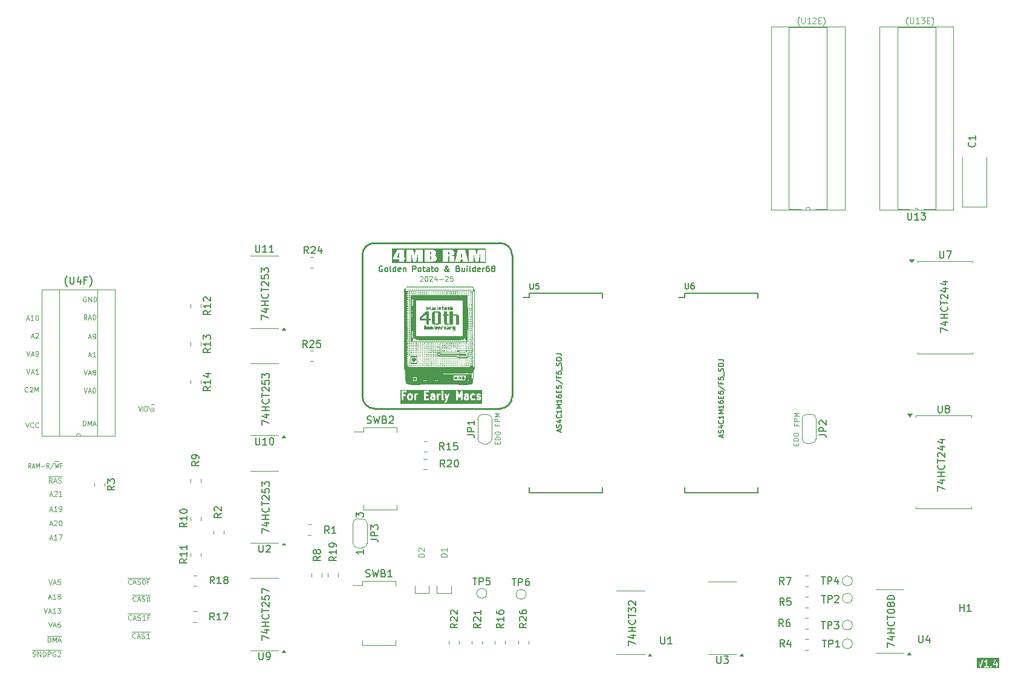
<source format=gbr>
%TF.GenerationSoftware,KiCad,Pcbnew,9.0.4*%
%TF.CreationDate,2025-12-15T16:32:27-04:00*%
%TF.ProjectId,RAMEXPB_V3,52414d45-5850-4425-9f56-332e6b696361,rev?*%
%TF.SameCoordinates,Original*%
%TF.FileFunction,Legend,Top*%
%TF.FilePolarity,Positive*%
%FSLAX46Y46*%
G04 Gerber Fmt 4.6, Leading zero omitted, Abs format (unit mm)*
G04 Created by KiCad (PCBNEW 9.0.4) date 2025-12-15 16:32:27*
%MOMM*%
%LPD*%
G01*
G04 APERTURE LIST*
%ADD10C,0.250000*%
%ADD11C,0.100000*%
%ADD12C,0.150000*%
%ADD13C,0.200000*%
%ADD14C,0.125000*%
%ADD15C,0.120000*%
%ADD16C,0.127000*%
%ADD17C,0.203200*%
%ADD18C,0.000000*%
G04 APERTURE END LIST*
D10*
X114330000Y-76660000D02*
X131890000Y-76660000D01*
X133590000Y-78360000D02*
X133590000Y-98150000D01*
X112630000Y-98150000D02*
X112630000Y-78360000D01*
X131890000Y-76660000D02*
G75*
G02*
X133590000Y-78360000I0J-1700000D01*
G01*
X133590000Y-98150000D02*
G75*
G02*
X131890000Y-99850000I-1700000J0D01*
G01*
X131890000Y-99850000D02*
X114330000Y-99850000D01*
X112630000Y-78360000D02*
G75*
G02*
X114330000Y-76660000I1700000J0D01*
G01*
X114330000Y-99850000D02*
G75*
G02*
X112630000Y-98150000I0J1700000D01*
G01*
G36*
X119391036Y-97984419D02*
G01*
X119411458Y-98006883D01*
X119439760Y-98069147D01*
X119439760Y-98329280D01*
X119411458Y-98391544D01*
X119391035Y-98414008D01*
X119342178Y-98440880D01*
X119263533Y-98440880D01*
X119214675Y-98414009D01*
X119194251Y-98391542D01*
X119165951Y-98329280D01*
X119165951Y-98069147D01*
X119194251Y-98006885D01*
X119214675Y-97984419D01*
X119263534Y-97957547D01*
X119342177Y-97957547D01*
X119391036Y-97984419D01*
G37*
G36*
X122582618Y-98439590D02*
G01*
X122580274Y-98440880D01*
X122406391Y-98440880D01*
X122375663Y-98423980D01*
X122356428Y-98381661D01*
X122356428Y-98331052D01*
X122375663Y-98288733D01*
X122406392Y-98271833D01*
X122582618Y-98271833D01*
X122582618Y-98439590D01*
G37*
G36*
X127296905Y-98439590D02*
G01*
X127294561Y-98440880D01*
X127120678Y-98440880D01*
X127089950Y-98423980D01*
X127070715Y-98381661D01*
X127070715Y-98331052D01*
X127089950Y-98288733D01*
X127120679Y-98271833D01*
X127296905Y-98271833D01*
X127296905Y-98439590D01*
G37*
G36*
X129386191Y-99182083D02*
G01*
X117981427Y-99182083D01*
X117981427Y-98921785D01*
X124106893Y-98921785D01*
X124112255Y-98970262D01*
X124135759Y-99012997D01*
X124173828Y-99043484D01*
X124220667Y-99057083D01*
X124269144Y-99051721D01*
X124291669Y-99042074D01*
X124386907Y-98989693D01*
X124398026Y-98982068D01*
X124400978Y-98980678D01*
X124403884Y-98978051D01*
X124407116Y-98975836D01*
X124409155Y-98973289D01*
X124419160Y-98964250D01*
X124466779Y-98911869D01*
X124480876Y-98892919D01*
X124481169Y-98892600D01*
X124481268Y-98892392D01*
X124481405Y-98892209D01*
X124481550Y-98891803D01*
X124491760Y-98870503D01*
X124586998Y-98608597D01*
X124587538Y-98606485D01*
X124588415Y-98604481D01*
X124826510Y-97871147D01*
X124831756Y-97847212D01*
X124827919Y-97798590D01*
X124805766Y-97755138D01*
X124768672Y-97723471D01*
X124722284Y-97708410D01*
X124673663Y-97712247D01*
X124630210Y-97734399D01*
X124598544Y-97771493D01*
X124588729Y-97793946D01*
X124469524Y-98161095D01*
X124350320Y-97793946D01*
X124340504Y-97771494D01*
X124308838Y-97734400D01*
X124265385Y-97712247D01*
X124216764Y-97708410D01*
X124170376Y-97723472D01*
X124133282Y-97755138D01*
X124111129Y-97798591D01*
X124107292Y-97847212D01*
X124112538Y-97871148D01*
X124337353Y-98563577D01*
X124265227Y-98761923D01*
X124248181Y-98780674D01*
X124171189Y-98823020D01*
X124150979Y-98836877D01*
X124120492Y-98874946D01*
X124106893Y-98921785D01*
X117981427Y-98921785D01*
X117981427Y-97465880D01*
X118106427Y-97465880D01*
X118106427Y-98565880D01*
X118108829Y-98590266D01*
X118127493Y-98635326D01*
X118161981Y-98669814D01*
X118207041Y-98688478D01*
X118255813Y-98688478D01*
X118300873Y-98669814D01*
X118335361Y-98635326D01*
X118354025Y-98590266D01*
X118356427Y-98565880D01*
X118356427Y-98114690D01*
X118564760Y-98114690D01*
X118589146Y-98112288D01*
X118634206Y-98093624D01*
X118668694Y-98059136D01*
X118675762Y-98042071D01*
X118915951Y-98042071D01*
X118915951Y-98356357D01*
X118918353Y-98380743D01*
X118919177Y-98382734D01*
X118919251Y-98384888D01*
X118927155Y-98408082D01*
X118974774Y-98512845D01*
X118980345Y-98522467D01*
X118981451Y-98525543D01*
X118984495Y-98529634D01*
X118987052Y-98534051D01*
X118989441Y-98536283D01*
X118996077Y-98545203D01*
X119043697Y-98597584D01*
X119053698Y-98606621D01*
X119055740Y-98609171D01*
X119058971Y-98611386D01*
X119061878Y-98614013D01*
X119064833Y-98615405D01*
X119075950Y-98623027D01*
X119171188Y-98675407D01*
X119193713Y-98685055D01*
X119200621Y-98685818D01*
X119207041Y-98688478D01*
X119231427Y-98690880D01*
X119374284Y-98690880D01*
X119398670Y-98688478D01*
X119405089Y-98685818D01*
X119411998Y-98685055D01*
X119434523Y-98675407D01*
X119529761Y-98623027D01*
X119540882Y-98615402D01*
X119543833Y-98614012D01*
X119546736Y-98611388D01*
X119549971Y-98609171D01*
X119552013Y-98606620D01*
X119562015Y-98597584D01*
X119609634Y-98545203D01*
X119616269Y-98536283D01*
X119618659Y-98534051D01*
X119621215Y-98529635D01*
X119624260Y-98525543D01*
X119625366Y-98522465D01*
X119630937Y-98512844D01*
X119678556Y-98408082D01*
X119686460Y-98384888D01*
X119686533Y-98382734D01*
X119687358Y-98380743D01*
X119689760Y-98356357D01*
X119689760Y-98042071D01*
X119687358Y-98017685D01*
X119686533Y-98015693D01*
X119686460Y-98013540D01*
X119678556Y-97990346D01*
X119630937Y-97885584D01*
X119625366Y-97875962D01*
X119624260Y-97872885D01*
X119621215Y-97868792D01*
X119618659Y-97864377D01*
X119616269Y-97862144D01*
X119609634Y-97853225D01*
X119590836Y-97832547D01*
X119868332Y-97832547D01*
X119868332Y-98565880D01*
X119870734Y-98590266D01*
X119889398Y-98635326D01*
X119923886Y-98669814D01*
X119968946Y-98688478D01*
X120017718Y-98688478D01*
X120062778Y-98669814D01*
X120097266Y-98635326D01*
X120115930Y-98590266D01*
X120118332Y-98565880D01*
X120118332Y-98069147D01*
X120146632Y-98006885D01*
X120167056Y-97984419D01*
X120215915Y-97957547D01*
X120279046Y-97957547D01*
X120303432Y-97955145D01*
X120348492Y-97936481D01*
X120382980Y-97901993D01*
X120401644Y-97856933D01*
X120401644Y-97808161D01*
X120382980Y-97763101D01*
X120348492Y-97728613D01*
X120303432Y-97709949D01*
X120279046Y-97707547D01*
X120183808Y-97707547D01*
X120159422Y-97709949D01*
X120153000Y-97712609D01*
X120146093Y-97713373D01*
X120123568Y-97723020D01*
X120080740Y-97746575D01*
X120062778Y-97728613D01*
X120017718Y-97709949D01*
X119968946Y-97709949D01*
X119923886Y-97728613D01*
X119889398Y-97763101D01*
X119870734Y-97808161D01*
X119868332Y-97832547D01*
X119590836Y-97832547D01*
X119562015Y-97800844D01*
X119552010Y-97791804D01*
X119549971Y-97789258D01*
X119546739Y-97787042D01*
X119543833Y-97784416D01*
X119540881Y-97783025D01*
X119529762Y-97775401D01*
X119434524Y-97723020D01*
X119411999Y-97713373D01*
X119405092Y-97712609D01*
X119398670Y-97709949D01*
X119374284Y-97707547D01*
X119231427Y-97707547D01*
X119207041Y-97709949D01*
X119200619Y-97712609D01*
X119193712Y-97713373D01*
X119171187Y-97723020D01*
X119075949Y-97775401D01*
X119064832Y-97783023D01*
X119061878Y-97784415D01*
X119058970Y-97787042D01*
X119055739Y-97789258D01*
X119053697Y-97791807D01*
X119043697Y-97800844D01*
X118996077Y-97853225D01*
X118989441Y-97862144D01*
X118987052Y-97864377D01*
X118984495Y-97868793D01*
X118981451Y-97872885D01*
X118980345Y-97875960D01*
X118974774Y-97885583D01*
X118927155Y-97990346D01*
X118919251Y-98013540D01*
X118919177Y-98015693D01*
X118918353Y-98017685D01*
X118915951Y-98042071D01*
X118675762Y-98042071D01*
X118687358Y-98014076D01*
X118687358Y-97965304D01*
X118668694Y-97920244D01*
X118634206Y-97885756D01*
X118589146Y-97867092D01*
X118564760Y-97864690D01*
X118356427Y-97864690D01*
X118356427Y-97590880D01*
X118707617Y-97590880D01*
X118732003Y-97588478D01*
X118777063Y-97569814D01*
X118811551Y-97535326D01*
X118830215Y-97490266D01*
X118830215Y-97465880D01*
X121249285Y-97465880D01*
X121249285Y-98565880D01*
X121251687Y-98590266D01*
X121270351Y-98635326D01*
X121304839Y-98669814D01*
X121349899Y-98688478D01*
X121374285Y-98690880D01*
X121850475Y-98690880D01*
X121874861Y-98688478D01*
X121919921Y-98669814D01*
X121954409Y-98635326D01*
X121973073Y-98590266D01*
X121973073Y-98541494D01*
X121954409Y-98496434D01*
X121919921Y-98461946D01*
X121874861Y-98443282D01*
X121850475Y-98440880D01*
X121499285Y-98440880D01*
X121499285Y-98303976D01*
X122106428Y-98303976D01*
X122106428Y-98408738D01*
X122108830Y-98433124D01*
X122109654Y-98435115D01*
X122109728Y-98437269D01*
X122117632Y-98460463D01*
X122165251Y-98565226D01*
X122167563Y-98569220D01*
X122168110Y-98571102D01*
X122170070Y-98573549D01*
X122177529Y-98586432D01*
X122188884Y-98597042D01*
X122198598Y-98609171D01*
X122210870Y-98617584D01*
X122213166Y-98619730D01*
X122215004Y-98620419D01*
X122218808Y-98623027D01*
X122314046Y-98675407D01*
X122336571Y-98685055D01*
X122343479Y-98685818D01*
X122349899Y-98688478D01*
X122374285Y-98690880D01*
X122612380Y-98690880D01*
X122636766Y-98688478D01*
X122643185Y-98685818D01*
X122650094Y-98685055D01*
X122662322Y-98679817D01*
X122683232Y-98688478D01*
X122732004Y-98688478D01*
X122777064Y-98669814D01*
X122811552Y-98635326D01*
X122830216Y-98590266D01*
X122832618Y-98565880D01*
X122832618Y-97989690D01*
X122830216Y-97965304D01*
X122829391Y-97963312D01*
X122829318Y-97961159D01*
X122821414Y-97937965D01*
X122773795Y-97833203D01*
X122773415Y-97832547D01*
X123058809Y-97832547D01*
X123058809Y-98565880D01*
X123061211Y-98590266D01*
X123079875Y-98635326D01*
X123114363Y-98669814D01*
X123159423Y-98688478D01*
X123208195Y-98688478D01*
X123253255Y-98669814D01*
X123287743Y-98635326D01*
X123306407Y-98590266D01*
X123308809Y-98565880D01*
X123308809Y-98069147D01*
X123337109Y-98006885D01*
X123357533Y-97984419D01*
X123406392Y-97957547D01*
X123469523Y-97957547D01*
X123493909Y-97955145D01*
X123538969Y-97936481D01*
X123573457Y-97901993D01*
X123592121Y-97856933D01*
X123592121Y-97808161D01*
X123573457Y-97763101D01*
X123538969Y-97728613D01*
X123493909Y-97709949D01*
X123469523Y-97707547D01*
X123374285Y-97707547D01*
X123349899Y-97709949D01*
X123343477Y-97712609D01*
X123336570Y-97713373D01*
X123314045Y-97723020D01*
X123271217Y-97746575D01*
X123253255Y-97728613D01*
X123208195Y-97709949D01*
X123159423Y-97709949D01*
X123114363Y-97728613D01*
X123079875Y-97763101D01*
X123061211Y-97808161D01*
X123058809Y-97832547D01*
X122773415Y-97832547D01*
X122771482Y-97829208D01*
X122770936Y-97827327D01*
X122768976Y-97824880D01*
X122761517Y-97811996D01*
X122750159Y-97801384D01*
X122740448Y-97789258D01*
X122728172Y-97780840D01*
X122725880Y-97778699D01*
X122724045Y-97778011D01*
X122720239Y-97775401D01*
X122625001Y-97723020D01*
X122602476Y-97713373D01*
X122595569Y-97712609D01*
X122589147Y-97709949D01*
X122564761Y-97707547D01*
X122374285Y-97707547D01*
X122349899Y-97709949D01*
X122343477Y-97712609D01*
X122336570Y-97713373D01*
X122314045Y-97723020D01*
X122218807Y-97775401D01*
X122198597Y-97789258D01*
X122168110Y-97827327D01*
X122154511Y-97874166D01*
X122159873Y-97922643D01*
X122183377Y-97965378D01*
X122221446Y-97995865D01*
X122268285Y-98009464D01*
X122316762Y-98004102D01*
X122339287Y-97994455D01*
X122406392Y-97957547D01*
X122532654Y-97957547D01*
X122563382Y-97974447D01*
X122582618Y-98016766D01*
X122582618Y-98020543D01*
X122580273Y-98021833D01*
X122374285Y-98021833D01*
X122349899Y-98024235D01*
X122343477Y-98026895D01*
X122336570Y-98027659D01*
X122314045Y-98037306D01*
X122218807Y-98089687D01*
X122215003Y-98092295D01*
X122213166Y-98092984D01*
X122210871Y-98095128D01*
X122198597Y-98103544D01*
X122188884Y-98115671D01*
X122177529Y-98126282D01*
X122170068Y-98139167D01*
X122168110Y-98141613D01*
X122167564Y-98143492D01*
X122165251Y-98147488D01*
X122117632Y-98252251D01*
X122109728Y-98275445D01*
X122109654Y-98277598D01*
X122108830Y-98279590D01*
X122106428Y-98303976D01*
X121499285Y-98303976D01*
X121499285Y-98114690D01*
X121707618Y-98114690D01*
X121732004Y-98112288D01*
X121777064Y-98093624D01*
X121811552Y-98059136D01*
X121830216Y-98014076D01*
X121830216Y-97965304D01*
X121811552Y-97920244D01*
X121777064Y-97885756D01*
X121732004Y-97867092D01*
X121707618Y-97864690D01*
X121499285Y-97864690D01*
X121499285Y-97590880D01*
X121850475Y-97590880D01*
X121874861Y-97588478D01*
X121919921Y-97569814D01*
X121954409Y-97535326D01*
X121973073Y-97490266D01*
X121973073Y-97465880D01*
X123677857Y-97465880D01*
X123677857Y-98408738D01*
X123680259Y-98433124D01*
X123681083Y-98435115D01*
X123681157Y-98437269D01*
X123689061Y-98460463D01*
X123736680Y-98565226D01*
X123738992Y-98569220D01*
X123739539Y-98571102D01*
X123741499Y-98573549D01*
X123748958Y-98586432D01*
X123760313Y-98597042D01*
X123770027Y-98609171D01*
X123782299Y-98617584D01*
X123784595Y-98619730D01*
X123786433Y-98620419D01*
X123790237Y-98623027D01*
X123885475Y-98675407D01*
X123908000Y-98685055D01*
X123956477Y-98690416D01*
X124003316Y-98676817D01*
X124041385Y-98646329D01*
X124064889Y-98603594D01*
X124070250Y-98555117D01*
X124056651Y-98508278D01*
X124026163Y-98470209D01*
X124005953Y-98456353D01*
X123947092Y-98423980D01*
X123927857Y-98381661D01*
X123927857Y-97465880D01*
X125725477Y-97465880D01*
X125725477Y-98565880D01*
X125727879Y-98590266D01*
X125746543Y-98635326D01*
X125781031Y-98669814D01*
X125826091Y-98688478D01*
X125874863Y-98688478D01*
X125919923Y-98669814D01*
X125954411Y-98635326D01*
X125973075Y-98590266D01*
X125975477Y-98565880D01*
X125975477Y-98080586D01*
X126068737Y-98300414D01*
X126078666Y-98318614D01*
X126079288Y-98320153D01*
X126079776Y-98320649D01*
X126080472Y-98321925D01*
X126097116Y-98338288D01*
X126113480Y-98354933D01*
X126114478Y-98355356D01*
X126115252Y-98356117D01*
X126136905Y-98364870D01*
X126158379Y-98373980D01*
X126159462Y-98373989D01*
X126160471Y-98374397D01*
X126183810Y-98374197D01*
X126207149Y-98374397D01*
X126208157Y-98373989D01*
X126209241Y-98373980D01*
X126230714Y-98364870D01*
X126252368Y-98356117D01*
X126253141Y-98355356D01*
X126254140Y-98354933D01*
X126270503Y-98338288D01*
X126287148Y-98321925D01*
X126287843Y-98320649D01*
X126288332Y-98320153D01*
X126288953Y-98318614D01*
X126298883Y-98300414D01*
X126392143Y-98080586D01*
X126392143Y-98565880D01*
X126394545Y-98590266D01*
X126413209Y-98635326D01*
X126447697Y-98669814D01*
X126492757Y-98688478D01*
X126541529Y-98688478D01*
X126586589Y-98669814D01*
X126621077Y-98635326D01*
X126639741Y-98590266D01*
X126642143Y-98565880D01*
X126642143Y-98303976D01*
X126820715Y-98303976D01*
X126820715Y-98408738D01*
X126823117Y-98433124D01*
X126823941Y-98435115D01*
X126824015Y-98437269D01*
X126831919Y-98460463D01*
X126879538Y-98565226D01*
X126881850Y-98569220D01*
X126882397Y-98571102D01*
X126884357Y-98573549D01*
X126891816Y-98586432D01*
X126903171Y-98597042D01*
X126912885Y-98609171D01*
X126925157Y-98617584D01*
X126927453Y-98619730D01*
X126929291Y-98620419D01*
X126933095Y-98623027D01*
X127028333Y-98675407D01*
X127050858Y-98685055D01*
X127057766Y-98685818D01*
X127064186Y-98688478D01*
X127088572Y-98690880D01*
X127326667Y-98690880D01*
X127351053Y-98688478D01*
X127357472Y-98685818D01*
X127364381Y-98685055D01*
X127376609Y-98679817D01*
X127397519Y-98688478D01*
X127446291Y-98688478D01*
X127491351Y-98669814D01*
X127525839Y-98635326D01*
X127544503Y-98590266D01*
X127546905Y-98565880D01*
X127546905Y-98042071D01*
X127725477Y-98042071D01*
X127725477Y-98356357D01*
X127727879Y-98380743D01*
X127728703Y-98382734D01*
X127728777Y-98384888D01*
X127736681Y-98408082D01*
X127784300Y-98512845D01*
X127789871Y-98522467D01*
X127790977Y-98525543D01*
X127794021Y-98529634D01*
X127796578Y-98534051D01*
X127798967Y-98536283D01*
X127805603Y-98545203D01*
X127853223Y-98597584D01*
X127863224Y-98606621D01*
X127865266Y-98609171D01*
X127868497Y-98611386D01*
X127871404Y-98614013D01*
X127874359Y-98615405D01*
X127885476Y-98623027D01*
X127980714Y-98675407D01*
X128003239Y-98685055D01*
X128010147Y-98685818D01*
X128016567Y-98688478D01*
X128040953Y-98690880D01*
X128231429Y-98690880D01*
X128255815Y-98688478D01*
X128262234Y-98685818D01*
X128269143Y-98685055D01*
X128291668Y-98675407D01*
X128386906Y-98623027D01*
X128407116Y-98609171D01*
X128437604Y-98571102D01*
X128451203Y-98524263D01*
X128445842Y-98475786D01*
X128422338Y-98433051D01*
X128384269Y-98402563D01*
X128337430Y-98388964D01*
X128288953Y-98394325D01*
X128266428Y-98403973D01*
X128199323Y-98440880D01*
X128073059Y-98440880D01*
X128024201Y-98414009D01*
X128003777Y-98391542D01*
X127975477Y-98329280D01*
X127975477Y-98069147D01*
X128003777Y-98006885D01*
X128024201Y-97984419D01*
X128073060Y-97957547D01*
X128199322Y-97957547D01*
X128266427Y-97994455D01*
X128288952Y-98004102D01*
X128337428Y-98009464D01*
X128384268Y-97995865D01*
X128391979Y-97989690D01*
X128582620Y-97989690D01*
X128582620Y-98042071D01*
X128585022Y-98066457D01*
X128585846Y-98068448D01*
X128585920Y-98070602D01*
X128593824Y-98093796D01*
X128641443Y-98198559D01*
X128643756Y-98202554D01*
X128644302Y-98204434D01*
X128646260Y-98206879D01*
X128653721Y-98219765D01*
X128665076Y-98230375D01*
X128674789Y-98242503D01*
X128687063Y-98250918D01*
X128689358Y-98253063D01*
X128691195Y-98253751D01*
X128694999Y-98256360D01*
X128790237Y-98308741D01*
X128812762Y-98318388D01*
X128819669Y-98319151D01*
X128826091Y-98321812D01*
X128850477Y-98324214D01*
X128961227Y-98324214D01*
X128991955Y-98341114D01*
X129010788Y-98382547D01*
X128991955Y-98423980D01*
X128961228Y-98440880D01*
X128834964Y-98440880D01*
X128767859Y-98403973D01*
X128745334Y-98394325D01*
X128696857Y-98388964D01*
X128650018Y-98402563D01*
X128611949Y-98433051D01*
X128588445Y-98475786D01*
X128583084Y-98524263D01*
X128596683Y-98571102D01*
X128627171Y-98609171D01*
X128647381Y-98623027D01*
X128742619Y-98675407D01*
X128765144Y-98685055D01*
X128772052Y-98685818D01*
X128778472Y-98688478D01*
X128802858Y-98690880D01*
X128993334Y-98690880D01*
X129017720Y-98688478D01*
X129024139Y-98685818D01*
X129031048Y-98685055D01*
X129053573Y-98675407D01*
X129148811Y-98623027D01*
X129152617Y-98620417D01*
X129154453Y-98619729D01*
X129156745Y-98617587D01*
X129169021Y-98609171D01*
X129178735Y-98597040D01*
X129190090Y-98586432D01*
X129197547Y-98573551D01*
X129199509Y-98571102D01*
X129200055Y-98569218D01*
X129202368Y-98565225D01*
X129249987Y-98460463D01*
X129257891Y-98437269D01*
X129257964Y-98435115D01*
X129258789Y-98433124D01*
X129261191Y-98408738D01*
X129261191Y-98356357D01*
X129258789Y-98331971D01*
X129257964Y-98329979D01*
X129257891Y-98327826D01*
X129249987Y-98304632D01*
X129202368Y-98199870D01*
X129200055Y-98195875D01*
X129199509Y-98193994D01*
X129197549Y-98191547D01*
X129190090Y-98178663D01*
X129178732Y-98168051D01*
X129169021Y-98155925D01*
X129156745Y-98147507D01*
X129154453Y-98145366D01*
X129152618Y-98144678D01*
X129148812Y-98142068D01*
X129053574Y-98089687D01*
X129031049Y-98080040D01*
X129024142Y-98079276D01*
X129017720Y-98076616D01*
X128993334Y-98074214D01*
X128882584Y-98074214D01*
X128851855Y-98057313D01*
X128833022Y-98015880D01*
X128851855Y-97974447D01*
X128882584Y-97957547D01*
X128961227Y-97957547D01*
X129028332Y-97994455D01*
X129050857Y-98004102D01*
X129099333Y-98009464D01*
X129146173Y-97995865D01*
X129184242Y-97965378D01*
X129207746Y-97922643D01*
X129213108Y-97874166D01*
X129199509Y-97827327D01*
X129169021Y-97789258D01*
X129148812Y-97775401D01*
X129053574Y-97723020D01*
X129031049Y-97713373D01*
X129024142Y-97712609D01*
X129017720Y-97709949D01*
X128993334Y-97707547D01*
X128850477Y-97707547D01*
X128826091Y-97709949D01*
X128819669Y-97712609D01*
X128812762Y-97713373D01*
X128790237Y-97723020D01*
X128694999Y-97775401D01*
X128691195Y-97778009D01*
X128689358Y-97778698D01*
X128687063Y-97780842D01*
X128674789Y-97789258D01*
X128665076Y-97801385D01*
X128653721Y-97811996D01*
X128646260Y-97824881D01*
X128644302Y-97827327D01*
X128643756Y-97829206D01*
X128641443Y-97833202D01*
X128593824Y-97937965D01*
X128585920Y-97961159D01*
X128585846Y-97963312D01*
X128585022Y-97965304D01*
X128582620Y-97989690D01*
X128391979Y-97989690D01*
X128422337Y-97965378D01*
X128445841Y-97922643D01*
X128451203Y-97874166D01*
X128437604Y-97827327D01*
X128407116Y-97789258D01*
X128386907Y-97775401D01*
X128291669Y-97723020D01*
X128269144Y-97713373D01*
X128262237Y-97712609D01*
X128255815Y-97709949D01*
X128231429Y-97707547D01*
X128040953Y-97707547D01*
X128016567Y-97709949D01*
X128010145Y-97712609D01*
X128003238Y-97713373D01*
X127980713Y-97723020D01*
X127885475Y-97775401D01*
X127874358Y-97783023D01*
X127871404Y-97784415D01*
X127868496Y-97787042D01*
X127865265Y-97789258D01*
X127863223Y-97791807D01*
X127853223Y-97800844D01*
X127805603Y-97853225D01*
X127798967Y-97862144D01*
X127796578Y-97864377D01*
X127794021Y-97868793D01*
X127790977Y-97872885D01*
X127789871Y-97875960D01*
X127784300Y-97885583D01*
X127736681Y-97990346D01*
X127728777Y-98013540D01*
X127728703Y-98015693D01*
X127727879Y-98017685D01*
X127725477Y-98042071D01*
X127546905Y-98042071D01*
X127546905Y-97989690D01*
X127544503Y-97965304D01*
X127543678Y-97963312D01*
X127543605Y-97961159D01*
X127535701Y-97937965D01*
X127488082Y-97833203D01*
X127485769Y-97829208D01*
X127485223Y-97827327D01*
X127483263Y-97824880D01*
X127475804Y-97811996D01*
X127464446Y-97801384D01*
X127454735Y-97789258D01*
X127442459Y-97780840D01*
X127440167Y-97778699D01*
X127438332Y-97778011D01*
X127434526Y-97775401D01*
X127339288Y-97723020D01*
X127316763Y-97713373D01*
X127309856Y-97712609D01*
X127303434Y-97709949D01*
X127279048Y-97707547D01*
X127088572Y-97707547D01*
X127064186Y-97709949D01*
X127057764Y-97712609D01*
X127050857Y-97713373D01*
X127028332Y-97723020D01*
X126933094Y-97775401D01*
X126912884Y-97789258D01*
X126882397Y-97827327D01*
X126868798Y-97874166D01*
X126874160Y-97922643D01*
X126897664Y-97965378D01*
X126935733Y-97995865D01*
X126982572Y-98009464D01*
X127031049Y-98004102D01*
X127053574Y-97994455D01*
X127120679Y-97957547D01*
X127246941Y-97957547D01*
X127277669Y-97974447D01*
X127296905Y-98016766D01*
X127296905Y-98020543D01*
X127294560Y-98021833D01*
X127088572Y-98021833D01*
X127064186Y-98024235D01*
X127057764Y-98026895D01*
X127050857Y-98027659D01*
X127028332Y-98037306D01*
X126933094Y-98089687D01*
X126929290Y-98092295D01*
X126927453Y-98092984D01*
X126925158Y-98095128D01*
X126912884Y-98103544D01*
X126903171Y-98115671D01*
X126891816Y-98126282D01*
X126884355Y-98139167D01*
X126882397Y-98141613D01*
X126881851Y-98143492D01*
X126879538Y-98147488D01*
X126831919Y-98252251D01*
X126824015Y-98275445D01*
X126823941Y-98277598D01*
X126823117Y-98279590D01*
X126820715Y-98303976D01*
X126642143Y-98303976D01*
X126642143Y-97465880D01*
X126639936Y-97443483D01*
X126639945Y-97442541D01*
X126639811Y-97442211D01*
X126639741Y-97441494D01*
X126630612Y-97419454D01*
X126621665Y-97397322D01*
X126621284Y-97396934D01*
X126621077Y-97396434D01*
X126604220Y-97379577D01*
X126587473Y-97362542D01*
X126586972Y-97362329D01*
X126586589Y-97361946D01*
X126564524Y-97352806D01*
X126542574Y-97343495D01*
X126542032Y-97343490D01*
X126541529Y-97343282D01*
X126517663Y-97343282D01*
X126493804Y-97343078D01*
X126493299Y-97343282D01*
X126492757Y-97343282D01*
X126470717Y-97352410D01*
X126448585Y-97361358D01*
X126448197Y-97361738D01*
X126447697Y-97361946D01*
X126430840Y-97378802D01*
X126413805Y-97395550D01*
X126413459Y-97396183D01*
X126413209Y-97396434D01*
X126412850Y-97397300D01*
X126402070Y-97417061D01*
X126183810Y-97931531D01*
X125965550Y-97417061D01*
X125954769Y-97397300D01*
X125954411Y-97396434D01*
X125954160Y-97396183D01*
X125953815Y-97395550D01*
X125936779Y-97378802D01*
X125919923Y-97361946D01*
X125919422Y-97361738D01*
X125919035Y-97361358D01*
X125896902Y-97352410D01*
X125874863Y-97343282D01*
X125874321Y-97343282D01*
X125873816Y-97343078D01*
X125849957Y-97343282D01*
X125826091Y-97343282D01*
X125825587Y-97343490D01*
X125825046Y-97343495D01*
X125803095Y-97352806D01*
X125781031Y-97361946D01*
X125780647Y-97362329D01*
X125780147Y-97362542D01*
X125763399Y-97379577D01*
X125746543Y-97396434D01*
X125746335Y-97396934D01*
X125745955Y-97397322D01*
X125737007Y-97419454D01*
X125727879Y-97441494D01*
X125727808Y-97442211D01*
X125727675Y-97442541D01*
X125727683Y-97443483D01*
X125725477Y-97465880D01*
X123927857Y-97465880D01*
X123925455Y-97441494D01*
X123906791Y-97396434D01*
X123872303Y-97361946D01*
X123827243Y-97343282D01*
X123778471Y-97343282D01*
X123733411Y-97361946D01*
X123698923Y-97396434D01*
X123680259Y-97441494D01*
X123677857Y-97465880D01*
X121973073Y-97465880D01*
X121973073Y-97441494D01*
X121954409Y-97396434D01*
X121919921Y-97361946D01*
X121874861Y-97343282D01*
X121850475Y-97340880D01*
X121374285Y-97340880D01*
X121349899Y-97343282D01*
X121304839Y-97361946D01*
X121270351Y-97396434D01*
X121251687Y-97441494D01*
X121249285Y-97465880D01*
X118830215Y-97465880D01*
X118830215Y-97441494D01*
X118811551Y-97396434D01*
X118777063Y-97361946D01*
X118732003Y-97343282D01*
X118707617Y-97340880D01*
X118231427Y-97340880D01*
X118207041Y-97343282D01*
X118161981Y-97361946D01*
X118127493Y-97396434D01*
X118108829Y-97441494D01*
X118106427Y-97465880D01*
X117981427Y-97465880D01*
X117981427Y-97215880D01*
X129386191Y-97215880D01*
X129386191Y-99182083D01*
G37*
D11*
X65799122Y-97472466D02*
X65765789Y-97505800D01*
X65765789Y-97505800D02*
X65665789Y-97539133D01*
X65665789Y-97539133D02*
X65599122Y-97539133D01*
X65599122Y-97539133D02*
X65499122Y-97505800D01*
X65499122Y-97505800D02*
X65432456Y-97439133D01*
X65432456Y-97439133D02*
X65399122Y-97372466D01*
X65399122Y-97372466D02*
X65365789Y-97239133D01*
X65365789Y-97239133D02*
X65365789Y-97139133D01*
X65365789Y-97139133D02*
X65399122Y-97005800D01*
X65399122Y-97005800D02*
X65432456Y-96939133D01*
X65432456Y-96939133D02*
X65499122Y-96872466D01*
X65499122Y-96872466D02*
X65599122Y-96839133D01*
X65599122Y-96839133D02*
X65665789Y-96839133D01*
X65665789Y-96839133D02*
X65765789Y-96872466D01*
X65765789Y-96872466D02*
X65799122Y-96905800D01*
X66065789Y-96905800D02*
X66099122Y-96872466D01*
X66099122Y-96872466D02*
X66165789Y-96839133D01*
X66165789Y-96839133D02*
X66332456Y-96839133D01*
X66332456Y-96839133D02*
X66399122Y-96872466D01*
X66399122Y-96872466D02*
X66432456Y-96905800D01*
X66432456Y-96905800D02*
X66465789Y-96972466D01*
X66465789Y-96972466D02*
X66465789Y-97039133D01*
X66465789Y-97039133D02*
X66432456Y-97139133D01*
X66432456Y-97139133D02*
X66032456Y-97539133D01*
X66032456Y-97539133D02*
X66465789Y-97539133D01*
X66765789Y-97539133D02*
X66765789Y-96839133D01*
X66765789Y-96839133D02*
X66999123Y-97339133D01*
X66999123Y-97339133D02*
X67232456Y-96839133D01*
X67232456Y-96839133D02*
X67232456Y-97539133D01*
X69170549Y-110249133D02*
X68937216Y-109915800D01*
X68770549Y-110249133D02*
X68770549Y-109549133D01*
X68770549Y-109549133D02*
X69037216Y-109549133D01*
X69037216Y-109549133D02*
X69103883Y-109582466D01*
X69103883Y-109582466D02*
X69137216Y-109615800D01*
X69137216Y-109615800D02*
X69170549Y-109682466D01*
X69170549Y-109682466D02*
X69170549Y-109782466D01*
X69170549Y-109782466D02*
X69137216Y-109849133D01*
X69137216Y-109849133D02*
X69103883Y-109882466D01*
X69103883Y-109882466D02*
X69037216Y-109915800D01*
X69037216Y-109915800D02*
X68770549Y-109915800D01*
X69437216Y-110049133D02*
X69770549Y-110049133D01*
X69370549Y-110249133D02*
X69603883Y-109549133D01*
X69603883Y-109549133D02*
X69837216Y-110249133D01*
X70037216Y-110215800D02*
X70137216Y-110249133D01*
X70137216Y-110249133D02*
X70303883Y-110249133D01*
X70303883Y-110249133D02*
X70370549Y-110215800D01*
X70370549Y-110215800D02*
X70403883Y-110182466D01*
X70403883Y-110182466D02*
X70437216Y-110115800D01*
X70437216Y-110115800D02*
X70437216Y-110049133D01*
X70437216Y-110049133D02*
X70403883Y-109982466D01*
X70403883Y-109982466D02*
X70370549Y-109949133D01*
X70370549Y-109949133D02*
X70303883Y-109915800D01*
X70303883Y-109915800D02*
X70170549Y-109882466D01*
X70170549Y-109882466D02*
X70103883Y-109849133D01*
X70103883Y-109849133D02*
X70070549Y-109815800D01*
X70070549Y-109815800D02*
X70037216Y-109749133D01*
X70037216Y-109749133D02*
X70037216Y-109682466D01*
X70037216Y-109682466D02*
X70070549Y-109615800D01*
X70070549Y-109615800D02*
X70103883Y-109582466D01*
X70103883Y-109582466D02*
X70170549Y-109549133D01*
X70170549Y-109549133D02*
X70337216Y-109549133D01*
X70337216Y-109549133D02*
X70437216Y-109582466D01*
X68673883Y-109354800D02*
X70500550Y-109354800D01*
X74295788Y-89879133D02*
X74629121Y-89879133D01*
X74229121Y-90079133D02*
X74462455Y-89379133D01*
X74462455Y-89379133D02*
X74695788Y-90079133D01*
X74962455Y-90079133D02*
X75095788Y-90079133D01*
X75095788Y-90079133D02*
X75162455Y-90045800D01*
X75162455Y-90045800D02*
X75195788Y-90012466D01*
X75195788Y-90012466D02*
X75262455Y-89912466D01*
X75262455Y-89912466D02*
X75295788Y-89779133D01*
X75295788Y-89779133D02*
X75295788Y-89512466D01*
X75295788Y-89512466D02*
X75262455Y-89445800D01*
X75262455Y-89445800D02*
X75229121Y-89412466D01*
X75229121Y-89412466D02*
X75162455Y-89379133D01*
X75162455Y-89379133D02*
X75029121Y-89379133D01*
X75029121Y-89379133D02*
X74962455Y-89412466D01*
X74962455Y-89412466D02*
X74929121Y-89445800D01*
X74929121Y-89445800D02*
X74895788Y-89512466D01*
X74895788Y-89512466D02*
X74895788Y-89679133D01*
X74895788Y-89679133D02*
X74929121Y-89745800D01*
X74929121Y-89745800D02*
X74962455Y-89779133D01*
X74962455Y-89779133D02*
X75029121Y-89812466D01*
X75029121Y-89812466D02*
X75162455Y-89812466D01*
X75162455Y-89812466D02*
X75229121Y-89779133D01*
X75229121Y-89779133D02*
X75262455Y-89745800D01*
X75262455Y-89745800D02*
X75295788Y-89679133D01*
X68707882Y-123779133D02*
X68941216Y-124479133D01*
X68941216Y-124479133D02*
X69174549Y-123779133D01*
X69374549Y-124279133D02*
X69707882Y-124279133D01*
X69307882Y-124479133D02*
X69541216Y-123779133D01*
X69541216Y-123779133D02*
X69774549Y-124479133D01*
X70341216Y-123779133D02*
X70007882Y-123779133D01*
X70007882Y-123779133D02*
X69974549Y-124112466D01*
X69974549Y-124112466D02*
X70007882Y-124079133D01*
X70007882Y-124079133D02*
X70074549Y-124045800D01*
X70074549Y-124045800D02*
X70241216Y-124045800D01*
X70241216Y-124045800D02*
X70307882Y-124079133D01*
X70307882Y-124079133D02*
X70341216Y-124112466D01*
X70341216Y-124112466D02*
X70374549Y-124179133D01*
X70374549Y-124179133D02*
X70374549Y-124345800D01*
X70374549Y-124345800D02*
X70341216Y-124412466D01*
X70341216Y-124412466D02*
X70307882Y-124445800D01*
X70307882Y-124445800D02*
X70241216Y-124479133D01*
X70241216Y-124479133D02*
X70074549Y-124479133D01*
X70074549Y-124479133D02*
X70007882Y-124445800D01*
X70007882Y-124445800D02*
X69974549Y-124412466D01*
X66474549Y-134525800D02*
X66574549Y-134559133D01*
X66574549Y-134559133D02*
X66741216Y-134559133D01*
X66741216Y-134559133D02*
X66807882Y-134525800D01*
X66807882Y-134525800D02*
X66841216Y-134492466D01*
X66841216Y-134492466D02*
X66874549Y-134425800D01*
X66874549Y-134425800D02*
X66874549Y-134359133D01*
X66874549Y-134359133D02*
X66841216Y-134292466D01*
X66841216Y-134292466D02*
X66807882Y-134259133D01*
X66807882Y-134259133D02*
X66741216Y-134225800D01*
X66741216Y-134225800D02*
X66607882Y-134192466D01*
X66607882Y-134192466D02*
X66541216Y-134159133D01*
X66541216Y-134159133D02*
X66507882Y-134125800D01*
X66507882Y-134125800D02*
X66474549Y-134059133D01*
X66474549Y-134059133D02*
X66474549Y-133992466D01*
X66474549Y-133992466D02*
X66507882Y-133925800D01*
X66507882Y-133925800D02*
X66541216Y-133892466D01*
X66541216Y-133892466D02*
X66607882Y-133859133D01*
X66607882Y-133859133D02*
X66774549Y-133859133D01*
X66774549Y-133859133D02*
X66874549Y-133892466D01*
X67174549Y-134559133D02*
X67174549Y-133859133D01*
X67174549Y-133859133D02*
X67574549Y-134559133D01*
X67574549Y-134559133D02*
X67574549Y-133859133D01*
X67907882Y-134559133D02*
X67907882Y-133859133D01*
X67907882Y-133859133D02*
X68074549Y-133859133D01*
X68074549Y-133859133D02*
X68174549Y-133892466D01*
X68174549Y-133892466D02*
X68241216Y-133959133D01*
X68241216Y-133959133D02*
X68274549Y-134025800D01*
X68274549Y-134025800D02*
X68307882Y-134159133D01*
X68307882Y-134159133D02*
X68307882Y-134259133D01*
X68307882Y-134259133D02*
X68274549Y-134392466D01*
X68274549Y-134392466D02*
X68241216Y-134459133D01*
X68241216Y-134459133D02*
X68174549Y-134525800D01*
X68174549Y-134525800D02*
X68074549Y-134559133D01*
X68074549Y-134559133D02*
X67907882Y-134559133D01*
X68607882Y-134559133D02*
X68607882Y-133859133D01*
X68607882Y-133859133D02*
X68874549Y-133859133D01*
X68874549Y-133859133D02*
X68941216Y-133892466D01*
X68941216Y-133892466D02*
X68974549Y-133925800D01*
X68974549Y-133925800D02*
X69007882Y-133992466D01*
X69007882Y-133992466D02*
X69007882Y-134092466D01*
X69007882Y-134092466D02*
X68974549Y-134159133D01*
X68974549Y-134159133D02*
X68941216Y-134192466D01*
X68941216Y-134192466D02*
X68874549Y-134225800D01*
X68874549Y-134225800D02*
X68607882Y-134225800D01*
X69674549Y-133892466D02*
X69607882Y-133859133D01*
X69607882Y-133859133D02*
X69507882Y-133859133D01*
X69507882Y-133859133D02*
X69407882Y-133892466D01*
X69407882Y-133892466D02*
X69341216Y-133959133D01*
X69341216Y-133959133D02*
X69307882Y-134025800D01*
X69307882Y-134025800D02*
X69274549Y-134159133D01*
X69274549Y-134159133D02*
X69274549Y-134259133D01*
X69274549Y-134259133D02*
X69307882Y-134392466D01*
X69307882Y-134392466D02*
X69341216Y-134459133D01*
X69341216Y-134459133D02*
X69407882Y-134525800D01*
X69407882Y-134525800D02*
X69507882Y-134559133D01*
X69507882Y-134559133D02*
X69574549Y-134559133D01*
X69574549Y-134559133D02*
X69674549Y-134525800D01*
X69674549Y-134525800D02*
X69707882Y-134492466D01*
X69707882Y-134492466D02*
X69707882Y-134259133D01*
X69707882Y-134259133D02*
X69574549Y-134259133D01*
X69974549Y-133925800D02*
X70007882Y-133892466D01*
X70007882Y-133892466D02*
X70074549Y-133859133D01*
X70074549Y-133859133D02*
X70241216Y-133859133D01*
X70241216Y-133859133D02*
X70307882Y-133892466D01*
X70307882Y-133892466D02*
X70341216Y-133925800D01*
X70341216Y-133925800D02*
X70374549Y-133992466D01*
X70374549Y-133992466D02*
X70374549Y-134059133D01*
X70374549Y-134059133D02*
X70341216Y-134159133D01*
X70341216Y-134159133D02*
X69941216Y-134559133D01*
X69941216Y-134559133D02*
X70374549Y-134559133D01*
X66411216Y-133664800D02*
X70437883Y-133664800D01*
X66265789Y-89786633D02*
X66599122Y-89786633D01*
X66199122Y-89986633D02*
X66432456Y-89286633D01*
X66432456Y-89286633D02*
X66665789Y-89986633D01*
X66865789Y-89353300D02*
X66899122Y-89319966D01*
X66899122Y-89319966D02*
X66965789Y-89286633D01*
X66965789Y-89286633D02*
X67132456Y-89286633D01*
X67132456Y-89286633D02*
X67199122Y-89319966D01*
X67199122Y-89319966D02*
X67232456Y-89353300D01*
X67232456Y-89353300D02*
X67265789Y-89419966D01*
X67265789Y-89419966D02*
X67265789Y-89486633D01*
X67265789Y-89486633D02*
X67232456Y-89586633D01*
X67232456Y-89586633D02*
X66832456Y-89986633D01*
X66832456Y-89986633D02*
X67265789Y-89986633D01*
X68870549Y-118019133D02*
X69203882Y-118019133D01*
X68803882Y-118219133D02*
X69037216Y-117519133D01*
X69037216Y-117519133D02*
X69270549Y-118219133D01*
X69870549Y-118219133D02*
X69470549Y-118219133D01*
X69670549Y-118219133D02*
X69670549Y-117519133D01*
X69670549Y-117519133D02*
X69603882Y-117619133D01*
X69603882Y-117619133D02*
X69537216Y-117685800D01*
X69537216Y-117685800D02*
X69470549Y-117719133D01*
X70103883Y-117519133D02*
X70570549Y-117519133D01*
X70570549Y-117519133D02*
X70270549Y-118219133D01*
X65599122Y-94321633D02*
X65832456Y-95021633D01*
X65832456Y-95021633D02*
X66065789Y-94321633D01*
X66265789Y-94821633D02*
X66599122Y-94821633D01*
X66199122Y-95021633D02*
X66432456Y-94321633D01*
X66432456Y-94321633D02*
X66665789Y-95021633D01*
X67265789Y-95021633D02*
X66865789Y-95021633D01*
X67065789Y-95021633D02*
X67065789Y-94321633D01*
X67065789Y-94321633D02*
X66999122Y-94421633D01*
X66999122Y-94421633D02*
X66932456Y-94488300D01*
X66932456Y-94488300D02*
X66865789Y-94521633D01*
X74029121Y-87389133D02*
X73795788Y-87055800D01*
X73629121Y-87389133D02*
X73629121Y-86689133D01*
X73629121Y-86689133D02*
X73895788Y-86689133D01*
X73895788Y-86689133D02*
X73962455Y-86722466D01*
X73962455Y-86722466D02*
X73995788Y-86755800D01*
X73995788Y-86755800D02*
X74029121Y-86822466D01*
X74029121Y-86822466D02*
X74029121Y-86922466D01*
X74029121Y-86922466D02*
X73995788Y-86989133D01*
X73995788Y-86989133D02*
X73962455Y-87022466D01*
X73962455Y-87022466D02*
X73895788Y-87055800D01*
X73895788Y-87055800D02*
X73629121Y-87055800D01*
X74295788Y-87189133D02*
X74629121Y-87189133D01*
X74229121Y-87389133D02*
X74462455Y-86689133D01*
X74462455Y-86689133D02*
X74695788Y-87389133D01*
X75062455Y-86689133D02*
X75129121Y-86689133D01*
X75129121Y-86689133D02*
X75195788Y-86722466D01*
X75195788Y-86722466D02*
X75229121Y-86755800D01*
X75229121Y-86755800D02*
X75262455Y-86822466D01*
X75262455Y-86822466D02*
X75295788Y-86955800D01*
X75295788Y-86955800D02*
X75295788Y-87122466D01*
X75295788Y-87122466D02*
X75262455Y-87255800D01*
X75262455Y-87255800D02*
X75229121Y-87322466D01*
X75229121Y-87322466D02*
X75195788Y-87355800D01*
X75195788Y-87355800D02*
X75129121Y-87389133D01*
X75129121Y-87389133D02*
X75062455Y-87389133D01*
X75062455Y-87389133D02*
X74995788Y-87355800D01*
X74995788Y-87355800D02*
X74962455Y-87322466D01*
X74962455Y-87322466D02*
X74929121Y-87255800D01*
X74929121Y-87255800D02*
X74895788Y-87122466D01*
X74895788Y-87122466D02*
X74895788Y-86955800D01*
X74895788Y-86955800D02*
X74929121Y-86822466D01*
X74929121Y-86822466D02*
X74962455Y-86755800D01*
X74962455Y-86755800D02*
X74995788Y-86722466D01*
X74995788Y-86722466D02*
X75062455Y-86689133D01*
X81272931Y-99489133D02*
X81472931Y-100189133D01*
X81472931Y-100189133D02*
X81672931Y-99489133D01*
X81872932Y-100189133D02*
X81872932Y-99489133D01*
X82158646Y-100189133D02*
X82158646Y-99489133D01*
X82158646Y-99489133D02*
X82301503Y-99489133D01*
X82301503Y-99489133D02*
X82387217Y-99522466D01*
X82387217Y-99522466D02*
X82444360Y-99589133D01*
X82444360Y-99589133D02*
X82472931Y-99655800D01*
X82472931Y-99655800D02*
X82501503Y-99789133D01*
X82501503Y-99789133D02*
X82501503Y-99889133D01*
X82501503Y-99889133D02*
X82472931Y-100022466D01*
X82472931Y-100022466D02*
X82444360Y-100089133D01*
X82444360Y-100089133D02*
X82387217Y-100155800D01*
X82387217Y-100155800D02*
X82301503Y-100189133D01*
X82301503Y-100189133D02*
X82158646Y-100189133D01*
X82558646Y-99422466D02*
X83072931Y-100322466D01*
X83415789Y-99722466D02*
X83415789Y-100189133D01*
X83158646Y-99722466D02*
X83158646Y-100089133D01*
X83158646Y-100089133D02*
X83187217Y-100155800D01*
X83187217Y-100155800D02*
X83244360Y-100189133D01*
X83244360Y-100189133D02*
X83330074Y-100189133D01*
X83330074Y-100189133D02*
X83387217Y-100155800D01*
X83387217Y-100155800D02*
X83415789Y-100122466D01*
X83075789Y-99294800D02*
X83498646Y-99294800D01*
X68707882Y-126319133D02*
X69041215Y-126319133D01*
X68641215Y-126519133D02*
X68874549Y-125819133D01*
X68874549Y-125819133D02*
X69107882Y-126519133D01*
X69707882Y-126519133D02*
X69307882Y-126519133D01*
X69507882Y-126519133D02*
X69507882Y-125819133D01*
X69507882Y-125819133D02*
X69441215Y-125919133D01*
X69441215Y-125919133D02*
X69374549Y-125985800D01*
X69374549Y-125985800D02*
X69307882Y-126019133D01*
X70107882Y-126119133D02*
X70041216Y-126085800D01*
X70041216Y-126085800D02*
X70007882Y-126052466D01*
X70007882Y-126052466D02*
X69974549Y-125985800D01*
X69974549Y-125985800D02*
X69974549Y-125952466D01*
X69974549Y-125952466D02*
X70007882Y-125885800D01*
X70007882Y-125885800D02*
X70041216Y-125852466D01*
X70041216Y-125852466D02*
X70107882Y-125819133D01*
X70107882Y-125819133D02*
X70241216Y-125819133D01*
X70241216Y-125819133D02*
X70307882Y-125852466D01*
X70307882Y-125852466D02*
X70341216Y-125885800D01*
X70341216Y-125885800D02*
X70374549Y-125952466D01*
X70374549Y-125952466D02*
X70374549Y-125985800D01*
X70374549Y-125985800D02*
X70341216Y-126052466D01*
X70341216Y-126052466D02*
X70307882Y-126085800D01*
X70307882Y-126085800D02*
X70241216Y-126119133D01*
X70241216Y-126119133D02*
X70107882Y-126119133D01*
X70107882Y-126119133D02*
X70041216Y-126152466D01*
X70041216Y-126152466D02*
X70007882Y-126185800D01*
X70007882Y-126185800D02*
X69974549Y-126252466D01*
X69974549Y-126252466D02*
X69974549Y-126385800D01*
X69974549Y-126385800D02*
X70007882Y-126452466D01*
X70007882Y-126452466D02*
X70041216Y-126485800D01*
X70041216Y-126485800D02*
X70107882Y-126519133D01*
X70107882Y-126519133D02*
X70241216Y-126519133D01*
X70241216Y-126519133D02*
X70307882Y-126485800D01*
X70307882Y-126485800D02*
X70341216Y-126452466D01*
X70341216Y-126452466D02*
X70374549Y-126385800D01*
X70374549Y-126385800D02*
X70374549Y-126252466D01*
X70374549Y-126252466D02*
X70341216Y-126185800D01*
X70341216Y-126185800D02*
X70307882Y-126152466D01*
X70307882Y-126152466D02*
X70241216Y-126119133D01*
X68870549Y-116019133D02*
X69203882Y-116019133D01*
X68803882Y-116219133D02*
X69037216Y-115519133D01*
X69037216Y-115519133D02*
X69270549Y-116219133D01*
X69470549Y-115585800D02*
X69503882Y-115552466D01*
X69503882Y-115552466D02*
X69570549Y-115519133D01*
X69570549Y-115519133D02*
X69737216Y-115519133D01*
X69737216Y-115519133D02*
X69803882Y-115552466D01*
X69803882Y-115552466D02*
X69837216Y-115585800D01*
X69837216Y-115585800D02*
X69870549Y-115652466D01*
X69870549Y-115652466D02*
X69870549Y-115719133D01*
X69870549Y-115719133D02*
X69837216Y-115819133D01*
X69837216Y-115819133D02*
X69437216Y-116219133D01*
X69437216Y-116219133D02*
X69870549Y-116219133D01*
X70303883Y-115519133D02*
X70370549Y-115519133D01*
X70370549Y-115519133D02*
X70437216Y-115552466D01*
X70437216Y-115552466D02*
X70470549Y-115585800D01*
X70470549Y-115585800D02*
X70503883Y-115652466D01*
X70503883Y-115652466D02*
X70537216Y-115785800D01*
X70537216Y-115785800D02*
X70537216Y-115952466D01*
X70537216Y-115952466D02*
X70503883Y-116085800D01*
X70503883Y-116085800D02*
X70470549Y-116152466D01*
X70470549Y-116152466D02*
X70437216Y-116185800D01*
X70437216Y-116185800D02*
X70370549Y-116219133D01*
X70370549Y-116219133D02*
X70303883Y-116219133D01*
X70303883Y-116219133D02*
X70237216Y-116185800D01*
X70237216Y-116185800D02*
X70203883Y-116152466D01*
X70203883Y-116152466D02*
X70170549Y-116085800D01*
X70170549Y-116085800D02*
X70137216Y-115952466D01*
X70137216Y-115952466D02*
X70137216Y-115785800D01*
X70137216Y-115785800D02*
X70170549Y-115652466D01*
X70170549Y-115652466D02*
X70203883Y-115585800D01*
X70203883Y-115585800D02*
X70237216Y-115552466D01*
X70237216Y-115552466D02*
X70303883Y-115519133D01*
X73495788Y-102239133D02*
X73495788Y-101539133D01*
X73495788Y-101539133D02*
X73662455Y-101539133D01*
X73662455Y-101539133D02*
X73762455Y-101572466D01*
X73762455Y-101572466D02*
X73829122Y-101639133D01*
X73829122Y-101639133D02*
X73862455Y-101705800D01*
X73862455Y-101705800D02*
X73895788Y-101839133D01*
X73895788Y-101839133D02*
X73895788Y-101939133D01*
X73895788Y-101939133D02*
X73862455Y-102072466D01*
X73862455Y-102072466D02*
X73829122Y-102139133D01*
X73829122Y-102139133D02*
X73762455Y-102205800D01*
X73762455Y-102205800D02*
X73662455Y-102239133D01*
X73662455Y-102239133D02*
X73495788Y-102239133D01*
X74195788Y-102239133D02*
X74195788Y-101539133D01*
X74195788Y-101539133D02*
X74429122Y-102039133D01*
X74429122Y-102039133D02*
X74662455Y-101539133D01*
X74662455Y-101539133D02*
X74662455Y-102239133D01*
X74962455Y-102039133D02*
X75295788Y-102039133D01*
X74895788Y-102239133D02*
X75129122Y-101539133D01*
X75129122Y-101539133D02*
X75362455Y-102239133D01*
X68870549Y-114029133D02*
X69203882Y-114029133D01*
X68803882Y-114229133D02*
X69037216Y-113529133D01*
X69037216Y-113529133D02*
X69270549Y-114229133D01*
X69870549Y-114229133D02*
X69470549Y-114229133D01*
X69670549Y-114229133D02*
X69670549Y-113529133D01*
X69670549Y-113529133D02*
X69603882Y-113629133D01*
X69603882Y-113629133D02*
X69537216Y-113695800D01*
X69537216Y-113695800D02*
X69470549Y-113729133D01*
X70203883Y-114229133D02*
X70337216Y-114229133D01*
X70337216Y-114229133D02*
X70403883Y-114195800D01*
X70403883Y-114195800D02*
X70437216Y-114162466D01*
X70437216Y-114162466D02*
X70503883Y-114062466D01*
X70503883Y-114062466D02*
X70537216Y-113929133D01*
X70537216Y-113929133D02*
X70537216Y-113662466D01*
X70537216Y-113662466D02*
X70503883Y-113595800D01*
X70503883Y-113595800D02*
X70470549Y-113562466D01*
X70470549Y-113562466D02*
X70403883Y-113529133D01*
X70403883Y-113529133D02*
X70270549Y-113529133D01*
X70270549Y-113529133D02*
X70203883Y-113562466D01*
X70203883Y-113562466D02*
X70170549Y-113595800D01*
X70170549Y-113595800D02*
X70137216Y-113662466D01*
X70137216Y-113662466D02*
X70137216Y-113829133D01*
X70137216Y-113829133D02*
X70170549Y-113895800D01*
X70170549Y-113895800D02*
X70203883Y-113929133D01*
X70203883Y-113929133D02*
X70270549Y-113962466D01*
X70270549Y-113962466D02*
X70403883Y-113962466D01*
X70403883Y-113962466D02*
X70470549Y-113929133D01*
X70470549Y-113929133D02*
X70503883Y-113895800D01*
X70503883Y-113895800D02*
X70537216Y-113829133D01*
X73929122Y-84212466D02*
X73862455Y-84179133D01*
X73862455Y-84179133D02*
X73762455Y-84179133D01*
X73762455Y-84179133D02*
X73662455Y-84212466D01*
X73662455Y-84212466D02*
X73595789Y-84279133D01*
X73595789Y-84279133D02*
X73562455Y-84345800D01*
X73562455Y-84345800D02*
X73529122Y-84479133D01*
X73529122Y-84479133D02*
X73529122Y-84579133D01*
X73529122Y-84579133D02*
X73562455Y-84712466D01*
X73562455Y-84712466D02*
X73595789Y-84779133D01*
X73595789Y-84779133D02*
X73662455Y-84845800D01*
X73662455Y-84845800D02*
X73762455Y-84879133D01*
X73762455Y-84879133D02*
X73829122Y-84879133D01*
X73829122Y-84879133D02*
X73929122Y-84845800D01*
X73929122Y-84845800D02*
X73962455Y-84812466D01*
X73962455Y-84812466D02*
X73962455Y-84579133D01*
X73962455Y-84579133D02*
X73829122Y-84579133D01*
X74262455Y-84879133D02*
X74262455Y-84179133D01*
X74262455Y-84179133D02*
X74662455Y-84879133D01*
X74662455Y-84879133D02*
X74662455Y-84179133D01*
X74995788Y-84879133D02*
X74995788Y-84179133D01*
X74995788Y-84179133D02*
X75162455Y-84179133D01*
X75162455Y-84179133D02*
X75262455Y-84212466D01*
X75262455Y-84212466D02*
X75329122Y-84279133D01*
X75329122Y-84279133D02*
X75362455Y-84345800D01*
X75362455Y-84345800D02*
X75395788Y-84479133D01*
X75395788Y-84479133D02*
X75395788Y-84579133D01*
X75395788Y-84579133D02*
X75362455Y-84712466D01*
X75362455Y-84712466D02*
X75329122Y-84779133D01*
X75329122Y-84779133D02*
X75262455Y-84845800D01*
X75262455Y-84845800D02*
X75162455Y-84879133D01*
X75162455Y-84879133D02*
X74995788Y-84879133D01*
X68041215Y-127799133D02*
X68274549Y-128499133D01*
X68274549Y-128499133D02*
X68507882Y-127799133D01*
X68707882Y-128299133D02*
X69041215Y-128299133D01*
X68641215Y-128499133D02*
X68874549Y-127799133D01*
X68874549Y-127799133D02*
X69107882Y-128499133D01*
X69707882Y-128499133D02*
X69307882Y-128499133D01*
X69507882Y-128499133D02*
X69507882Y-127799133D01*
X69507882Y-127799133D02*
X69441215Y-127899133D01*
X69441215Y-127899133D02*
X69374549Y-127965800D01*
X69374549Y-127965800D02*
X69307882Y-127999133D01*
X69941216Y-127799133D02*
X70374549Y-127799133D01*
X70374549Y-127799133D02*
X70141216Y-128065800D01*
X70141216Y-128065800D02*
X70241216Y-128065800D01*
X70241216Y-128065800D02*
X70307882Y-128099133D01*
X70307882Y-128099133D02*
X70341216Y-128132466D01*
X70341216Y-128132466D02*
X70374549Y-128199133D01*
X70374549Y-128199133D02*
X70374549Y-128365800D01*
X70374549Y-128365800D02*
X70341216Y-128432466D01*
X70341216Y-128432466D02*
X70307882Y-128465800D01*
X70307882Y-128465800D02*
X70241216Y-128499133D01*
X70241216Y-128499133D02*
X70041216Y-128499133D01*
X70041216Y-128499133D02*
X69974549Y-128465800D01*
X69974549Y-128465800D02*
X69941216Y-128432466D01*
X68707882Y-129769133D02*
X68941216Y-130469133D01*
X68941216Y-130469133D02*
X69174549Y-129769133D01*
X69374549Y-130269133D02*
X69707882Y-130269133D01*
X69307882Y-130469133D02*
X69541216Y-129769133D01*
X69541216Y-129769133D02*
X69774549Y-130469133D01*
X70307882Y-129769133D02*
X70174549Y-129769133D01*
X70174549Y-129769133D02*
X70107882Y-129802466D01*
X70107882Y-129802466D02*
X70074549Y-129835800D01*
X70074549Y-129835800D02*
X70007882Y-129935800D01*
X70007882Y-129935800D02*
X69974549Y-130069133D01*
X69974549Y-130069133D02*
X69974549Y-130335800D01*
X69974549Y-130335800D02*
X70007882Y-130402466D01*
X70007882Y-130402466D02*
X70041216Y-130435800D01*
X70041216Y-130435800D02*
X70107882Y-130469133D01*
X70107882Y-130469133D02*
X70241216Y-130469133D01*
X70241216Y-130469133D02*
X70307882Y-130435800D01*
X70307882Y-130435800D02*
X70341216Y-130402466D01*
X70341216Y-130402466D02*
X70374549Y-130335800D01*
X70374549Y-130335800D02*
X70374549Y-130169133D01*
X70374549Y-130169133D02*
X70341216Y-130102466D01*
X70341216Y-130102466D02*
X70307882Y-130069133D01*
X70307882Y-130069133D02*
X70241216Y-130035800D01*
X70241216Y-130035800D02*
X70107882Y-130035800D01*
X70107882Y-130035800D02*
X70041216Y-130069133D01*
X70041216Y-130069133D02*
X70007882Y-130102466D01*
X70007882Y-130102466D02*
X69974549Y-130169133D01*
X73629121Y-94414133D02*
X73862455Y-95114133D01*
X73862455Y-95114133D02*
X74095788Y-94414133D01*
X74295788Y-94914133D02*
X74629121Y-94914133D01*
X74229121Y-95114133D02*
X74462455Y-94414133D01*
X74462455Y-94414133D02*
X74695788Y-95114133D01*
X75029121Y-94714133D02*
X74962455Y-94680800D01*
X74962455Y-94680800D02*
X74929121Y-94647466D01*
X74929121Y-94647466D02*
X74895788Y-94580800D01*
X74895788Y-94580800D02*
X74895788Y-94547466D01*
X74895788Y-94547466D02*
X74929121Y-94480800D01*
X74929121Y-94480800D02*
X74962455Y-94447466D01*
X74962455Y-94447466D02*
X75029121Y-94414133D01*
X75029121Y-94414133D02*
X75162455Y-94414133D01*
X75162455Y-94414133D02*
X75229121Y-94447466D01*
X75229121Y-94447466D02*
X75262455Y-94480800D01*
X75262455Y-94480800D02*
X75295788Y-94547466D01*
X75295788Y-94547466D02*
X75295788Y-94580800D01*
X75295788Y-94580800D02*
X75262455Y-94647466D01*
X75262455Y-94647466D02*
X75229121Y-94680800D01*
X75229121Y-94680800D02*
X75162455Y-94714133D01*
X75162455Y-94714133D02*
X75029121Y-94714133D01*
X75029121Y-94714133D02*
X74962455Y-94747466D01*
X74962455Y-94747466D02*
X74929121Y-94780800D01*
X74929121Y-94780800D02*
X74895788Y-94847466D01*
X74895788Y-94847466D02*
X74895788Y-94980800D01*
X74895788Y-94980800D02*
X74929121Y-95047466D01*
X74929121Y-95047466D02*
X74962455Y-95080800D01*
X74962455Y-95080800D02*
X75029121Y-95114133D01*
X75029121Y-95114133D02*
X75162455Y-95114133D01*
X75162455Y-95114133D02*
X75229121Y-95080800D01*
X75229121Y-95080800D02*
X75262455Y-95047466D01*
X75262455Y-95047466D02*
X75295788Y-94980800D01*
X75295788Y-94980800D02*
X75295788Y-94847466D01*
X75295788Y-94847466D02*
X75262455Y-94780800D01*
X75262455Y-94780800D02*
X75229121Y-94747466D01*
X75229121Y-94747466D02*
X75162455Y-94714133D01*
X80882455Y-131942466D02*
X80849122Y-131975800D01*
X80849122Y-131975800D02*
X80749122Y-132009133D01*
X80749122Y-132009133D02*
X80682455Y-132009133D01*
X80682455Y-132009133D02*
X80582455Y-131975800D01*
X80582455Y-131975800D02*
X80515789Y-131909133D01*
X80515789Y-131909133D02*
X80482455Y-131842466D01*
X80482455Y-131842466D02*
X80449122Y-131709133D01*
X80449122Y-131709133D02*
X80449122Y-131609133D01*
X80449122Y-131609133D02*
X80482455Y-131475800D01*
X80482455Y-131475800D02*
X80515789Y-131409133D01*
X80515789Y-131409133D02*
X80582455Y-131342466D01*
X80582455Y-131342466D02*
X80682455Y-131309133D01*
X80682455Y-131309133D02*
X80749122Y-131309133D01*
X80749122Y-131309133D02*
X80849122Y-131342466D01*
X80849122Y-131342466D02*
X80882455Y-131375800D01*
X81149122Y-131809133D02*
X81482455Y-131809133D01*
X81082455Y-132009133D02*
X81315789Y-131309133D01*
X81315789Y-131309133D02*
X81549122Y-132009133D01*
X81749122Y-131975800D02*
X81849122Y-132009133D01*
X81849122Y-132009133D02*
X82015789Y-132009133D01*
X82015789Y-132009133D02*
X82082455Y-131975800D01*
X82082455Y-131975800D02*
X82115789Y-131942466D01*
X82115789Y-131942466D02*
X82149122Y-131875800D01*
X82149122Y-131875800D02*
X82149122Y-131809133D01*
X82149122Y-131809133D02*
X82115789Y-131742466D01*
X82115789Y-131742466D02*
X82082455Y-131709133D01*
X82082455Y-131709133D02*
X82015789Y-131675800D01*
X82015789Y-131675800D02*
X81882455Y-131642466D01*
X81882455Y-131642466D02*
X81815789Y-131609133D01*
X81815789Y-131609133D02*
X81782455Y-131575800D01*
X81782455Y-131575800D02*
X81749122Y-131509133D01*
X81749122Y-131509133D02*
X81749122Y-131442466D01*
X81749122Y-131442466D02*
X81782455Y-131375800D01*
X81782455Y-131375800D02*
X81815789Y-131342466D01*
X81815789Y-131342466D02*
X81882455Y-131309133D01*
X81882455Y-131309133D02*
X82049122Y-131309133D01*
X82049122Y-131309133D02*
X82149122Y-131342466D01*
X82815789Y-132009133D02*
X82415789Y-132009133D01*
X82615789Y-132009133D02*
X82615789Y-131309133D01*
X82615789Y-131309133D02*
X82549122Y-131409133D01*
X82549122Y-131409133D02*
X82482456Y-131475800D01*
X82482456Y-131475800D02*
X82415789Y-131509133D01*
X80385789Y-131114800D02*
X82879123Y-131114800D01*
X65599122Y-91804133D02*
X65832456Y-92504133D01*
X65832456Y-92504133D02*
X66065789Y-91804133D01*
X66265789Y-92304133D02*
X66599122Y-92304133D01*
X66199122Y-92504133D02*
X66432456Y-91804133D01*
X66432456Y-91804133D02*
X66665789Y-92504133D01*
X66932456Y-92504133D02*
X67065789Y-92504133D01*
X67065789Y-92504133D02*
X67132456Y-92470800D01*
X67132456Y-92470800D02*
X67165789Y-92437466D01*
X67165789Y-92437466D02*
X67232456Y-92337466D01*
X67232456Y-92337466D02*
X67265789Y-92204133D01*
X67265789Y-92204133D02*
X67265789Y-91937466D01*
X67265789Y-91937466D02*
X67232456Y-91870800D01*
X67232456Y-91870800D02*
X67199122Y-91837466D01*
X67199122Y-91837466D02*
X67132456Y-91804133D01*
X67132456Y-91804133D02*
X66999122Y-91804133D01*
X66999122Y-91804133D02*
X66932456Y-91837466D01*
X66932456Y-91837466D02*
X66899122Y-91870800D01*
X66899122Y-91870800D02*
X66865789Y-91937466D01*
X66865789Y-91937466D02*
X66865789Y-92104133D01*
X66865789Y-92104133D02*
X66899122Y-92170800D01*
X66899122Y-92170800D02*
X66932456Y-92204133D01*
X66932456Y-92204133D02*
X66999122Y-92237466D01*
X66999122Y-92237466D02*
X67132456Y-92237466D01*
X67132456Y-92237466D02*
X67199122Y-92204133D01*
X67199122Y-92204133D02*
X67232456Y-92170800D01*
X67232456Y-92170800D02*
X67265789Y-92104133D01*
D12*
X115412854Y-79900390D02*
X115336664Y-79862295D01*
X115336664Y-79862295D02*
X115222378Y-79862295D01*
X115222378Y-79862295D02*
X115108092Y-79900390D01*
X115108092Y-79900390D02*
X115031902Y-79976580D01*
X115031902Y-79976580D02*
X114993807Y-80052771D01*
X114993807Y-80052771D02*
X114955711Y-80205152D01*
X114955711Y-80205152D02*
X114955711Y-80319438D01*
X114955711Y-80319438D02*
X114993807Y-80471819D01*
X114993807Y-80471819D02*
X115031902Y-80548009D01*
X115031902Y-80548009D02*
X115108092Y-80624200D01*
X115108092Y-80624200D02*
X115222378Y-80662295D01*
X115222378Y-80662295D02*
X115298569Y-80662295D01*
X115298569Y-80662295D02*
X115412854Y-80624200D01*
X115412854Y-80624200D02*
X115450950Y-80586104D01*
X115450950Y-80586104D02*
X115450950Y-80319438D01*
X115450950Y-80319438D02*
X115298569Y-80319438D01*
X115908092Y-80662295D02*
X115831902Y-80624200D01*
X115831902Y-80624200D02*
X115793807Y-80586104D01*
X115793807Y-80586104D02*
X115755711Y-80509914D01*
X115755711Y-80509914D02*
X115755711Y-80281342D01*
X115755711Y-80281342D02*
X115793807Y-80205152D01*
X115793807Y-80205152D02*
X115831902Y-80167057D01*
X115831902Y-80167057D02*
X115908092Y-80128961D01*
X115908092Y-80128961D02*
X116022378Y-80128961D01*
X116022378Y-80128961D02*
X116098569Y-80167057D01*
X116098569Y-80167057D02*
X116136664Y-80205152D01*
X116136664Y-80205152D02*
X116174759Y-80281342D01*
X116174759Y-80281342D02*
X116174759Y-80509914D01*
X116174759Y-80509914D02*
X116136664Y-80586104D01*
X116136664Y-80586104D02*
X116098569Y-80624200D01*
X116098569Y-80624200D02*
X116022378Y-80662295D01*
X116022378Y-80662295D02*
X115908092Y-80662295D01*
X116631902Y-80662295D02*
X116555712Y-80624200D01*
X116555712Y-80624200D02*
X116517617Y-80548009D01*
X116517617Y-80548009D02*
X116517617Y-79862295D01*
X117279522Y-80662295D02*
X117279522Y-79862295D01*
X117279522Y-80624200D02*
X117203331Y-80662295D01*
X117203331Y-80662295D02*
X117050950Y-80662295D01*
X117050950Y-80662295D02*
X116974760Y-80624200D01*
X116974760Y-80624200D02*
X116936665Y-80586104D01*
X116936665Y-80586104D02*
X116898569Y-80509914D01*
X116898569Y-80509914D02*
X116898569Y-80281342D01*
X116898569Y-80281342D02*
X116936665Y-80205152D01*
X116936665Y-80205152D02*
X116974760Y-80167057D01*
X116974760Y-80167057D02*
X117050950Y-80128961D01*
X117050950Y-80128961D02*
X117203331Y-80128961D01*
X117203331Y-80128961D02*
X117279522Y-80167057D01*
X117965237Y-80624200D02*
X117889046Y-80662295D01*
X117889046Y-80662295D02*
X117736665Y-80662295D01*
X117736665Y-80662295D02*
X117660475Y-80624200D01*
X117660475Y-80624200D02*
X117622379Y-80548009D01*
X117622379Y-80548009D02*
X117622379Y-80243247D01*
X117622379Y-80243247D02*
X117660475Y-80167057D01*
X117660475Y-80167057D02*
X117736665Y-80128961D01*
X117736665Y-80128961D02*
X117889046Y-80128961D01*
X117889046Y-80128961D02*
X117965237Y-80167057D01*
X117965237Y-80167057D02*
X118003332Y-80243247D01*
X118003332Y-80243247D02*
X118003332Y-80319438D01*
X118003332Y-80319438D02*
X117622379Y-80395628D01*
X118346189Y-80128961D02*
X118346189Y-80662295D01*
X118346189Y-80205152D02*
X118384284Y-80167057D01*
X118384284Y-80167057D02*
X118460474Y-80128961D01*
X118460474Y-80128961D02*
X118574760Y-80128961D01*
X118574760Y-80128961D02*
X118650951Y-80167057D01*
X118650951Y-80167057D02*
X118689046Y-80243247D01*
X118689046Y-80243247D02*
X118689046Y-80662295D01*
X119679523Y-80662295D02*
X119679523Y-79862295D01*
X119679523Y-79862295D02*
X119984285Y-79862295D01*
X119984285Y-79862295D02*
X120060475Y-79900390D01*
X120060475Y-79900390D02*
X120098570Y-79938485D01*
X120098570Y-79938485D02*
X120136666Y-80014676D01*
X120136666Y-80014676D02*
X120136666Y-80128961D01*
X120136666Y-80128961D02*
X120098570Y-80205152D01*
X120098570Y-80205152D02*
X120060475Y-80243247D01*
X120060475Y-80243247D02*
X119984285Y-80281342D01*
X119984285Y-80281342D02*
X119679523Y-80281342D01*
X120593808Y-80662295D02*
X120517618Y-80624200D01*
X120517618Y-80624200D02*
X120479523Y-80586104D01*
X120479523Y-80586104D02*
X120441427Y-80509914D01*
X120441427Y-80509914D02*
X120441427Y-80281342D01*
X120441427Y-80281342D02*
X120479523Y-80205152D01*
X120479523Y-80205152D02*
X120517618Y-80167057D01*
X120517618Y-80167057D02*
X120593808Y-80128961D01*
X120593808Y-80128961D02*
X120708094Y-80128961D01*
X120708094Y-80128961D02*
X120784285Y-80167057D01*
X120784285Y-80167057D02*
X120822380Y-80205152D01*
X120822380Y-80205152D02*
X120860475Y-80281342D01*
X120860475Y-80281342D02*
X120860475Y-80509914D01*
X120860475Y-80509914D02*
X120822380Y-80586104D01*
X120822380Y-80586104D02*
X120784285Y-80624200D01*
X120784285Y-80624200D02*
X120708094Y-80662295D01*
X120708094Y-80662295D02*
X120593808Y-80662295D01*
X121089047Y-80128961D02*
X121393809Y-80128961D01*
X121203333Y-79862295D02*
X121203333Y-80548009D01*
X121203333Y-80548009D02*
X121241428Y-80624200D01*
X121241428Y-80624200D02*
X121317618Y-80662295D01*
X121317618Y-80662295D02*
X121393809Y-80662295D01*
X122003333Y-80662295D02*
X122003333Y-80243247D01*
X122003333Y-80243247D02*
X121965238Y-80167057D01*
X121965238Y-80167057D02*
X121889047Y-80128961D01*
X121889047Y-80128961D02*
X121736666Y-80128961D01*
X121736666Y-80128961D02*
X121660476Y-80167057D01*
X122003333Y-80624200D02*
X121927142Y-80662295D01*
X121927142Y-80662295D02*
X121736666Y-80662295D01*
X121736666Y-80662295D02*
X121660476Y-80624200D01*
X121660476Y-80624200D02*
X121622380Y-80548009D01*
X121622380Y-80548009D02*
X121622380Y-80471819D01*
X121622380Y-80471819D02*
X121660476Y-80395628D01*
X121660476Y-80395628D02*
X121736666Y-80357533D01*
X121736666Y-80357533D02*
X121927142Y-80357533D01*
X121927142Y-80357533D02*
X122003333Y-80319438D01*
X122270000Y-80128961D02*
X122574762Y-80128961D01*
X122384286Y-79862295D02*
X122384286Y-80548009D01*
X122384286Y-80548009D02*
X122422381Y-80624200D01*
X122422381Y-80624200D02*
X122498571Y-80662295D01*
X122498571Y-80662295D02*
X122574762Y-80662295D01*
X122955714Y-80662295D02*
X122879524Y-80624200D01*
X122879524Y-80624200D02*
X122841429Y-80586104D01*
X122841429Y-80586104D02*
X122803333Y-80509914D01*
X122803333Y-80509914D02*
X122803333Y-80281342D01*
X122803333Y-80281342D02*
X122841429Y-80205152D01*
X122841429Y-80205152D02*
X122879524Y-80167057D01*
X122879524Y-80167057D02*
X122955714Y-80128961D01*
X122955714Y-80128961D02*
X123070000Y-80128961D01*
X123070000Y-80128961D02*
X123146191Y-80167057D01*
X123146191Y-80167057D02*
X123184286Y-80205152D01*
X123184286Y-80205152D02*
X123222381Y-80281342D01*
X123222381Y-80281342D02*
X123222381Y-80509914D01*
X123222381Y-80509914D02*
X123184286Y-80586104D01*
X123184286Y-80586104D02*
X123146191Y-80624200D01*
X123146191Y-80624200D02*
X123070000Y-80662295D01*
X123070000Y-80662295D02*
X122955714Y-80662295D01*
X124822382Y-80662295D02*
X124784287Y-80662295D01*
X124784287Y-80662295D02*
X124708096Y-80624200D01*
X124708096Y-80624200D02*
X124593810Y-80509914D01*
X124593810Y-80509914D02*
X124403334Y-80281342D01*
X124403334Y-80281342D02*
X124327144Y-80167057D01*
X124327144Y-80167057D02*
X124289048Y-80052771D01*
X124289048Y-80052771D02*
X124289048Y-79976580D01*
X124289048Y-79976580D02*
X124327144Y-79900390D01*
X124327144Y-79900390D02*
X124403334Y-79862295D01*
X124403334Y-79862295D02*
X124441429Y-79862295D01*
X124441429Y-79862295D02*
X124517620Y-79900390D01*
X124517620Y-79900390D02*
X124555715Y-79976580D01*
X124555715Y-79976580D02*
X124555715Y-80014676D01*
X124555715Y-80014676D02*
X124517620Y-80090866D01*
X124517620Y-80090866D02*
X124479525Y-80128961D01*
X124479525Y-80128961D02*
X124250953Y-80281342D01*
X124250953Y-80281342D02*
X124212858Y-80319438D01*
X124212858Y-80319438D02*
X124174763Y-80395628D01*
X124174763Y-80395628D02*
X124174763Y-80509914D01*
X124174763Y-80509914D02*
X124212858Y-80586104D01*
X124212858Y-80586104D02*
X124250953Y-80624200D01*
X124250953Y-80624200D02*
X124327144Y-80662295D01*
X124327144Y-80662295D02*
X124441429Y-80662295D01*
X124441429Y-80662295D02*
X124517620Y-80624200D01*
X124517620Y-80624200D02*
X124555715Y-80586104D01*
X124555715Y-80586104D02*
X124670001Y-80433723D01*
X124670001Y-80433723D02*
X124708096Y-80319438D01*
X124708096Y-80319438D02*
X124708096Y-80243247D01*
X126041429Y-80243247D02*
X126155715Y-80281342D01*
X126155715Y-80281342D02*
X126193810Y-80319438D01*
X126193810Y-80319438D02*
X126231906Y-80395628D01*
X126231906Y-80395628D02*
X126231906Y-80509914D01*
X126231906Y-80509914D02*
X126193810Y-80586104D01*
X126193810Y-80586104D02*
X126155715Y-80624200D01*
X126155715Y-80624200D02*
X126079525Y-80662295D01*
X126079525Y-80662295D02*
X125774763Y-80662295D01*
X125774763Y-80662295D02*
X125774763Y-79862295D01*
X125774763Y-79862295D02*
X126041429Y-79862295D01*
X126041429Y-79862295D02*
X126117620Y-79900390D01*
X126117620Y-79900390D02*
X126155715Y-79938485D01*
X126155715Y-79938485D02*
X126193810Y-80014676D01*
X126193810Y-80014676D02*
X126193810Y-80090866D01*
X126193810Y-80090866D02*
X126155715Y-80167057D01*
X126155715Y-80167057D02*
X126117620Y-80205152D01*
X126117620Y-80205152D02*
X126041429Y-80243247D01*
X126041429Y-80243247D02*
X125774763Y-80243247D01*
X126917620Y-80128961D02*
X126917620Y-80662295D01*
X126574763Y-80128961D02*
X126574763Y-80548009D01*
X126574763Y-80548009D02*
X126612858Y-80624200D01*
X126612858Y-80624200D02*
X126689048Y-80662295D01*
X126689048Y-80662295D02*
X126803334Y-80662295D01*
X126803334Y-80662295D02*
X126879525Y-80624200D01*
X126879525Y-80624200D02*
X126917620Y-80586104D01*
X127298573Y-80662295D02*
X127298573Y-80128961D01*
X127298573Y-79862295D02*
X127260477Y-79900390D01*
X127260477Y-79900390D02*
X127298573Y-79938485D01*
X127298573Y-79938485D02*
X127336668Y-79900390D01*
X127336668Y-79900390D02*
X127298573Y-79862295D01*
X127298573Y-79862295D02*
X127298573Y-79938485D01*
X127793810Y-80662295D02*
X127717620Y-80624200D01*
X127717620Y-80624200D02*
X127679525Y-80548009D01*
X127679525Y-80548009D02*
X127679525Y-79862295D01*
X128441430Y-80662295D02*
X128441430Y-79862295D01*
X128441430Y-80624200D02*
X128365239Y-80662295D01*
X128365239Y-80662295D02*
X128212858Y-80662295D01*
X128212858Y-80662295D02*
X128136668Y-80624200D01*
X128136668Y-80624200D02*
X128098573Y-80586104D01*
X128098573Y-80586104D02*
X128060477Y-80509914D01*
X128060477Y-80509914D02*
X128060477Y-80281342D01*
X128060477Y-80281342D02*
X128098573Y-80205152D01*
X128098573Y-80205152D02*
X128136668Y-80167057D01*
X128136668Y-80167057D02*
X128212858Y-80128961D01*
X128212858Y-80128961D02*
X128365239Y-80128961D01*
X128365239Y-80128961D02*
X128441430Y-80167057D01*
X129127145Y-80624200D02*
X129050954Y-80662295D01*
X129050954Y-80662295D02*
X128898573Y-80662295D01*
X128898573Y-80662295D02*
X128822383Y-80624200D01*
X128822383Y-80624200D02*
X128784287Y-80548009D01*
X128784287Y-80548009D02*
X128784287Y-80243247D01*
X128784287Y-80243247D02*
X128822383Y-80167057D01*
X128822383Y-80167057D02*
X128898573Y-80128961D01*
X128898573Y-80128961D02*
X129050954Y-80128961D01*
X129050954Y-80128961D02*
X129127145Y-80167057D01*
X129127145Y-80167057D02*
X129165240Y-80243247D01*
X129165240Y-80243247D02*
X129165240Y-80319438D01*
X129165240Y-80319438D02*
X128784287Y-80395628D01*
X129508097Y-80662295D02*
X129508097Y-80128961D01*
X129508097Y-80281342D02*
X129546192Y-80205152D01*
X129546192Y-80205152D02*
X129584287Y-80167057D01*
X129584287Y-80167057D02*
X129660478Y-80128961D01*
X129660478Y-80128961D02*
X129736668Y-80128961D01*
X130346192Y-79862295D02*
X130193811Y-79862295D01*
X130193811Y-79862295D02*
X130117620Y-79900390D01*
X130117620Y-79900390D02*
X130079525Y-79938485D01*
X130079525Y-79938485D02*
X130003335Y-80052771D01*
X130003335Y-80052771D02*
X129965239Y-80205152D01*
X129965239Y-80205152D02*
X129965239Y-80509914D01*
X129965239Y-80509914D02*
X130003335Y-80586104D01*
X130003335Y-80586104D02*
X130041430Y-80624200D01*
X130041430Y-80624200D02*
X130117620Y-80662295D01*
X130117620Y-80662295D02*
X130270001Y-80662295D01*
X130270001Y-80662295D02*
X130346192Y-80624200D01*
X130346192Y-80624200D02*
X130384287Y-80586104D01*
X130384287Y-80586104D02*
X130422382Y-80509914D01*
X130422382Y-80509914D02*
X130422382Y-80319438D01*
X130422382Y-80319438D02*
X130384287Y-80243247D01*
X130384287Y-80243247D02*
X130346192Y-80205152D01*
X130346192Y-80205152D02*
X130270001Y-80167057D01*
X130270001Y-80167057D02*
X130117620Y-80167057D01*
X130117620Y-80167057D02*
X130041430Y-80205152D01*
X130041430Y-80205152D02*
X130003335Y-80243247D01*
X130003335Y-80243247D02*
X129965239Y-80319438D01*
X130879525Y-80205152D02*
X130803335Y-80167057D01*
X130803335Y-80167057D02*
X130765240Y-80128961D01*
X130765240Y-80128961D02*
X130727144Y-80052771D01*
X130727144Y-80052771D02*
X130727144Y-80014676D01*
X130727144Y-80014676D02*
X130765240Y-79938485D01*
X130765240Y-79938485D02*
X130803335Y-79900390D01*
X130803335Y-79900390D02*
X130879525Y-79862295D01*
X130879525Y-79862295D02*
X131031906Y-79862295D01*
X131031906Y-79862295D02*
X131108097Y-79900390D01*
X131108097Y-79900390D02*
X131146192Y-79938485D01*
X131146192Y-79938485D02*
X131184287Y-80014676D01*
X131184287Y-80014676D02*
X131184287Y-80052771D01*
X131184287Y-80052771D02*
X131146192Y-80128961D01*
X131146192Y-80128961D02*
X131108097Y-80167057D01*
X131108097Y-80167057D02*
X131031906Y-80205152D01*
X131031906Y-80205152D02*
X130879525Y-80205152D01*
X130879525Y-80205152D02*
X130803335Y-80243247D01*
X130803335Y-80243247D02*
X130765240Y-80281342D01*
X130765240Y-80281342D02*
X130727144Y-80357533D01*
X130727144Y-80357533D02*
X130727144Y-80509914D01*
X130727144Y-80509914D02*
X130765240Y-80586104D01*
X130765240Y-80586104D02*
X130803335Y-80624200D01*
X130803335Y-80624200D02*
X130879525Y-80662295D01*
X130879525Y-80662295D02*
X131031906Y-80662295D01*
X131031906Y-80662295D02*
X131108097Y-80624200D01*
X131108097Y-80624200D02*
X131146192Y-80586104D01*
X131146192Y-80586104D02*
X131184287Y-80509914D01*
X131184287Y-80509914D02*
X131184287Y-80357533D01*
X131184287Y-80357533D02*
X131146192Y-80281342D01*
X131146192Y-80281342D02*
X131108097Y-80243247D01*
X131108097Y-80243247D02*
X131031906Y-80205152D01*
D11*
X74295788Y-92396633D02*
X74629121Y-92396633D01*
X74229121Y-92596633D02*
X74462455Y-91896633D01*
X74462455Y-91896633D02*
X74695788Y-92596633D01*
X75295788Y-92596633D02*
X74895788Y-92596633D01*
X75095788Y-92596633D02*
X75095788Y-91896633D01*
X75095788Y-91896633D02*
X75029121Y-91996633D01*
X75029121Y-91996633D02*
X74962455Y-92063300D01*
X74962455Y-92063300D02*
X74895788Y-92096633D01*
D12*
G36*
X201741461Y-136200990D02*
G01*
X198671019Y-136200990D01*
X198671019Y-135022001D01*
X198782130Y-135022001D01*
X198784954Y-135036430D01*
X199084954Y-136036430D01*
X199085072Y-136036718D01*
X199085088Y-136036871D01*
X199085286Y-136037239D01*
X199090539Y-136050031D01*
X199095350Y-136055931D01*
X199098961Y-136062636D01*
X199104509Y-136067160D01*
X199109034Y-136072709D01*
X199115739Y-136076320D01*
X199121639Y-136081131D01*
X199128492Y-136083187D01*
X199134799Y-136086583D01*
X199142379Y-136087353D01*
X199149669Y-136089540D01*
X199156786Y-136088816D01*
X199163913Y-136089541D01*
X199171212Y-136087351D01*
X199178783Y-136086582D01*
X199185082Y-136083190D01*
X199191943Y-136081132D01*
X199197845Y-136076317D01*
X199204548Y-136072709D01*
X199209072Y-136067161D01*
X199214621Y-136062636D01*
X199218231Y-136055931D01*
X199223043Y-136050031D01*
X199228295Y-136037239D01*
X199228494Y-136036871D01*
X199228509Y-136036718D01*
X199228628Y-136036430D01*
X199451221Y-135294453D01*
X199639186Y-135294453D01*
X199642526Y-135323526D01*
X199656738Y-135349107D01*
X199679657Y-135367302D01*
X199707794Y-135375341D01*
X199736867Y-135372001D01*
X199750357Y-135366155D01*
X199836071Y-135318536D01*
X199842772Y-135313899D01*
X199844535Y-135313058D01*
X199846249Y-135311493D01*
X199848162Y-135310170D01*
X199849378Y-135308637D01*
X199855395Y-135303147D01*
X199896077Y-135257945D01*
X199896077Y-135939879D01*
X199713934Y-135939879D01*
X199699302Y-135941320D01*
X199672266Y-135952519D01*
X199651574Y-135973211D01*
X199640375Y-136000247D01*
X199640375Y-136029511D01*
X199651574Y-136056547D01*
X199672266Y-136077239D01*
X199699302Y-136088438D01*
X199713934Y-136089879D01*
X200228220Y-136089879D01*
X200242852Y-136088438D01*
X200269888Y-136077239D01*
X200290580Y-136056547D01*
X200301779Y-136029511D01*
X200301779Y-136000247D01*
X200290580Y-135973211D01*
X200273885Y-135956516D01*
X200496851Y-135956516D01*
X200497416Y-135967260D01*
X200496851Y-135978005D01*
X200498179Y-135981759D01*
X200498389Y-135985738D01*
X200503024Y-135995451D01*
X200506613Y-136005592D01*
X200510169Y-136010423D01*
X200510993Y-136012148D01*
X200512317Y-136013339D01*
X200515330Y-136017432D01*
X200558187Y-136065051D01*
X200569046Y-136074963D01*
X200570851Y-136075824D01*
X200572266Y-136077239D01*
X200574115Y-136078005D01*
X200575602Y-136079343D01*
X200585745Y-136082932D01*
X200595457Y-136087567D01*
X200597452Y-136087672D01*
X200599302Y-136088438D01*
X200601304Y-136088438D01*
X200603189Y-136089105D01*
X200613934Y-136088539D01*
X200624679Y-136089105D01*
X200626564Y-136088438D01*
X200628566Y-136088438D01*
X200630415Y-136087672D01*
X200632411Y-136087567D01*
X200642120Y-136082933D01*
X200652267Y-136079343D01*
X200653754Y-136078004D01*
X200655602Y-136077239D01*
X200657016Y-136075824D01*
X200658822Y-136074963D01*
X200669681Y-136065051D01*
X200712538Y-136017432D01*
X200715552Y-136013336D01*
X200716874Y-136012148D01*
X200717695Y-136010426D01*
X200721255Y-136005592D01*
X200724844Y-135995448D01*
X200729479Y-135985738D01*
X200729688Y-135981759D01*
X200731017Y-135978005D01*
X200730451Y-135967260D01*
X200731017Y-135956515D01*
X200729688Y-135952760D01*
X200729479Y-135948782D01*
X200724843Y-135939068D01*
X200721255Y-135928928D01*
X200717698Y-135924096D01*
X200716875Y-135922372D01*
X200715550Y-135921180D01*
X200712538Y-135917088D01*
X200669682Y-135869468D01*
X200658822Y-135859556D01*
X200657016Y-135858694D01*
X200655602Y-135857280D01*
X200653750Y-135856513D01*
X200652265Y-135855176D01*
X200642128Y-135851588D01*
X200632412Y-135846952D01*
X200630414Y-135846846D01*
X200628566Y-135846081D01*
X200626563Y-135846081D01*
X200624678Y-135845414D01*
X200613933Y-135845979D01*
X200603190Y-135845414D01*
X200601305Y-135846081D01*
X200599302Y-135846081D01*
X200597453Y-135846846D01*
X200595455Y-135846952D01*
X200585746Y-135851585D01*
X200575602Y-135855175D01*
X200574113Y-135856514D01*
X200572266Y-135857280D01*
X200570850Y-135858695D01*
X200569045Y-135859557D01*
X200558186Y-135869469D01*
X200515329Y-135917088D01*
X200512314Y-135921183D01*
X200510993Y-135922372D01*
X200510171Y-135924092D01*
X200506612Y-135928928D01*
X200503021Y-135939075D01*
X200498389Y-135948783D01*
X200498179Y-135952760D01*
X200496851Y-135956516D01*
X200273885Y-135956516D01*
X200269888Y-135952519D01*
X200242852Y-135941320D01*
X200228220Y-135939879D01*
X200046077Y-135939879D01*
X200046077Y-135674423D01*
X200924987Y-135674423D01*
X200926089Y-135685269D01*
X200926089Y-135696177D01*
X200927557Y-135699721D01*
X200927945Y-135703537D01*
X200933114Y-135713138D01*
X200937288Y-135723213D01*
X200939999Y-135725924D01*
X200941818Y-135729302D01*
X200950270Y-135736195D01*
X200957980Y-135743905D01*
X200961523Y-135745372D01*
X200964496Y-135747797D01*
X200974939Y-135750930D01*
X200985016Y-135755104D01*
X200990727Y-135755666D01*
X200992526Y-135756206D01*
X200994337Y-135756021D01*
X200999648Y-135756545D01*
X201353220Y-135756545D01*
X201353220Y-136014879D01*
X201354661Y-136029511D01*
X201365860Y-136056547D01*
X201386552Y-136077239D01*
X201413588Y-136088438D01*
X201442852Y-136088438D01*
X201469888Y-136077239D01*
X201490580Y-136056547D01*
X201501779Y-136029511D01*
X201503220Y-136014879D01*
X201503220Y-135756545D01*
X201556791Y-135756545D01*
X201571423Y-135755104D01*
X201598459Y-135743905D01*
X201619151Y-135723213D01*
X201630350Y-135696177D01*
X201630350Y-135666913D01*
X201619151Y-135639877D01*
X201598459Y-135619185D01*
X201571423Y-135607986D01*
X201556791Y-135606545D01*
X201503220Y-135606545D01*
X201503220Y-135348212D01*
X201501779Y-135333580D01*
X201490580Y-135306544D01*
X201469888Y-135285852D01*
X201442852Y-135274653D01*
X201413588Y-135274653D01*
X201386552Y-135285852D01*
X201365860Y-135306544D01*
X201354661Y-135333580D01*
X201353220Y-135348212D01*
X201353220Y-135606545D01*
X201100450Y-135606545D01*
X201285771Y-134988811D01*
X201288595Y-134974382D01*
X201285637Y-134945268D01*
X201271764Y-134919503D01*
X201249086Y-134901007D01*
X201221056Y-134892598D01*
X201191942Y-134895556D01*
X201166177Y-134909430D01*
X201147682Y-134932108D01*
X201142097Y-134945708D01*
X200927811Y-135659994D01*
X200926786Y-135665229D01*
X200926089Y-135666913D01*
X200926089Y-135668792D01*
X200924987Y-135674423D01*
X200046077Y-135674423D01*
X200046077Y-135014879D01*
X200045825Y-135012325D01*
X200045988Y-135011233D01*
X200045542Y-135009450D01*
X200044636Y-135000247D01*
X200041119Y-134991756D01*
X200038891Y-134982844D01*
X200035571Y-134978363D01*
X200033437Y-134973211D01*
X200026937Y-134966711D01*
X200021469Y-134959331D01*
X200016688Y-134956462D01*
X200012745Y-134952519D01*
X200004253Y-134949001D01*
X199996376Y-134944275D01*
X199990862Y-134943454D01*
X199985709Y-134941320D01*
X199976517Y-134941320D01*
X199967431Y-134939968D01*
X199962023Y-134941320D01*
X199956445Y-134941320D01*
X199947955Y-134944836D01*
X199939041Y-134947065D01*
X199934560Y-134950385D01*
X199929409Y-134952519D01*
X199922910Y-134959017D01*
X199915529Y-134964487D01*
X199910018Y-134971909D01*
X199908717Y-134973211D01*
X199908293Y-134974232D01*
X199906765Y-134976292D01*
X199824774Y-135112943D01*
X199752278Y-135193492D01*
X199677511Y-135235031D01*
X199665420Y-135243397D01*
X199647225Y-135266316D01*
X199639186Y-135294453D01*
X199451221Y-135294453D01*
X199528628Y-135036430D01*
X199531452Y-135022001D01*
X199528494Y-134992887D01*
X199514621Y-134967122D01*
X199491943Y-134948626D01*
X199463913Y-134940217D01*
X199434799Y-134943175D01*
X199409034Y-134957049D01*
X199390539Y-134979727D01*
X199384954Y-134993328D01*
X199156791Y-135753871D01*
X198928628Y-134993328D01*
X198923043Y-134979727D01*
X198904548Y-134957049D01*
X198878783Y-134943176D01*
X198849669Y-134940218D01*
X198821639Y-134948627D01*
X198798961Y-134967122D01*
X198785088Y-134992887D01*
X198782130Y-135022001D01*
X198671019Y-135022001D01*
X198671019Y-134781487D01*
X201741461Y-134781487D01*
X201741461Y-136200990D01*
G37*
D11*
X73629121Y-96931633D02*
X73862455Y-97631633D01*
X73862455Y-97631633D02*
X74095788Y-96931633D01*
X74295788Y-97431633D02*
X74629121Y-97431633D01*
X74229121Y-97631633D02*
X74462455Y-96931633D01*
X74462455Y-96931633D02*
X74695788Y-97631633D01*
X75062455Y-96931633D02*
X75129121Y-96931633D01*
X75129121Y-96931633D02*
X75195788Y-96964966D01*
X75195788Y-96964966D02*
X75229121Y-96998300D01*
X75229121Y-96998300D02*
X75262455Y-97064966D01*
X75262455Y-97064966D02*
X75295788Y-97198300D01*
X75295788Y-97198300D02*
X75295788Y-97364966D01*
X75295788Y-97364966D02*
X75262455Y-97498300D01*
X75262455Y-97498300D02*
X75229121Y-97564966D01*
X75229121Y-97564966D02*
X75195788Y-97598300D01*
X75195788Y-97598300D02*
X75129121Y-97631633D01*
X75129121Y-97631633D02*
X75062455Y-97631633D01*
X75062455Y-97631633D02*
X74995788Y-97598300D01*
X74995788Y-97598300D02*
X74962455Y-97564966D01*
X74962455Y-97564966D02*
X74929121Y-97498300D01*
X74929121Y-97498300D02*
X74895788Y-97364966D01*
X74895788Y-97364966D02*
X74895788Y-97198300D01*
X74895788Y-97198300D02*
X74929121Y-97064966D01*
X74929121Y-97064966D02*
X74962455Y-96998300D01*
X74962455Y-96998300D02*
X74995788Y-96964966D01*
X74995788Y-96964966D02*
X75062455Y-96931633D01*
X65465789Y-101809133D02*
X65699123Y-102509133D01*
X65699123Y-102509133D02*
X65932456Y-101809133D01*
X66565789Y-102442466D02*
X66532456Y-102475800D01*
X66532456Y-102475800D02*
X66432456Y-102509133D01*
X66432456Y-102509133D02*
X66365789Y-102509133D01*
X66365789Y-102509133D02*
X66265789Y-102475800D01*
X66265789Y-102475800D02*
X66199123Y-102409133D01*
X66199123Y-102409133D02*
X66165789Y-102342466D01*
X66165789Y-102342466D02*
X66132456Y-102209133D01*
X66132456Y-102209133D02*
X66132456Y-102109133D01*
X66132456Y-102109133D02*
X66165789Y-101975800D01*
X66165789Y-101975800D02*
X66199123Y-101909133D01*
X66199123Y-101909133D02*
X66265789Y-101842466D01*
X66265789Y-101842466D02*
X66365789Y-101809133D01*
X66365789Y-101809133D02*
X66432456Y-101809133D01*
X66432456Y-101809133D02*
X66532456Y-101842466D01*
X66532456Y-101842466D02*
X66565789Y-101875800D01*
X67265789Y-102442466D02*
X67232456Y-102475800D01*
X67232456Y-102475800D02*
X67132456Y-102509133D01*
X67132456Y-102509133D02*
X67065789Y-102509133D01*
X67065789Y-102509133D02*
X66965789Y-102475800D01*
X66965789Y-102475800D02*
X66899123Y-102409133D01*
X66899123Y-102409133D02*
X66865789Y-102342466D01*
X66865789Y-102342466D02*
X66832456Y-102209133D01*
X66832456Y-102209133D02*
X66832456Y-102109133D01*
X66832456Y-102109133D02*
X66865789Y-101975800D01*
X66865789Y-101975800D02*
X66899123Y-101909133D01*
X66899123Y-101909133D02*
X66965789Y-101842466D01*
X66965789Y-101842466D02*
X67065789Y-101809133D01*
X67065789Y-101809133D02*
X67132456Y-101809133D01*
X67132456Y-101809133D02*
X67232456Y-101842466D01*
X67232456Y-101842466D02*
X67265789Y-101875800D01*
X80912455Y-126762466D02*
X80879122Y-126795800D01*
X80879122Y-126795800D02*
X80779122Y-126829133D01*
X80779122Y-126829133D02*
X80712455Y-126829133D01*
X80712455Y-126829133D02*
X80612455Y-126795800D01*
X80612455Y-126795800D02*
X80545789Y-126729133D01*
X80545789Y-126729133D02*
X80512455Y-126662466D01*
X80512455Y-126662466D02*
X80479122Y-126529133D01*
X80479122Y-126529133D02*
X80479122Y-126429133D01*
X80479122Y-126429133D02*
X80512455Y-126295800D01*
X80512455Y-126295800D02*
X80545789Y-126229133D01*
X80545789Y-126229133D02*
X80612455Y-126162466D01*
X80612455Y-126162466D02*
X80712455Y-126129133D01*
X80712455Y-126129133D02*
X80779122Y-126129133D01*
X80779122Y-126129133D02*
X80879122Y-126162466D01*
X80879122Y-126162466D02*
X80912455Y-126195800D01*
X81179122Y-126629133D02*
X81512455Y-126629133D01*
X81112455Y-126829133D02*
X81345789Y-126129133D01*
X81345789Y-126129133D02*
X81579122Y-126829133D01*
X81779122Y-126795800D02*
X81879122Y-126829133D01*
X81879122Y-126829133D02*
X82045789Y-126829133D01*
X82045789Y-126829133D02*
X82112455Y-126795800D01*
X82112455Y-126795800D02*
X82145789Y-126762466D01*
X82145789Y-126762466D02*
X82179122Y-126695800D01*
X82179122Y-126695800D02*
X82179122Y-126629133D01*
X82179122Y-126629133D02*
X82145789Y-126562466D01*
X82145789Y-126562466D02*
X82112455Y-126529133D01*
X82112455Y-126529133D02*
X82045789Y-126495800D01*
X82045789Y-126495800D02*
X81912455Y-126462466D01*
X81912455Y-126462466D02*
X81845789Y-126429133D01*
X81845789Y-126429133D02*
X81812455Y-126395800D01*
X81812455Y-126395800D02*
X81779122Y-126329133D01*
X81779122Y-126329133D02*
X81779122Y-126262466D01*
X81779122Y-126262466D02*
X81812455Y-126195800D01*
X81812455Y-126195800D02*
X81845789Y-126162466D01*
X81845789Y-126162466D02*
X81912455Y-126129133D01*
X81912455Y-126129133D02*
X82079122Y-126129133D01*
X82079122Y-126129133D02*
X82179122Y-126162466D01*
X82612456Y-126129133D02*
X82679122Y-126129133D01*
X82679122Y-126129133D02*
X82745789Y-126162466D01*
X82745789Y-126162466D02*
X82779122Y-126195800D01*
X82779122Y-126195800D02*
X82812456Y-126262466D01*
X82812456Y-126262466D02*
X82845789Y-126395800D01*
X82845789Y-126395800D02*
X82845789Y-126562466D01*
X82845789Y-126562466D02*
X82812456Y-126695800D01*
X82812456Y-126695800D02*
X82779122Y-126762466D01*
X82779122Y-126762466D02*
X82745789Y-126795800D01*
X82745789Y-126795800D02*
X82679122Y-126829133D01*
X82679122Y-126829133D02*
X82612456Y-126829133D01*
X82612456Y-126829133D02*
X82545789Y-126795800D01*
X82545789Y-126795800D02*
X82512456Y-126762466D01*
X82512456Y-126762466D02*
X82479122Y-126695800D01*
X82479122Y-126695800D02*
X82445789Y-126562466D01*
X82445789Y-126562466D02*
X82445789Y-126395800D01*
X82445789Y-126395800D02*
X82479122Y-126262466D01*
X82479122Y-126262466D02*
X82512456Y-126195800D01*
X82512456Y-126195800D02*
X82545789Y-126162466D01*
X82545789Y-126162466D02*
X82612456Y-126129133D01*
X80415789Y-125934800D02*
X82909123Y-125934800D01*
X65599122Y-87269133D02*
X65932455Y-87269133D01*
X65532455Y-87469133D02*
X65765789Y-86769133D01*
X65765789Y-86769133D02*
X65999122Y-87469133D01*
X66599122Y-87469133D02*
X66199122Y-87469133D01*
X66399122Y-87469133D02*
X66399122Y-86769133D01*
X66399122Y-86769133D02*
X66332455Y-86869133D01*
X66332455Y-86869133D02*
X66265789Y-86935800D01*
X66265789Y-86935800D02*
X66199122Y-86969133D01*
X67032456Y-86769133D02*
X67099122Y-86769133D01*
X67099122Y-86769133D02*
X67165789Y-86802466D01*
X67165789Y-86802466D02*
X67199122Y-86835800D01*
X67199122Y-86835800D02*
X67232456Y-86902466D01*
X67232456Y-86902466D02*
X67265789Y-87035800D01*
X67265789Y-87035800D02*
X67265789Y-87202466D01*
X67265789Y-87202466D02*
X67232456Y-87335800D01*
X67232456Y-87335800D02*
X67199122Y-87402466D01*
X67199122Y-87402466D02*
X67165789Y-87435800D01*
X67165789Y-87435800D02*
X67099122Y-87469133D01*
X67099122Y-87469133D02*
X67032456Y-87469133D01*
X67032456Y-87469133D02*
X66965789Y-87435800D01*
X66965789Y-87435800D02*
X66932456Y-87402466D01*
X66932456Y-87402466D02*
X66899122Y-87335800D01*
X66899122Y-87335800D02*
X66865789Y-87202466D01*
X66865789Y-87202466D02*
X66865789Y-87035800D01*
X66865789Y-87035800D02*
X66899122Y-86902466D01*
X66899122Y-86902466D02*
X66932456Y-86835800D01*
X66932456Y-86835800D02*
X66965789Y-86802466D01*
X66965789Y-86802466D02*
X67032456Y-86769133D01*
X68870549Y-111909133D02*
X69203882Y-111909133D01*
X68803882Y-112109133D02*
X69037216Y-111409133D01*
X69037216Y-111409133D02*
X69270549Y-112109133D01*
X69470549Y-111475800D02*
X69503882Y-111442466D01*
X69503882Y-111442466D02*
X69570549Y-111409133D01*
X69570549Y-111409133D02*
X69737216Y-111409133D01*
X69737216Y-111409133D02*
X69803882Y-111442466D01*
X69803882Y-111442466D02*
X69837216Y-111475800D01*
X69837216Y-111475800D02*
X69870549Y-111542466D01*
X69870549Y-111542466D02*
X69870549Y-111609133D01*
X69870549Y-111609133D02*
X69837216Y-111709133D01*
X69837216Y-111709133D02*
X69437216Y-112109133D01*
X69437216Y-112109133D02*
X69870549Y-112109133D01*
X70537216Y-112109133D02*
X70137216Y-112109133D01*
X70337216Y-112109133D02*
X70337216Y-111409133D01*
X70337216Y-111409133D02*
X70270549Y-111509133D01*
X70270549Y-111509133D02*
X70203883Y-111575800D01*
X70203883Y-111575800D02*
X70137216Y-111609133D01*
X68574549Y-132589133D02*
X68574549Y-131889133D01*
X68574549Y-131889133D02*
X68741216Y-131889133D01*
X68741216Y-131889133D02*
X68841216Y-131922466D01*
X68841216Y-131922466D02*
X68907883Y-131989133D01*
X68907883Y-131989133D02*
X68941216Y-132055800D01*
X68941216Y-132055800D02*
X68974549Y-132189133D01*
X68974549Y-132189133D02*
X68974549Y-132289133D01*
X68974549Y-132289133D02*
X68941216Y-132422466D01*
X68941216Y-132422466D02*
X68907883Y-132489133D01*
X68907883Y-132489133D02*
X68841216Y-132555800D01*
X68841216Y-132555800D02*
X68741216Y-132589133D01*
X68741216Y-132589133D02*
X68574549Y-132589133D01*
X69274549Y-132589133D02*
X69274549Y-131889133D01*
X69274549Y-131889133D02*
X69507883Y-132389133D01*
X69507883Y-132389133D02*
X69741216Y-131889133D01*
X69741216Y-131889133D02*
X69741216Y-132589133D01*
X70041216Y-132389133D02*
X70374549Y-132389133D01*
X69974549Y-132589133D02*
X70207883Y-131889133D01*
X70207883Y-131889133D02*
X70441216Y-132589133D01*
X68477883Y-131694800D02*
X70437883Y-131694800D01*
X120690799Y-81383500D02*
X120724132Y-81350166D01*
X120724132Y-81350166D02*
X120790799Y-81316833D01*
X120790799Y-81316833D02*
X120957466Y-81316833D01*
X120957466Y-81316833D02*
X121024132Y-81350166D01*
X121024132Y-81350166D02*
X121057466Y-81383500D01*
X121057466Y-81383500D02*
X121090799Y-81450166D01*
X121090799Y-81450166D02*
X121090799Y-81516833D01*
X121090799Y-81516833D02*
X121057466Y-81616833D01*
X121057466Y-81616833D02*
X120657466Y-82016833D01*
X120657466Y-82016833D02*
X121090799Y-82016833D01*
X121524133Y-81316833D02*
X121590799Y-81316833D01*
X121590799Y-81316833D02*
X121657466Y-81350166D01*
X121657466Y-81350166D02*
X121690799Y-81383500D01*
X121690799Y-81383500D02*
X121724133Y-81450166D01*
X121724133Y-81450166D02*
X121757466Y-81583500D01*
X121757466Y-81583500D02*
X121757466Y-81750166D01*
X121757466Y-81750166D02*
X121724133Y-81883500D01*
X121724133Y-81883500D02*
X121690799Y-81950166D01*
X121690799Y-81950166D02*
X121657466Y-81983500D01*
X121657466Y-81983500D02*
X121590799Y-82016833D01*
X121590799Y-82016833D02*
X121524133Y-82016833D01*
X121524133Y-82016833D02*
X121457466Y-81983500D01*
X121457466Y-81983500D02*
X121424133Y-81950166D01*
X121424133Y-81950166D02*
X121390799Y-81883500D01*
X121390799Y-81883500D02*
X121357466Y-81750166D01*
X121357466Y-81750166D02*
X121357466Y-81583500D01*
X121357466Y-81583500D02*
X121390799Y-81450166D01*
X121390799Y-81450166D02*
X121424133Y-81383500D01*
X121424133Y-81383500D02*
X121457466Y-81350166D01*
X121457466Y-81350166D02*
X121524133Y-81316833D01*
X122024133Y-81383500D02*
X122057466Y-81350166D01*
X122057466Y-81350166D02*
X122124133Y-81316833D01*
X122124133Y-81316833D02*
X122290800Y-81316833D01*
X122290800Y-81316833D02*
X122357466Y-81350166D01*
X122357466Y-81350166D02*
X122390800Y-81383500D01*
X122390800Y-81383500D02*
X122424133Y-81450166D01*
X122424133Y-81450166D02*
X122424133Y-81516833D01*
X122424133Y-81516833D02*
X122390800Y-81616833D01*
X122390800Y-81616833D02*
X121990800Y-82016833D01*
X121990800Y-82016833D02*
X122424133Y-82016833D01*
X123024133Y-81550166D02*
X123024133Y-82016833D01*
X122857467Y-81283500D02*
X122690800Y-81783500D01*
X122690800Y-81783500D02*
X123124133Y-81783500D01*
X123390800Y-81750166D02*
X123924134Y-81750166D01*
X124224134Y-81383500D02*
X124257467Y-81350166D01*
X124257467Y-81350166D02*
X124324134Y-81316833D01*
X124324134Y-81316833D02*
X124490801Y-81316833D01*
X124490801Y-81316833D02*
X124557467Y-81350166D01*
X124557467Y-81350166D02*
X124590801Y-81383500D01*
X124590801Y-81383500D02*
X124624134Y-81450166D01*
X124624134Y-81450166D02*
X124624134Y-81516833D01*
X124624134Y-81516833D02*
X124590801Y-81616833D01*
X124590801Y-81616833D02*
X124190801Y-82016833D01*
X124190801Y-82016833D02*
X124624134Y-82016833D01*
X125257468Y-81316833D02*
X124924134Y-81316833D01*
X124924134Y-81316833D02*
X124890801Y-81650166D01*
X124890801Y-81650166D02*
X124924134Y-81616833D01*
X124924134Y-81616833D02*
X124990801Y-81583500D01*
X124990801Y-81583500D02*
X125157468Y-81583500D01*
X125157468Y-81583500D02*
X125224134Y-81616833D01*
X125224134Y-81616833D02*
X125257468Y-81650166D01*
X125257468Y-81650166D02*
X125290801Y-81716833D01*
X125290801Y-81716833D02*
X125290801Y-81883500D01*
X125290801Y-81883500D02*
X125257468Y-81950166D01*
X125257468Y-81950166D02*
X125224134Y-81983500D01*
X125224134Y-81983500D02*
X125157468Y-82016833D01*
X125157468Y-82016833D02*
X124990801Y-82016833D01*
X124990801Y-82016833D02*
X124924134Y-81983500D01*
X124924134Y-81983500D02*
X124890801Y-81950166D01*
D13*
G36*
X117771748Y-78678378D02*
G01*
X117478962Y-78678378D01*
X117776633Y-77975325D01*
X117771748Y-78678378D01*
G37*
G36*
X122195992Y-78518141D02*
G01*
X122248261Y-78533390D01*
X122272181Y-78566465D01*
X122284440Y-78661801D01*
X122284440Y-78818055D01*
X122271253Y-78908035D01*
X122243987Y-78943351D01*
X122188477Y-78961040D01*
X122058515Y-78971378D01*
X122058515Y-78508477D01*
X122195992Y-78518141D01*
G37*
G36*
X122155194Y-77884498D02*
G01*
X122200787Y-77890146D01*
X122233122Y-77902806D01*
X122261237Y-77928522D01*
X122277301Y-77964905D01*
X122284440Y-78036234D01*
X122274666Y-78169028D01*
X122256352Y-78213462D01*
X122214910Y-78234770D01*
X122125377Y-78243596D01*
X122058515Y-78244512D01*
X122058515Y-77881170D01*
X122155194Y-77884498D01*
G37*
G36*
X124713051Y-77888278D02*
G01*
X124769305Y-77905075D01*
X124800925Y-77937184D01*
X124814796Y-78006466D01*
X124814796Y-78097783D01*
X124807048Y-78170961D01*
X124789480Y-78208692D01*
X124767779Y-78225277D01*
X124711262Y-78238822D01*
X124605968Y-78244603D01*
X124605968Y-77881170D01*
X124713051Y-77888278D01*
G37*
G36*
X126569954Y-78363788D02*
G01*
X126620361Y-78660793D01*
X126385125Y-78660793D01*
X126425286Y-78410940D01*
X126516558Y-77961953D01*
X126569954Y-78363788D01*
G37*
G36*
X129930739Y-79425367D02*
G01*
X116785341Y-79425367D01*
X116785341Y-78680851D01*
X116952008Y-78680851D01*
X116952008Y-78965608D01*
X117771748Y-78965608D01*
X117771748Y-79258700D01*
X118471504Y-79258700D01*
X118821382Y-79258700D01*
X119459619Y-79258700D01*
X119454734Y-78159240D01*
X119715158Y-79258700D01*
X120169449Y-79258700D01*
X120416135Y-78135793D01*
X120411250Y-79258700D01*
X121049487Y-79258700D01*
X121049487Y-78244512D01*
X121329756Y-78244512D01*
X121329756Y-78971378D01*
X121329756Y-79258700D01*
X122166287Y-79258700D01*
X122462497Y-79254052D01*
X122642675Y-79242840D01*
X122742395Y-79228566D01*
X122828437Y-79202566D01*
X122896364Y-79165587D01*
X122948475Y-79116275D01*
X122981237Y-79059669D01*
X123004306Y-78978219D01*
X123013199Y-78864583D01*
X123013199Y-78710161D01*
X123001159Y-78601685D01*
X122969532Y-78522952D01*
X122923287Y-78466986D01*
X122853501Y-78421959D01*
X122750138Y-78384642D01*
X122603329Y-78355978D01*
X122735960Y-78331502D01*
X122826305Y-78302532D01*
X122884819Y-78270157D01*
X122908544Y-78244603D01*
X123877208Y-78244603D01*
X123877208Y-79258700D01*
X124605968Y-79258700D01*
X124605968Y-78508385D01*
X124699208Y-78513022D01*
X124752842Y-78524150D01*
X124780907Y-78539252D01*
X124803323Y-78582876D01*
X124814796Y-78702833D01*
X124814796Y-79258700D01*
X125492264Y-79258700D01*
X125595610Y-79258700D01*
X126350320Y-79258700D01*
X126392910Y-78959746D01*
X126641885Y-78959746D01*
X126677605Y-79258700D01*
X127423920Y-79258700D01*
X127535966Y-79258700D01*
X128174203Y-79258700D01*
X128169319Y-78159240D01*
X128429742Y-79258700D01*
X128884034Y-79258700D01*
X129130719Y-78135793D01*
X129125835Y-79258700D01*
X129764072Y-79258700D01*
X129764072Y-77593940D01*
X128817325Y-77593940D01*
X128657652Y-78371457D01*
X128563618Y-77949130D01*
X128475691Y-77593940D01*
X127535966Y-77593940D01*
X127535966Y-79258700D01*
X127423920Y-79258700D01*
X127010997Y-77593940D01*
X125962432Y-77593940D01*
X125727356Y-78660793D01*
X125595610Y-79258700D01*
X125492264Y-79258700D01*
X125492264Y-78817139D01*
X125486005Y-78634300D01*
X125474099Y-78570301D01*
X125444343Y-78525528D01*
X125381592Y-78471016D01*
X125325103Y-78441148D01*
X125232746Y-78413009D01*
X125091248Y-78387760D01*
X125245521Y-78372332D01*
X125347049Y-78345573D01*
X125410748Y-78309999D01*
X125450522Y-78261409D01*
X125480198Y-78179097D01*
X125492264Y-78048507D01*
X125476669Y-77907467D01*
X125436149Y-77807567D01*
X125377623Y-77738654D01*
X125292337Y-77681076D01*
X125194562Y-77641317D01*
X125081784Y-77617571D01*
X124859694Y-77601392D01*
X124391034Y-77593940D01*
X123877208Y-77593940D01*
X123877208Y-78244603D01*
X122908544Y-78244603D01*
X122923538Y-78228453D01*
X122951058Y-78163562D01*
X122961908Y-78066642D01*
X122946994Y-77923480D01*
X122908468Y-77823048D01*
X122853373Y-77754683D01*
X122772273Y-77696511D01*
X122678057Y-77654068D01*
X122568677Y-77625814D01*
X122371867Y-77603238D01*
X122051951Y-77593940D01*
X121329756Y-77593940D01*
X121329756Y-78244512D01*
X121049487Y-78244512D01*
X121049487Y-77593940D01*
X120102741Y-77593940D01*
X119943067Y-78371457D01*
X119849033Y-77949130D01*
X119761106Y-77593940D01*
X118821382Y-77593940D01*
X118821382Y-79258700D01*
X118471504Y-79258700D01*
X118471504Y-78965608D01*
X118667966Y-78965608D01*
X118667966Y-78678378D01*
X118471504Y-78678378D01*
X118471504Y-77593940D01*
X117549487Y-77593940D01*
X116953367Y-78678378D01*
X116952008Y-78680851D01*
X116785341Y-78680851D01*
X116785341Y-77427273D01*
X129930739Y-77427273D01*
X129930739Y-79425367D01*
G37*
D11*
X66196264Y-108159133D02*
X65996264Y-107825800D01*
X65853407Y-108159133D02*
X65853407Y-107459133D01*
X65853407Y-107459133D02*
X66081978Y-107459133D01*
X66081978Y-107459133D02*
X66139121Y-107492466D01*
X66139121Y-107492466D02*
X66167692Y-107525800D01*
X66167692Y-107525800D02*
X66196264Y-107592466D01*
X66196264Y-107592466D02*
X66196264Y-107692466D01*
X66196264Y-107692466D02*
X66167692Y-107759133D01*
X66167692Y-107759133D02*
X66139121Y-107792466D01*
X66139121Y-107792466D02*
X66081978Y-107825800D01*
X66081978Y-107825800D02*
X65853407Y-107825800D01*
X66424835Y-107959133D02*
X66710550Y-107959133D01*
X66367692Y-108159133D02*
X66567692Y-107459133D01*
X66567692Y-107459133D02*
X66767692Y-108159133D01*
X66967693Y-108159133D02*
X66967693Y-107459133D01*
X66967693Y-107459133D02*
X67167693Y-107959133D01*
X67167693Y-107959133D02*
X67367693Y-107459133D01*
X67367693Y-107459133D02*
X67367693Y-108159133D01*
X67653407Y-107892466D02*
X68110550Y-107892466D01*
X68739121Y-108159133D02*
X68539121Y-107825800D01*
X68396264Y-108159133D02*
X68396264Y-107459133D01*
X68396264Y-107459133D02*
X68624835Y-107459133D01*
X68624835Y-107459133D02*
X68681978Y-107492466D01*
X68681978Y-107492466D02*
X68710549Y-107525800D01*
X68710549Y-107525800D02*
X68739121Y-107592466D01*
X68739121Y-107592466D02*
X68739121Y-107692466D01*
X68739121Y-107692466D02*
X68710549Y-107759133D01*
X68710549Y-107759133D02*
X68681978Y-107792466D01*
X68681978Y-107792466D02*
X68624835Y-107825800D01*
X68624835Y-107825800D02*
X68396264Y-107825800D01*
X69424835Y-107425800D02*
X68910549Y-108325800D01*
X69567692Y-107459133D02*
X69710549Y-108159133D01*
X69710549Y-108159133D02*
X69824835Y-107659133D01*
X69824835Y-107659133D02*
X69939120Y-108159133D01*
X69939120Y-108159133D02*
X70081978Y-107459133D01*
X69541978Y-107264800D02*
X70107692Y-107264800D01*
X70510549Y-107792466D02*
X70310549Y-107792466D01*
X70310549Y-108159133D02*
X70310549Y-107459133D01*
X70310549Y-107459133D02*
X70596263Y-107459133D01*
X80282455Y-124382466D02*
X80249122Y-124415800D01*
X80249122Y-124415800D02*
X80149122Y-124449133D01*
X80149122Y-124449133D02*
X80082455Y-124449133D01*
X80082455Y-124449133D02*
X79982455Y-124415800D01*
X79982455Y-124415800D02*
X79915789Y-124349133D01*
X79915789Y-124349133D02*
X79882455Y-124282466D01*
X79882455Y-124282466D02*
X79849122Y-124149133D01*
X79849122Y-124149133D02*
X79849122Y-124049133D01*
X79849122Y-124049133D02*
X79882455Y-123915800D01*
X79882455Y-123915800D02*
X79915789Y-123849133D01*
X79915789Y-123849133D02*
X79982455Y-123782466D01*
X79982455Y-123782466D02*
X80082455Y-123749133D01*
X80082455Y-123749133D02*
X80149122Y-123749133D01*
X80149122Y-123749133D02*
X80249122Y-123782466D01*
X80249122Y-123782466D02*
X80282455Y-123815800D01*
X80549122Y-124249133D02*
X80882455Y-124249133D01*
X80482455Y-124449133D02*
X80715789Y-123749133D01*
X80715789Y-123749133D02*
X80949122Y-124449133D01*
X81149122Y-124415800D02*
X81249122Y-124449133D01*
X81249122Y-124449133D02*
X81415789Y-124449133D01*
X81415789Y-124449133D02*
X81482455Y-124415800D01*
X81482455Y-124415800D02*
X81515789Y-124382466D01*
X81515789Y-124382466D02*
X81549122Y-124315800D01*
X81549122Y-124315800D02*
X81549122Y-124249133D01*
X81549122Y-124249133D02*
X81515789Y-124182466D01*
X81515789Y-124182466D02*
X81482455Y-124149133D01*
X81482455Y-124149133D02*
X81415789Y-124115800D01*
X81415789Y-124115800D02*
X81282455Y-124082466D01*
X81282455Y-124082466D02*
X81215789Y-124049133D01*
X81215789Y-124049133D02*
X81182455Y-124015800D01*
X81182455Y-124015800D02*
X81149122Y-123949133D01*
X81149122Y-123949133D02*
X81149122Y-123882466D01*
X81149122Y-123882466D02*
X81182455Y-123815800D01*
X81182455Y-123815800D02*
X81215789Y-123782466D01*
X81215789Y-123782466D02*
X81282455Y-123749133D01*
X81282455Y-123749133D02*
X81449122Y-123749133D01*
X81449122Y-123749133D02*
X81549122Y-123782466D01*
X81982456Y-123749133D02*
X82049122Y-123749133D01*
X82049122Y-123749133D02*
X82115789Y-123782466D01*
X82115789Y-123782466D02*
X82149122Y-123815800D01*
X82149122Y-123815800D02*
X82182456Y-123882466D01*
X82182456Y-123882466D02*
X82215789Y-124015800D01*
X82215789Y-124015800D02*
X82215789Y-124182466D01*
X82215789Y-124182466D02*
X82182456Y-124315800D01*
X82182456Y-124315800D02*
X82149122Y-124382466D01*
X82149122Y-124382466D02*
X82115789Y-124415800D01*
X82115789Y-124415800D02*
X82049122Y-124449133D01*
X82049122Y-124449133D02*
X81982456Y-124449133D01*
X81982456Y-124449133D02*
X81915789Y-124415800D01*
X81915789Y-124415800D02*
X81882456Y-124382466D01*
X81882456Y-124382466D02*
X81849122Y-124315800D01*
X81849122Y-124315800D02*
X81815789Y-124182466D01*
X81815789Y-124182466D02*
X81815789Y-124015800D01*
X81815789Y-124015800D02*
X81849122Y-123882466D01*
X81849122Y-123882466D02*
X81882456Y-123815800D01*
X81882456Y-123815800D02*
X81915789Y-123782466D01*
X81915789Y-123782466D02*
X81982456Y-123749133D01*
X82749123Y-124082466D02*
X82515789Y-124082466D01*
X82515789Y-124449133D02*
X82515789Y-123749133D01*
X82515789Y-123749133D02*
X82849123Y-123749133D01*
X79785789Y-123554800D02*
X82879123Y-123554800D01*
X80292455Y-129392466D02*
X80259122Y-129425800D01*
X80259122Y-129425800D02*
X80159122Y-129459133D01*
X80159122Y-129459133D02*
X80092455Y-129459133D01*
X80092455Y-129459133D02*
X79992455Y-129425800D01*
X79992455Y-129425800D02*
X79925789Y-129359133D01*
X79925789Y-129359133D02*
X79892455Y-129292466D01*
X79892455Y-129292466D02*
X79859122Y-129159133D01*
X79859122Y-129159133D02*
X79859122Y-129059133D01*
X79859122Y-129059133D02*
X79892455Y-128925800D01*
X79892455Y-128925800D02*
X79925789Y-128859133D01*
X79925789Y-128859133D02*
X79992455Y-128792466D01*
X79992455Y-128792466D02*
X80092455Y-128759133D01*
X80092455Y-128759133D02*
X80159122Y-128759133D01*
X80159122Y-128759133D02*
X80259122Y-128792466D01*
X80259122Y-128792466D02*
X80292455Y-128825800D01*
X80559122Y-129259133D02*
X80892455Y-129259133D01*
X80492455Y-129459133D02*
X80725789Y-128759133D01*
X80725789Y-128759133D02*
X80959122Y-129459133D01*
X81159122Y-129425800D02*
X81259122Y-129459133D01*
X81259122Y-129459133D02*
X81425789Y-129459133D01*
X81425789Y-129459133D02*
X81492455Y-129425800D01*
X81492455Y-129425800D02*
X81525789Y-129392466D01*
X81525789Y-129392466D02*
X81559122Y-129325800D01*
X81559122Y-129325800D02*
X81559122Y-129259133D01*
X81559122Y-129259133D02*
X81525789Y-129192466D01*
X81525789Y-129192466D02*
X81492455Y-129159133D01*
X81492455Y-129159133D02*
X81425789Y-129125800D01*
X81425789Y-129125800D02*
X81292455Y-129092466D01*
X81292455Y-129092466D02*
X81225789Y-129059133D01*
X81225789Y-129059133D02*
X81192455Y-129025800D01*
X81192455Y-129025800D02*
X81159122Y-128959133D01*
X81159122Y-128959133D02*
X81159122Y-128892466D01*
X81159122Y-128892466D02*
X81192455Y-128825800D01*
X81192455Y-128825800D02*
X81225789Y-128792466D01*
X81225789Y-128792466D02*
X81292455Y-128759133D01*
X81292455Y-128759133D02*
X81459122Y-128759133D01*
X81459122Y-128759133D02*
X81559122Y-128792466D01*
X82225789Y-129459133D02*
X81825789Y-129459133D01*
X82025789Y-129459133D02*
X82025789Y-128759133D01*
X82025789Y-128759133D02*
X81959122Y-128859133D01*
X81959122Y-128859133D02*
X81892456Y-128925800D01*
X81892456Y-128925800D02*
X81825789Y-128959133D01*
X82759123Y-129092466D02*
X82525789Y-129092466D01*
X82525789Y-129459133D02*
X82525789Y-128759133D01*
X82525789Y-128759133D02*
X82859123Y-128759133D01*
X79795789Y-128564800D02*
X82889123Y-128564800D01*
D12*
X89719819Y-107271666D02*
X89243628Y-107604999D01*
X89719819Y-107843094D02*
X88719819Y-107843094D01*
X88719819Y-107843094D02*
X88719819Y-107462142D01*
X88719819Y-107462142D02*
X88767438Y-107366904D01*
X88767438Y-107366904D02*
X88815057Y-107319285D01*
X88815057Y-107319285D02*
X88910295Y-107271666D01*
X88910295Y-107271666D02*
X89053152Y-107271666D01*
X89053152Y-107271666D02*
X89148390Y-107319285D01*
X89148390Y-107319285D02*
X89196009Y-107366904D01*
X89196009Y-107366904D02*
X89243628Y-107462142D01*
X89243628Y-107462142D02*
X89243628Y-107843094D01*
X89719819Y-106795475D02*
X89719819Y-106604999D01*
X89719819Y-106604999D02*
X89672200Y-106509761D01*
X89672200Y-106509761D02*
X89624580Y-106462142D01*
X89624580Y-106462142D02*
X89481723Y-106366904D01*
X89481723Y-106366904D02*
X89291247Y-106319285D01*
X89291247Y-106319285D02*
X88910295Y-106319285D01*
X88910295Y-106319285D02*
X88815057Y-106366904D01*
X88815057Y-106366904D02*
X88767438Y-106414523D01*
X88767438Y-106414523D02*
X88719819Y-106509761D01*
X88719819Y-106509761D02*
X88719819Y-106700237D01*
X88719819Y-106700237D02*
X88767438Y-106795475D01*
X88767438Y-106795475D02*
X88815057Y-106843094D01*
X88815057Y-106843094D02*
X88910295Y-106890713D01*
X88910295Y-106890713D02*
X89148390Y-106890713D01*
X89148390Y-106890713D02*
X89243628Y-106843094D01*
X89243628Y-106843094D02*
X89291247Y-106795475D01*
X89291247Y-106795475D02*
X89338866Y-106700237D01*
X89338866Y-106700237D02*
X89338866Y-106509761D01*
X89338866Y-106509761D02*
X89291247Y-106414523D01*
X89291247Y-106414523D02*
X89243628Y-106366904D01*
X89243628Y-106366904D02*
X89148390Y-106319285D01*
X92899819Y-114551666D02*
X92423628Y-114884999D01*
X92899819Y-115123094D02*
X91899819Y-115123094D01*
X91899819Y-115123094D02*
X91899819Y-114742142D01*
X91899819Y-114742142D02*
X91947438Y-114646904D01*
X91947438Y-114646904D02*
X91995057Y-114599285D01*
X91995057Y-114599285D02*
X92090295Y-114551666D01*
X92090295Y-114551666D02*
X92233152Y-114551666D01*
X92233152Y-114551666D02*
X92328390Y-114599285D01*
X92328390Y-114599285D02*
X92376009Y-114646904D01*
X92376009Y-114646904D02*
X92423628Y-114742142D01*
X92423628Y-114742142D02*
X92423628Y-115123094D01*
X91995057Y-114170713D02*
X91947438Y-114123094D01*
X91947438Y-114123094D02*
X91899819Y-114027856D01*
X91899819Y-114027856D02*
X91899819Y-113789761D01*
X91899819Y-113789761D02*
X91947438Y-113694523D01*
X91947438Y-113694523D02*
X91995057Y-113646904D01*
X91995057Y-113646904D02*
X92090295Y-113599285D01*
X92090295Y-113599285D02*
X92185533Y-113599285D01*
X92185533Y-113599285D02*
X92328390Y-113646904D01*
X92328390Y-113646904D02*
X92899819Y-114218332D01*
X92899819Y-114218332D02*
X92899819Y-113599285D01*
X124152142Y-108024819D02*
X123818809Y-107548628D01*
X123580714Y-108024819D02*
X123580714Y-107024819D01*
X123580714Y-107024819D02*
X123961666Y-107024819D01*
X123961666Y-107024819D02*
X124056904Y-107072438D01*
X124056904Y-107072438D02*
X124104523Y-107120057D01*
X124104523Y-107120057D02*
X124152142Y-107215295D01*
X124152142Y-107215295D02*
X124152142Y-107358152D01*
X124152142Y-107358152D02*
X124104523Y-107453390D01*
X124104523Y-107453390D02*
X124056904Y-107501009D01*
X124056904Y-107501009D02*
X123961666Y-107548628D01*
X123961666Y-107548628D02*
X123580714Y-107548628D01*
X124533095Y-107120057D02*
X124580714Y-107072438D01*
X124580714Y-107072438D02*
X124675952Y-107024819D01*
X124675952Y-107024819D02*
X124914047Y-107024819D01*
X124914047Y-107024819D02*
X125009285Y-107072438D01*
X125009285Y-107072438D02*
X125056904Y-107120057D01*
X125056904Y-107120057D02*
X125104523Y-107215295D01*
X125104523Y-107215295D02*
X125104523Y-107310533D01*
X125104523Y-107310533D02*
X125056904Y-107453390D01*
X125056904Y-107453390D02*
X124485476Y-108024819D01*
X124485476Y-108024819D02*
X125104523Y-108024819D01*
X125723571Y-107024819D02*
X125818809Y-107024819D01*
X125818809Y-107024819D02*
X125914047Y-107072438D01*
X125914047Y-107072438D02*
X125961666Y-107120057D01*
X125961666Y-107120057D02*
X126009285Y-107215295D01*
X126009285Y-107215295D02*
X126056904Y-107405771D01*
X126056904Y-107405771D02*
X126056904Y-107643866D01*
X126056904Y-107643866D02*
X126009285Y-107834342D01*
X126009285Y-107834342D02*
X125961666Y-107929580D01*
X125961666Y-107929580D02*
X125914047Y-107977200D01*
X125914047Y-107977200D02*
X125818809Y-108024819D01*
X125818809Y-108024819D02*
X125723571Y-108024819D01*
X125723571Y-108024819D02*
X125628333Y-107977200D01*
X125628333Y-107977200D02*
X125580714Y-107929580D01*
X125580714Y-107929580D02*
X125533095Y-107834342D01*
X125533095Y-107834342D02*
X125485476Y-107643866D01*
X125485476Y-107643866D02*
X125485476Y-107405771D01*
X125485476Y-107405771D02*
X125533095Y-107215295D01*
X125533095Y-107215295D02*
X125580714Y-107120057D01*
X125580714Y-107120057D02*
X125628333Y-107072438D01*
X125628333Y-107072438D02*
X125723571Y-107024819D01*
X176569819Y-103508333D02*
X177284104Y-103508333D01*
X177284104Y-103508333D02*
X177426961Y-103555952D01*
X177426961Y-103555952D02*
X177522200Y-103651190D01*
X177522200Y-103651190D02*
X177569819Y-103794047D01*
X177569819Y-103794047D02*
X177569819Y-103889285D01*
X177569819Y-103032142D02*
X176569819Y-103032142D01*
X176569819Y-103032142D02*
X176569819Y-102651190D01*
X176569819Y-102651190D02*
X176617438Y-102555952D01*
X176617438Y-102555952D02*
X176665057Y-102508333D01*
X176665057Y-102508333D02*
X176760295Y-102460714D01*
X176760295Y-102460714D02*
X176903152Y-102460714D01*
X176903152Y-102460714D02*
X176998390Y-102508333D01*
X176998390Y-102508333D02*
X177046009Y-102555952D01*
X177046009Y-102555952D02*
X177093628Y-102651190D01*
X177093628Y-102651190D02*
X177093628Y-103032142D01*
X176665057Y-102079761D02*
X176617438Y-102032142D01*
X176617438Y-102032142D02*
X176569819Y-101936904D01*
X176569819Y-101936904D02*
X176569819Y-101698809D01*
X176569819Y-101698809D02*
X176617438Y-101603571D01*
X176617438Y-101603571D02*
X176665057Y-101555952D01*
X176665057Y-101555952D02*
X176760295Y-101508333D01*
X176760295Y-101508333D02*
X176855533Y-101508333D01*
X176855533Y-101508333D02*
X176998390Y-101555952D01*
X176998390Y-101555952D02*
X177569819Y-102127380D01*
X177569819Y-102127380D02*
X177569819Y-101508333D01*
D11*
X173366966Y-101985000D02*
X173366966Y-102218333D01*
X173733633Y-102218333D02*
X173033633Y-102218333D01*
X173033633Y-102218333D02*
X173033633Y-101885000D01*
X173733633Y-101618333D02*
X173033633Y-101618333D01*
X173033633Y-101618333D02*
X173033633Y-101351666D01*
X173033633Y-101351666D02*
X173066966Y-101285000D01*
X173066966Y-101285000D02*
X173100300Y-101251666D01*
X173100300Y-101251666D02*
X173166966Y-101218333D01*
X173166966Y-101218333D02*
X173266966Y-101218333D01*
X173266966Y-101218333D02*
X173333633Y-101251666D01*
X173333633Y-101251666D02*
X173366966Y-101285000D01*
X173366966Y-101285000D02*
X173400300Y-101351666D01*
X173400300Y-101351666D02*
X173400300Y-101618333D01*
X173733633Y-100918333D02*
X173033633Y-100918333D01*
X173033633Y-100918333D02*
X173533633Y-100685000D01*
X173533633Y-100685000D02*
X173033633Y-100451666D01*
X173033633Y-100451666D02*
X173733633Y-100451666D01*
X173306966Y-105001666D02*
X173306966Y-104768333D01*
X173673633Y-104668333D02*
X173673633Y-105001666D01*
X173673633Y-105001666D02*
X172973633Y-105001666D01*
X172973633Y-105001666D02*
X172973633Y-104668333D01*
X173673633Y-104368333D02*
X172973633Y-104368333D01*
X172973633Y-104368333D02*
X172973633Y-104201666D01*
X172973633Y-104201666D02*
X173006966Y-104101666D01*
X173006966Y-104101666D02*
X173073633Y-104035000D01*
X173073633Y-104035000D02*
X173140300Y-104001666D01*
X173140300Y-104001666D02*
X173273633Y-103968333D01*
X173273633Y-103968333D02*
X173373633Y-103968333D01*
X173373633Y-103968333D02*
X173506966Y-104001666D01*
X173506966Y-104001666D02*
X173573633Y-104035000D01*
X173573633Y-104035000D02*
X173640300Y-104101666D01*
X173640300Y-104101666D02*
X173673633Y-104201666D01*
X173673633Y-104201666D02*
X173673633Y-104368333D01*
X172973633Y-103535000D02*
X172973633Y-103401666D01*
X172973633Y-103401666D02*
X173006966Y-103335000D01*
X173006966Y-103335000D02*
X173073633Y-103268333D01*
X173073633Y-103268333D02*
X173206966Y-103235000D01*
X173206966Y-103235000D02*
X173440300Y-103235000D01*
X173440300Y-103235000D02*
X173573633Y-103268333D01*
X173573633Y-103268333D02*
X173640300Y-103335000D01*
X173640300Y-103335000D02*
X173673633Y-103401666D01*
X173673633Y-103401666D02*
X173673633Y-103535000D01*
X173673633Y-103535000D02*
X173640300Y-103601666D01*
X173640300Y-103601666D02*
X173573633Y-103668333D01*
X173573633Y-103668333D02*
X173440300Y-103701666D01*
X173440300Y-103701666D02*
X173206966Y-103701666D01*
X173206966Y-103701666D02*
X173073633Y-103668333D01*
X173073633Y-103668333D02*
X173006966Y-103601666D01*
X173006966Y-103601666D02*
X172973633Y-103535000D01*
D12*
X98163095Y-118973119D02*
X98163095Y-119782642D01*
X98163095Y-119782642D02*
X98210714Y-119877880D01*
X98210714Y-119877880D02*
X98258333Y-119925500D01*
X98258333Y-119925500D02*
X98353571Y-119973119D01*
X98353571Y-119973119D02*
X98544047Y-119973119D01*
X98544047Y-119973119D02*
X98639285Y-119925500D01*
X98639285Y-119925500D02*
X98686904Y-119877880D01*
X98686904Y-119877880D02*
X98734523Y-119782642D01*
X98734523Y-119782642D02*
X98734523Y-118973119D01*
X99163095Y-119068357D02*
X99210714Y-119020738D01*
X99210714Y-119020738D02*
X99305952Y-118973119D01*
X99305952Y-118973119D02*
X99544047Y-118973119D01*
X99544047Y-118973119D02*
X99639285Y-119020738D01*
X99639285Y-119020738D02*
X99686904Y-119068357D01*
X99686904Y-119068357D02*
X99734523Y-119163595D01*
X99734523Y-119163595D02*
X99734523Y-119258833D01*
X99734523Y-119258833D02*
X99686904Y-119401690D01*
X99686904Y-119401690D02*
X99115476Y-119973119D01*
X99115476Y-119973119D02*
X99734523Y-119973119D01*
X98589819Y-117331156D02*
X98589819Y-116664490D01*
X98589819Y-116664490D02*
X99589819Y-117093061D01*
X98923152Y-115854966D02*
X99589819Y-115854966D01*
X98542200Y-116093061D02*
X99256485Y-116331156D01*
X99256485Y-116331156D02*
X99256485Y-115712109D01*
X99589819Y-115331156D02*
X98589819Y-115331156D01*
X99066009Y-115331156D02*
X99066009Y-114759728D01*
X99589819Y-114759728D02*
X98589819Y-114759728D01*
X99494580Y-113712109D02*
X99542200Y-113759728D01*
X99542200Y-113759728D02*
X99589819Y-113902585D01*
X99589819Y-113902585D02*
X99589819Y-113997823D01*
X99589819Y-113997823D02*
X99542200Y-114140680D01*
X99542200Y-114140680D02*
X99446961Y-114235918D01*
X99446961Y-114235918D02*
X99351723Y-114283537D01*
X99351723Y-114283537D02*
X99161247Y-114331156D01*
X99161247Y-114331156D02*
X99018390Y-114331156D01*
X99018390Y-114331156D02*
X98827914Y-114283537D01*
X98827914Y-114283537D02*
X98732676Y-114235918D01*
X98732676Y-114235918D02*
X98637438Y-114140680D01*
X98637438Y-114140680D02*
X98589819Y-113997823D01*
X98589819Y-113997823D02*
X98589819Y-113902585D01*
X98589819Y-113902585D02*
X98637438Y-113759728D01*
X98637438Y-113759728D02*
X98685057Y-113712109D01*
X98589819Y-113426394D02*
X98589819Y-112854966D01*
X99589819Y-113140680D02*
X98589819Y-113140680D01*
X98685057Y-112569251D02*
X98637438Y-112521632D01*
X98637438Y-112521632D02*
X98589819Y-112426394D01*
X98589819Y-112426394D02*
X98589819Y-112188299D01*
X98589819Y-112188299D02*
X98637438Y-112093061D01*
X98637438Y-112093061D02*
X98685057Y-112045442D01*
X98685057Y-112045442D02*
X98780295Y-111997823D01*
X98780295Y-111997823D02*
X98875533Y-111997823D01*
X98875533Y-111997823D02*
X99018390Y-112045442D01*
X99018390Y-112045442D02*
X99589819Y-112616870D01*
X99589819Y-112616870D02*
X99589819Y-111997823D01*
X98589819Y-111093061D02*
X98589819Y-111569251D01*
X98589819Y-111569251D02*
X99066009Y-111616870D01*
X99066009Y-111616870D02*
X99018390Y-111569251D01*
X99018390Y-111569251D02*
X98970771Y-111474013D01*
X98970771Y-111474013D02*
X98970771Y-111235918D01*
X98970771Y-111235918D02*
X99018390Y-111140680D01*
X99018390Y-111140680D02*
X99066009Y-111093061D01*
X99066009Y-111093061D02*
X99161247Y-111045442D01*
X99161247Y-111045442D02*
X99399342Y-111045442D01*
X99399342Y-111045442D02*
X99494580Y-111093061D01*
X99494580Y-111093061D02*
X99542200Y-111140680D01*
X99542200Y-111140680D02*
X99589819Y-111235918D01*
X99589819Y-111235918D02*
X99589819Y-111474013D01*
X99589819Y-111474013D02*
X99542200Y-111569251D01*
X99542200Y-111569251D02*
X99494580Y-111616870D01*
X98589819Y-110712108D02*
X98589819Y-110093061D01*
X98589819Y-110093061D02*
X98970771Y-110426394D01*
X98970771Y-110426394D02*
X98970771Y-110283537D01*
X98970771Y-110283537D02*
X99018390Y-110188299D01*
X99018390Y-110188299D02*
X99066009Y-110140680D01*
X99066009Y-110140680D02*
X99161247Y-110093061D01*
X99161247Y-110093061D02*
X99399342Y-110093061D01*
X99399342Y-110093061D02*
X99494580Y-110140680D01*
X99494580Y-110140680D02*
X99542200Y-110188299D01*
X99542200Y-110188299D02*
X99589819Y-110283537D01*
X99589819Y-110283537D02*
X99589819Y-110569251D01*
X99589819Y-110569251D02*
X99542200Y-110664489D01*
X99542200Y-110664489D02*
X99494580Y-110712108D01*
X188951905Y-72416219D02*
X188951905Y-73225742D01*
X188951905Y-73225742D02*
X188999524Y-73320980D01*
X188999524Y-73320980D02*
X189047143Y-73368600D01*
X189047143Y-73368600D02*
X189142381Y-73416219D01*
X189142381Y-73416219D02*
X189332857Y-73416219D01*
X189332857Y-73416219D02*
X189428095Y-73368600D01*
X189428095Y-73368600D02*
X189475714Y-73320980D01*
X189475714Y-73320980D02*
X189523333Y-73225742D01*
X189523333Y-73225742D02*
X189523333Y-72416219D01*
X190523333Y-73416219D02*
X189951905Y-73416219D01*
X190237619Y-73416219D02*
X190237619Y-72416219D01*
X190237619Y-72416219D02*
X190142381Y-72559076D01*
X190142381Y-72559076D02*
X190047143Y-72654314D01*
X190047143Y-72654314D02*
X189951905Y-72701933D01*
X190856667Y-72416219D02*
X191475714Y-72416219D01*
X191475714Y-72416219D02*
X191142381Y-72797171D01*
X191142381Y-72797171D02*
X191285238Y-72797171D01*
X191285238Y-72797171D02*
X191380476Y-72844790D01*
X191380476Y-72844790D02*
X191428095Y-72892409D01*
X191428095Y-72892409D02*
X191475714Y-72987647D01*
X191475714Y-72987647D02*
X191475714Y-73225742D01*
X191475714Y-73225742D02*
X191428095Y-73320980D01*
X191428095Y-73320980D02*
X191380476Y-73368600D01*
X191380476Y-73368600D02*
X191285238Y-73416219D01*
X191285238Y-73416219D02*
X190999524Y-73416219D01*
X190999524Y-73416219D02*
X190904286Y-73368600D01*
X190904286Y-73368600D02*
X190856667Y-73320980D01*
D14*
X189002857Y-46198357D02*
X188964762Y-46160261D01*
X188964762Y-46160261D02*
X188888571Y-46045976D01*
X188888571Y-46045976D02*
X188850476Y-45969785D01*
X188850476Y-45969785D02*
X188812381Y-45855500D01*
X188812381Y-45855500D02*
X188774286Y-45665023D01*
X188774286Y-45665023D02*
X188774286Y-45512642D01*
X188774286Y-45512642D02*
X188812381Y-45322166D01*
X188812381Y-45322166D02*
X188850476Y-45207880D01*
X188850476Y-45207880D02*
X188888571Y-45131690D01*
X188888571Y-45131690D02*
X188964762Y-45017404D01*
X188964762Y-45017404D02*
X189002857Y-44979309D01*
X189307619Y-45093595D02*
X189307619Y-45741214D01*
X189307619Y-45741214D02*
X189345714Y-45817404D01*
X189345714Y-45817404D02*
X189383809Y-45855500D01*
X189383809Y-45855500D02*
X189460000Y-45893595D01*
X189460000Y-45893595D02*
X189612381Y-45893595D01*
X189612381Y-45893595D02*
X189688571Y-45855500D01*
X189688571Y-45855500D02*
X189726666Y-45817404D01*
X189726666Y-45817404D02*
X189764762Y-45741214D01*
X189764762Y-45741214D02*
X189764762Y-45093595D01*
X190564761Y-45893595D02*
X190107618Y-45893595D01*
X190336190Y-45893595D02*
X190336190Y-45093595D01*
X190336190Y-45093595D02*
X190259999Y-45207880D01*
X190259999Y-45207880D02*
X190183809Y-45284071D01*
X190183809Y-45284071D02*
X190107618Y-45322166D01*
X190831428Y-45093595D02*
X191326666Y-45093595D01*
X191326666Y-45093595D02*
X191060000Y-45398357D01*
X191060000Y-45398357D02*
X191174285Y-45398357D01*
X191174285Y-45398357D02*
X191250476Y-45436452D01*
X191250476Y-45436452D02*
X191288571Y-45474547D01*
X191288571Y-45474547D02*
X191326666Y-45550738D01*
X191326666Y-45550738D02*
X191326666Y-45741214D01*
X191326666Y-45741214D02*
X191288571Y-45817404D01*
X191288571Y-45817404D02*
X191250476Y-45855500D01*
X191250476Y-45855500D02*
X191174285Y-45893595D01*
X191174285Y-45893595D02*
X190945714Y-45893595D01*
X190945714Y-45893595D02*
X190869523Y-45855500D01*
X190869523Y-45855500D02*
X190831428Y-45817404D01*
X191669524Y-45474547D02*
X191936190Y-45474547D01*
X192050476Y-45893595D02*
X191669524Y-45893595D01*
X191669524Y-45893595D02*
X191669524Y-45093595D01*
X191669524Y-45093595D02*
X192050476Y-45093595D01*
X192317143Y-46198357D02*
X192355238Y-46160261D01*
X192355238Y-46160261D02*
X192431429Y-46045976D01*
X192431429Y-46045976D02*
X192469524Y-45969785D01*
X192469524Y-45969785D02*
X192507619Y-45855500D01*
X192507619Y-45855500D02*
X192545715Y-45665023D01*
X192545715Y-45665023D02*
X192545715Y-45512642D01*
X192545715Y-45512642D02*
X192507619Y-45322166D01*
X192507619Y-45322166D02*
X192469524Y-45207880D01*
X192469524Y-45207880D02*
X192431429Y-45131690D01*
X192431429Y-45131690D02*
X192355238Y-45017404D01*
X192355238Y-45017404D02*
X192317143Y-44979309D01*
D12*
X162267916Y-134522558D02*
X162267916Y-135332081D01*
X162267916Y-135332081D02*
X162315535Y-135427319D01*
X162315535Y-135427319D02*
X162363154Y-135474939D01*
X162363154Y-135474939D02*
X162458392Y-135522558D01*
X162458392Y-135522558D02*
X162648868Y-135522558D01*
X162648868Y-135522558D02*
X162744106Y-135474939D01*
X162744106Y-135474939D02*
X162791725Y-135427319D01*
X162791725Y-135427319D02*
X162839344Y-135332081D01*
X162839344Y-135332081D02*
X162839344Y-134522558D01*
X163220297Y-134522558D02*
X163839344Y-134522558D01*
X163839344Y-134522558D02*
X163506011Y-134903510D01*
X163506011Y-134903510D02*
X163648868Y-134903510D01*
X163648868Y-134903510D02*
X163744106Y-134951129D01*
X163744106Y-134951129D02*
X163791725Y-134998748D01*
X163791725Y-134998748D02*
X163839344Y-135093986D01*
X163839344Y-135093986D02*
X163839344Y-135332081D01*
X163839344Y-135332081D02*
X163791725Y-135427319D01*
X163791725Y-135427319D02*
X163744106Y-135474939D01*
X163744106Y-135474939D02*
X163648868Y-135522558D01*
X163648868Y-135522558D02*
X163363154Y-135522558D01*
X163363154Y-135522558D02*
X163267916Y-135474939D01*
X163267916Y-135474939D02*
X163220297Y-135427319D01*
X124062142Y-105609819D02*
X123728809Y-105133628D01*
X123490714Y-105609819D02*
X123490714Y-104609819D01*
X123490714Y-104609819D02*
X123871666Y-104609819D01*
X123871666Y-104609819D02*
X123966904Y-104657438D01*
X123966904Y-104657438D02*
X124014523Y-104705057D01*
X124014523Y-104705057D02*
X124062142Y-104800295D01*
X124062142Y-104800295D02*
X124062142Y-104943152D01*
X124062142Y-104943152D02*
X124014523Y-105038390D01*
X124014523Y-105038390D02*
X123966904Y-105086009D01*
X123966904Y-105086009D02*
X123871666Y-105133628D01*
X123871666Y-105133628D02*
X123490714Y-105133628D01*
X125014523Y-105609819D02*
X124443095Y-105609819D01*
X124728809Y-105609819D02*
X124728809Y-104609819D01*
X124728809Y-104609819D02*
X124633571Y-104752676D01*
X124633571Y-104752676D02*
X124538333Y-104847914D01*
X124538333Y-104847914D02*
X124443095Y-104895533D01*
X125919285Y-104609819D02*
X125443095Y-104609819D01*
X125443095Y-104609819D02*
X125395476Y-105086009D01*
X125395476Y-105086009D02*
X125443095Y-105038390D01*
X125443095Y-105038390D02*
X125538333Y-104990771D01*
X125538333Y-104990771D02*
X125776428Y-104990771D01*
X125776428Y-104990771D02*
X125871666Y-105038390D01*
X125871666Y-105038390D02*
X125919285Y-105086009D01*
X125919285Y-105086009D02*
X125966904Y-105181247D01*
X125966904Y-105181247D02*
X125966904Y-105419342D01*
X125966904Y-105419342D02*
X125919285Y-105514580D01*
X125919285Y-105514580D02*
X125871666Y-105562200D01*
X125871666Y-105562200D02*
X125776428Y-105609819D01*
X125776428Y-105609819D02*
X125538333Y-105609819D01*
X125538333Y-105609819D02*
X125443095Y-105562200D01*
X125443095Y-105562200D02*
X125395476Y-105514580D01*
X125945419Y-129967857D02*
X125469228Y-130301190D01*
X125945419Y-130539285D02*
X124945419Y-130539285D01*
X124945419Y-130539285D02*
X124945419Y-130158333D01*
X124945419Y-130158333D02*
X124993038Y-130063095D01*
X124993038Y-130063095D02*
X125040657Y-130015476D01*
X125040657Y-130015476D02*
X125135895Y-129967857D01*
X125135895Y-129967857D02*
X125278752Y-129967857D01*
X125278752Y-129967857D02*
X125373990Y-130015476D01*
X125373990Y-130015476D02*
X125421609Y-130063095D01*
X125421609Y-130063095D02*
X125469228Y-130158333D01*
X125469228Y-130158333D02*
X125469228Y-130539285D01*
X125040657Y-129586904D02*
X124993038Y-129539285D01*
X124993038Y-129539285D02*
X124945419Y-129444047D01*
X124945419Y-129444047D02*
X124945419Y-129205952D01*
X124945419Y-129205952D02*
X124993038Y-129110714D01*
X124993038Y-129110714D02*
X125040657Y-129063095D01*
X125040657Y-129063095D02*
X125135895Y-129015476D01*
X125135895Y-129015476D02*
X125231133Y-129015476D01*
X125231133Y-129015476D02*
X125373990Y-129063095D01*
X125373990Y-129063095D02*
X125945419Y-129634523D01*
X125945419Y-129634523D02*
X125945419Y-129015476D01*
X125040657Y-128634523D02*
X124993038Y-128586904D01*
X124993038Y-128586904D02*
X124945419Y-128491666D01*
X124945419Y-128491666D02*
X124945419Y-128253571D01*
X124945419Y-128253571D02*
X124993038Y-128158333D01*
X124993038Y-128158333D02*
X125040657Y-128110714D01*
X125040657Y-128110714D02*
X125135895Y-128063095D01*
X125135895Y-128063095D02*
X125231133Y-128063095D01*
X125231133Y-128063095D02*
X125373990Y-128110714D01*
X125373990Y-128110714D02*
X125945419Y-128682142D01*
X125945419Y-128682142D02*
X125945419Y-128063095D01*
X196278095Y-128214819D02*
X196278095Y-127214819D01*
X196278095Y-127691009D02*
X196849523Y-127691009D01*
X196849523Y-128214819D02*
X196849523Y-127214819D01*
X197849523Y-128214819D02*
X197278095Y-128214819D01*
X197563809Y-128214819D02*
X197563809Y-127214819D01*
X197563809Y-127214819D02*
X197468571Y-127357676D01*
X197468571Y-127357676D02*
X197373333Y-127452914D01*
X197373333Y-127452914D02*
X197278095Y-127500533D01*
D15*
X121264776Y-120614923D02*
X120451976Y-120614923D01*
X120451976Y-120614923D02*
X120451976Y-120421399D01*
X120451976Y-120421399D02*
X120490681Y-120305285D01*
X120490681Y-120305285D02*
X120568091Y-120227875D01*
X120568091Y-120227875D02*
X120645500Y-120189170D01*
X120645500Y-120189170D02*
X120800319Y-120150466D01*
X120800319Y-120150466D02*
X120916433Y-120150466D01*
X120916433Y-120150466D02*
X121071252Y-120189170D01*
X121071252Y-120189170D02*
X121148662Y-120227875D01*
X121148662Y-120227875D02*
X121226072Y-120305285D01*
X121226072Y-120305285D02*
X121264776Y-120421399D01*
X121264776Y-120421399D02*
X121264776Y-120614923D01*
X120529386Y-119840827D02*
X120490681Y-119802123D01*
X120490681Y-119802123D02*
X120451976Y-119724713D01*
X120451976Y-119724713D02*
X120451976Y-119531189D01*
X120451976Y-119531189D02*
X120490681Y-119453780D01*
X120490681Y-119453780D02*
X120529386Y-119415075D01*
X120529386Y-119415075D02*
X120606795Y-119376370D01*
X120606795Y-119376370D02*
X120684205Y-119376370D01*
X120684205Y-119376370D02*
X120800319Y-119415075D01*
X120800319Y-119415075D02*
X121264776Y-119879532D01*
X121264776Y-119879532D02*
X121264776Y-119376370D01*
D12*
X91379819Y-91442857D02*
X90903628Y-91776190D01*
X91379819Y-92014285D02*
X90379819Y-92014285D01*
X90379819Y-92014285D02*
X90379819Y-91633333D01*
X90379819Y-91633333D02*
X90427438Y-91538095D01*
X90427438Y-91538095D02*
X90475057Y-91490476D01*
X90475057Y-91490476D02*
X90570295Y-91442857D01*
X90570295Y-91442857D02*
X90713152Y-91442857D01*
X90713152Y-91442857D02*
X90808390Y-91490476D01*
X90808390Y-91490476D02*
X90856009Y-91538095D01*
X90856009Y-91538095D02*
X90903628Y-91633333D01*
X90903628Y-91633333D02*
X90903628Y-92014285D01*
X91379819Y-90490476D02*
X91379819Y-91061904D01*
X91379819Y-90776190D02*
X90379819Y-90776190D01*
X90379819Y-90776190D02*
X90522676Y-90871428D01*
X90522676Y-90871428D02*
X90617914Y-90966666D01*
X90617914Y-90966666D02*
X90665533Y-91061904D01*
X90379819Y-90157142D02*
X90379819Y-89538095D01*
X90379819Y-89538095D02*
X90760771Y-89871428D01*
X90760771Y-89871428D02*
X90760771Y-89728571D01*
X90760771Y-89728571D02*
X90808390Y-89633333D01*
X90808390Y-89633333D02*
X90856009Y-89585714D01*
X90856009Y-89585714D02*
X90951247Y-89538095D01*
X90951247Y-89538095D02*
X91189342Y-89538095D01*
X91189342Y-89538095D02*
X91284580Y-89585714D01*
X91284580Y-89585714D02*
X91332200Y-89633333D01*
X91332200Y-89633333D02*
X91379819Y-89728571D01*
X91379819Y-89728571D02*
X91379819Y-90014285D01*
X91379819Y-90014285D02*
X91332200Y-90109523D01*
X91332200Y-90109523D02*
X91284580Y-90157142D01*
X105072142Y-78139819D02*
X104738809Y-77663628D01*
X104500714Y-78139819D02*
X104500714Y-77139819D01*
X104500714Y-77139819D02*
X104881666Y-77139819D01*
X104881666Y-77139819D02*
X104976904Y-77187438D01*
X104976904Y-77187438D02*
X105024523Y-77235057D01*
X105024523Y-77235057D02*
X105072142Y-77330295D01*
X105072142Y-77330295D02*
X105072142Y-77473152D01*
X105072142Y-77473152D02*
X105024523Y-77568390D01*
X105024523Y-77568390D02*
X104976904Y-77616009D01*
X104976904Y-77616009D02*
X104881666Y-77663628D01*
X104881666Y-77663628D02*
X104500714Y-77663628D01*
X105453095Y-77235057D02*
X105500714Y-77187438D01*
X105500714Y-77187438D02*
X105595952Y-77139819D01*
X105595952Y-77139819D02*
X105834047Y-77139819D01*
X105834047Y-77139819D02*
X105929285Y-77187438D01*
X105929285Y-77187438D02*
X105976904Y-77235057D01*
X105976904Y-77235057D02*
X106024523Y-77330295D01*
X106024523Y-77330295D02*
X106024523Y-77425533D01*
X106024523Y-77425533D02*
X105976904Y-77568390D01*
X105976904Y-77568390D02*
X105405476Y-78139819D01*
X105405476Y-78139819D02*
X106024523Y-78139819D01*
X106881666Y-77473152D02*
X106881666Y-78139819D01*
X106643571Y-77092200D02*
X106405476Y-77806485D01*
X106405476Y-77806485D02*
X107024523Y-77806485D01*
X127309819Y-103528333D02*
X128024104Y-103528333D01*
X128024104Y-103528333D02*
X128166961Y-103575952D01*
X128166961Y-103575952D02*
X128262200Y-103671190D01*
X128262200Y-103671190D02*
X128309819Y-103814047D01*
X128309819Y-103814047D02*
X128309819Y-103909285D01*
X128309819Y-103052142D02*
X127309819Y-103052142D01*
X127309819Y-103052142D02*
X127309819Y-102671190D01*
X127309819Y-102671190D02*
X127357438Y-102575952D01*
X127357438Y-102575952D02*
X127405057Y-102528333D01*
X127405057Y-102528333D02*
X127500295Y-102480714D01*
X127500295Y-102480714D02*
X127643152Y-102480714D01*
X127643152Y-102480714D02*
X127738390Y-102528333D01*
X127738390Y-102528333D02*
X127786009Y-102575952D01*
X127786009Y-102575952D02*
X127833628Y-102671190D01*
X127833628Y-102671190D02*
X127833628Y-103052142D01*
X128309819Y-101528333D02*
X128309819Y-102099761D01*
X128309819Y-101814047D02*
X127309819Y-101814047D01*
X127309819Y-101814047D02*
X127452676Y-101909285D01*
X127452676Y-101909285D02*
X127547914Y-102004523D01*
X127547914Y-102004523D02*
X127595533Y-102099761D01*
D11*
X131496966Y-102045000D02*
X131496966Y-102278333D01*
X131863633Y-102278333D02*
X131163633Y-102278333D01*
X131163633Y-102278333D02*
X131163633Y-101945000D01*
X131863633Y-101678333D02*
X131163633Y-101678333D01*
X131163633Y-101678333D02*
X131163633Y-101411666D01*
X131163633Y-101411666D02*
X131196966Y-101345000D01*
X131196966Y-101345000D02*
X131230300Y-101311666D01*
X131230300Y-101311666D02*
X131296966Y-101278333D01*
X131296966Y-101278333D02*
X131396966Y-101278333D01*
X131396966Y-101278333D02*
X131463633Y-101311666D01*
X131463633Y-101311666D02*
X131496966Y-101345000D01*
X131496966Y-101345000D02*
X131530300Y-101411666D01*
X131530300Y-101411666D02*
X131530300Y-101678333D01*
X131863633Y-100978333D02*
X131163633Y-100978333D01*
X131163633Y-100978333D02*
X131663633Y-100745000D01*
X131663633Y-100745000D02*
X131163633Y-100511666D01*
X131163633Y-100511666D02*
X131863633Y-100511666D01*
X131526966Y-104811666D02*
X131526966Y-104578333D01*
X131893633Y-104478333D02*
X131893633Y-104811666D01*
X131893633Y-104811666D02*
X131193633Y-104811666D01*
X131193633Y-104811666D02*
X131193633Y-104478333D01*
X131893633Y-104178333D02*
X131193633Y-104178333D01*
X131193633Y-104178333D02*
X131193633Y-104011666D01*
X131193633Y-104011666D02*
X131226966Y-103911666D01*
X131226966Y-103911666D02*
X131293633Y-103845000D01*
X131293633Y-103845000D02*
X131360300Y-103811666D01*
X131360300Y-103811666D02*
X131493633Y-103778333D01*
X131493633Y-103778333D02*
X131593633Y-103778333D01*
X131593633Y-103778333D02*
X131726966Y-103811666D01*
X131726966Y-103811666D02*
X131793633Y-103845000D01*
X131793633Y-103845000D02*
X131860300Y-103911666D01*
X131860300Y-103911666D02*
X131893633Y-104011666D01*
X131893633Y-104011666D02*
X131893633Y-104178333D01*
X131193633Y-103345000D02*
X131193633Y-103211666D01*
X131193633Y-103211666D02*
X131226966Y-103145000D01*
X131226966Y-103145000D02*
X131293633Y-103078333D01*
X131293633Y-103078333D02*
X131426966Y-103045000D01*
X131426966Y-103045000D02*
X131660300Y-103045000D01*
X131660300Y-103045000D02*
X131793633Y-103078333D01*
X131793633Y-103078333D02*
X131860300Y-103145000D01*
X131860300Y-103145000D02*
X131893633Y-103211666D01*
X131893633Y-103211666D02*
X131893633Y-103345000D01*
X131893633Y-103345000D02*
X131860300Y-103411666D01*
X131860300Y-103411666D02*
X131793633Y-103478333D01*
X131793633Y-103478333D02*
X131660300Y-103511666D01*
X131660300Y-103511666D02*
X131426966Y-103511666D01*
X131426966Y-103511666D02*
X131293633Y-103478333D01*
X131293633Y-103478333D02*
X131226966Y-103411666D01*
X131226966Y-103411666D02*
X131193633Y-103345000D01*
D12*
X88089819Y-120887857D02*
X87613628Y-121221190D01*
X88089819Y-121459285D02*
X87089819Y-121459285D01*
X87089819Y-121459285D02*
X87089819Y-121078333D01*
X87089819Y-121078333D02*
X87137438Y-120983095D01*
X87137438Y-120983095D02*
X87185057Y-120935476D01*
X87185057Y-120935476D02*
X87280295Y-120887857D01*
X87280295Y-120887857D02*
X87423152Y-120887857D01*
X87423152Y-120887857D02*
X87518390Y-120935476D01*
X87518390Y-120935476D02*
X87566009Y-120983095D01*
X87566009Y-120983095D02*
X87613628Y-121078333D01*
X87613628Y-121078333D02*
X87613628Y-121459285D01*
X88089819Y-119935476D02*
X88089819Y-120506904D01*
X88089819Y-120221190D02*
X87089819Y-120221190D01*
X87089819Y-120221190D02*
X87232676Y-120316428D01*
X87232676Y-120316428D02*
X87327914Y-120411666D01*
X87327914Y-120411666D02*
X87375533Y-120506904D01*
X88089819Y-118983095D02*
X88089819Y-119554523D01*
X88089819Y-119268809D02*
X87089819Y-119268809D01*
X87089819Y-119268809D02*
X87232676Y-119364047D01*
X87232676Y-119364047D02*
X87327914Y-119459285D01*
X87327914Y-119459285D02*
X87375533Y-119554523D01*
X104892142Y-91299819D02*
X104558809Y-90823628D01*
X104320714Y-91299819D02*
X104320714Y-90299819D01*
X104320714Y-90299819D02*
X104701666Y-90299819D01*
X104701666Y-90299819D02*
X104796904Y-90347438D01*
X104796904Y-90347438D02*
X104844523Y-90395057D01*
X104844523Y-90395057D02*
X104892142Y-90490295D01*
X104892142Y-90490295D02*
X104892142Y-90633152D01*
X104892142Y-90633152D02*
X104844523Y-90728390D01*
X104844523Y-90728390D02*
X104796904Y-90776009D01*
X104796904Y-90776009D02*
X104701666Y-90823628D01*
X104701666Y-90823628D02*
X104320714Y-90823628D01*
X105273095Y-90395057D02*
X105320714Y-90347438D01*
X105320714Y-90347438D02*
X105415952Y-90299819D01*
X105415952Y-90299819D02*
X105654047Y-90299819D01*
X105654047Y-90299819D02*
X105749285Y-90347438D01*
X105749285Y-90347438D02*
X105796904Y-90395057D01*
X105796904Y-90395057D02*
X105844523Y-90490295D01*
X105844523Y-90490295D02*
X105844523Y-90585533D01*
X105844523Y-90585533D02*
X105796904Y-90728390D01*
X105796904Y-90728390D02*
X105225476Y-91299819D01*
X105225476Y-91299819D02*
X105844523Y-91299819D01*
X106749285Y-90299819D02*
X106273095Y-90299819D01*
X106273095Y-90299819D02*
X106225476Y-90776009D01*
X106225476Y-90776009D02*
X106273095Y-90728390D01*
X106273095Y-90728390D02*
X106368333Y-90680771D01*
X106368333Y-90680771D02*
X106606428Y-90680771D01*
X106606428Y-90680771D02*
X106701666Y-90728390D01*
X106701666Y-90728390D02*
X106749285Y-90776009D01*
X106749285Y-90776009D02*
X106796904Y-90871247D01*
X106796904Y-90871247D02*
X106796904Y-91109342D01*
X106796904Y-91109342D02*
X106749285Y-91204580D01*
X106749285Y-91204580D02*
X106701666Y-91252200D01*
X106701666Y-91252200D02*
X106606428Y-91299819D01*
X106606428Y-91299819D02*
X106368333Y-91299819D01*
X106368333Y-91299819D02*
X106273095Y-91252200D01*
X106273095Y-91252200D02*
X106225476Y-91204580D01*
X113111667Y-123377200D02*
X113254524Y-123424819D01*
X113254524Y-123424819D02*
X113492619Y-123424819D01*
X113492619Y-123424819D02*
X113587857Y-123377200D01*
X113587857Y-123377200D02*
X113635476Y-123329580D01*
X113635476Y-123329580D02*
X113683095Y-123234342D01*
X113683095Y-123234342D02*
X113683095Y-123139104D01*
X113683095Y-123139104D02*
X113635476Y-123043866D01*
X113635476Y-123043866D02*
X113587857Y-122996247D01*
X113587857Y-122996247D02*
X113492619Y-122948628D01*
X113492619Y-122948628D02*
X113302143Y-122901009D01*
X113302143Y-122901009D02*
X113206905Y-122853390D01*
X113206905Y-122853390D02*
X113159286Y-122805771D01*
X113159286Y-122805771D02*
X113111667Y-122710533D01*
X113111667Y-122710533D02*
X113111667Y-122615295D01*
X113111667Y-122615295D02*
X113159286Y-122520057D01*
X113159286Y-122520057D02*
X113206905Y-122472438D01*
X113206905Y-122472438D02*
X113302143Y-122424819D01*
X113302143Y-122424819D02*
X113540238Y-122424819D01*
X113540238Y-122424819D02*
X113683095Y-122472438D01*
X114016429Y-122424819D02*
X114254524Y-123424819D01*
X114254524Y-123424819D02*
X114445000Y-122710533D01*
X114445000Y-122710533D02*
X114635476Y-123424819D01*
X114635476Y-123424819D02*
X114873572Y-122424819D01*
X115587857Y-122901009D02*
X115730714Y-122948628D01*
X115730714Y-122948628D02*
X115778333Y-122996247D01*
X115778333Y-122996247D02*
X115825952Y-123091485D01*
X115825952Y-123091485D02*
X115825952Y-123234342D01*
X115825952Y-123234342D02*
X115778333Y-123329580D01*
X115778333Y-123329580D02*
X115730714Y-123377200D01*
X115730714Y-123377200D02*
X115635476Y-123424819D01*
X115635476Y-123424819D02*
X115254524Y-123424819D01*
X115254524Y-123424819D02*
X115254524Y-122424819D01*
X115254524Y-122424819D02*
X115587857Y-122424819D01*
X115587857Y-122424819D02*
X115683095Y-122472438D01*
X115683095Y-122472438D02*
X115730714Y-122520057D01*
X115730714Y-122520057D02*
X115778333Y-122615295D01*
X115778333Y-122615295D02*
X115778333Y-122710533D01*
X115778333Y-122710533D02*
X115730714Y-122805771D01*
X115730714Y-122805771D02*
X115683095Y-122853390D01*
X115683095Y-122853390D02*
X115587857Y-122901009D01*
X115587857Y-122901009D02*
X115254524Y-122901009D01*
X116778333Y-123424819D02*
X116206905Y-123424819D01*
X116492619Y-123424819D02*
X116492619Y-122424819D01*
X116492619Y-122424819D02*
X116397381Y-122567676D01*
X116397381Y-122567676D02*
X116302143Y-122662914D01*
X116302143Y-122662914D02*
X116206905Y-122710533D01*
X97686905Y-103916519D02*
X97686905Y-104726042D01*
X97686905Y-104726042D02*
X97734524Y-104821280D01*
X97734524Y-104821280D02*
X97782143Y-104868900D01*
X97782143Y-104868900D02*
X97877381Y-104916519D01*
X97877381Y-104916519D02*
X98067857Y-104916519D01*
X98067857Y-104916519D02*
X98163095Y-104868900D01*
X98163095Y-104868900D02*
X98210714Y-104821280D01*
X98210714Y-104821280D02*
X98258333Y-104726042D01*
X98258333Y-104726042D02*
X98258333Y-103916519D01*
X99258333Y-104916519D02*
X98686905Y-104916519D01*
X98972619Y-104916519D02*
X98972619Y-103916519D01*
X98972619Y-103916519D02*
X98877381Y-104059376D01*
X98877381Y-104059376D02*
X98782143Y-104154614D01*
X98782143Y-104154614D02*
X98686905Y-104202233D01*
X99877381Y-103916519D02*
X99972619Y-103916519D01*
X99972619Y-103916519D02*
X100067857Y-103964138D01*
X100067857Y-103964138D02*
X100115476Y-104011757D01*
X100115476Y-104011757D02*
X100163095Y-104106995D01*
X100163095Y-104106995D02*
X100210714Y-104297471D01*
X100210714Y-104297471D02*
X100210714Y-104535566D01*
X100210714Y-104535566D02*
X100163095Y-104726042D01*
X100163095Y-104726042D02*
X100115476Y-104821280D01*
X100115476Y-104821280D02*
X100067857Y-104868900D01*
X100067857Y-104868900D02*
X99972619Y-104916519D01*
X99972619Y-104916519D02*
X99877381Y-104916519D01*
X99877381Y-104916519D02*
X99782143Y-104868900D01*
X99782143Y-104868900D02*
X99734524Y-104821280D01*
X99734524Y-104821280D02*
X99686905Y-104726042D01*
X99686905Y-104726042D02*
X99639286Y-104535566D01*
X99639286Y-104535566D02*
X99639286Y-104297471D01*
X99639286Y-104297471D02*
X99686905Y-104106995D01*
X99686905Y-104106995D02*
X99734524Y-104011757D01*
X99734524Y-104011757D02*
X99782143Y-103964138D01*
X99782143Y-103964138D02*
X99877381Y-103916519D01*
X98599819Y-102154556D02*
X98599819Y-101487890D01*
X98599819Y-101487890D02*
X99599819Y-101916461D01*
X98933152Y-100678366D02*
X99599819Y-100678366D01*
X98552200Y-100916461D02*
X99266485Y-101154556D01*
X99266485Y-101154556D02*
X99266485Y-100535509D01*
X99599819Y-100154556D02*
X98599819Y-100154556D01*
X99076009Y-100154556D02*
X99076009Y-99583128D01*
X99599819Y-99583128D02*
X98599819Y-99583128D01*
X99504580Y-98535509D02*
X99552200Y-98583128D01*
X99552200Y-98583128D02*
X99599819Y-98725985D01*
X99599819Y-98725985D02*
X99599819Y-98821223D01*
X99599819Y-98821223D02*
X99552200Y-98964080D01*
X99552200Y-98964080D02*
X99456961Y-99059318D01*
X99456961Y-99059318D02*
X99361723Y-99106937D01*
X99361723Y-99106937D02*
X99171247Y-99154556D01*
X99171247Y-99154556D02*
X99028390Y-99154556D01*
X99028390Y-99154556D02*
X98837914Y-99106937D01*
X98837914Y-99106937D02*
X98742676Y-99059318D01*
X98742676Y-99059318D02*
X98647438Y-98964080D01*
X98647438Y-98964080D02*
X98599819Y-98821223D01*
X98599819Y-98821223D02*
X98599819Y-98725985D01*
X98599819Y-98725985D02*
X98647438Y-98583128D01*
X98647438Y-98583128D02*
X98695057Y-98535509D01*
X98599819Y-98249794D02*
X98599819Y-97678366D01*
X99599819Y-97964080D02*
X98599819Y-97964080D01*
X98695057Y-97392651D02*
X98647438Y-97345032D01*
X98647438Y-97345032D02*
X98599819Y-97249794D01*
X98599819Y-97249794D02*
X98599819Y-97011699D01*
X98599819Y-97011699D02*
X98647438Y-96916461D01*
X98647438Y-96916461D02*
X98695057Y-96868842D01*
X98695057Y-96868842D02*
X98790295Y-96821223D01*
X98790295Y-96821223D02*
X98885533Y-96821223D01*
X98885533Y-96821223D02*
X99028390Y-96868842D01*
X99028390Y-96868842D02*
X99599819Y-97440270D01*
X99599819Y-97440270D02*
X99599819Y-96821223D01*
X98599819Y-95916461D02*
X98599819Y-96392651D01*
X98599819Y-96392651D02*
X99076009Y-96440270D01*
X99076009Y-96440270D02*
X99028390Y-96392651D01*
X99028390Y-96392651D02*
X98980771Y-96297413D01*
X98980771Y-96297413D02*
X98980771Y-96059318D01*
X98980771Y-96059318D02*
X99028390Y-95964080D01*
X99028390Y-95964080D02*
X99076009Y-95916461D01*
X99076009Y-95916461D02*
X99171247Y-95868842D01*
X99171247Y-95868842D02*
X99409342Y-95868842D01*
X99409342Y-95868842D02*
X99504580Y-95916461D01*
X99504580Y-95916461D02*
X99552200Y-95964080D01*
X99552200Y-95964080D02*
X99599819Y-96059318D01*
X99599819Y-96059318D02*
X99599819Y-96297413D01*
X99599819Y-96297413D02*
X99552200Y-96392651D01*
X99552200Y-96392651D02*
X99504580Y-96440270D01*
X98599819Y-95535508D02*
X98599819Y-94916461D01*
X98599819Y-94916461D02*
X98980771Y-95249794D01*
X98980771Y-95249794D02*
X98980771Y-95106937D01*
X98980771Y-95106937D02*
X99028390Y-95011699D01*
X99028390Y-95011699D02*
X99076009Y-94964080D01*
X99076009Y-94964080D02*
X99171247Y-94916461D01*
X99171247Y-94916461D02*
X99409342Y-94916461D01*
X99409342Y-94916461D02*
X99504580Y-94964080D01*
X99504580Y-94964080D02*
X99552200Y-95011699D01*
X99552200Y-95011699D02*
X99599819Y-95106937D01*
X99599819Y-95106937D02*
X99599819Y-95392651D01*
X99599819Y-95392651D02*
X99552200Y-95487889D01*
X99552200Y-95487889D02*
X99504580Y-95535508D01*
X106779819Y-120561666D02*
X106303628Y-120894999D01*
X106779819Y-121133094D02*
X105779819Y-121133094D01*
X105779819Y-121133094D02*
X105779819Y-120752142D01*
X105779819Y-120752142D02*
X105827438Y-120656904D01*
X105827438Y-120656904D02*
X105875057Y-120609285D01*
X105875057Y-120609285D02*
X105970295Y-120561666D01*
X105970295Y-120561666D02*
X106113152Y-120561666D01*
X106113152Y-120561666D02*
X106208390Y-120609285D01*
X106208390Y-120609285D02*
X106256009Y-120656904D01*
X106256009Y-120656904D02*
X106303628Y-120752142D01*
X106303628Y-120752142D02*
X106303628Y-121133094D01*
X106208390Y-119990237D02*
X106160771Y-120085475D01*
X106160771Y-120085475D02*
X106113152Y-120133094D01*
X106113152Y-120133094D02*
X106017914Y-120180713D01*
X106017914Y-120180713D02*
X105970295Y-120180713D01*
X105970295Y-120180713D02*
X105875057Y-120133094D01*
X105875057Y-120133094D02*
X105827438Y-120085475D01*
X105827438Y-120085475D02*
X105779819Y-119990237D01*
X105779819Y-119990237D02*
X105779819Y-119799761D01*
X105779819Y-119799761D02*
X105827438Y-119704523D01*
X105827438Y-119704523D02*
X105875057Y-119656904D01*
X105875057Y-119656904D02*
X105970295Y-119609285D01*
X105970295Y-119609285D02*
X106017914Y-119609285D01*
X106017914Y-119609285D02*
X106113152Y-119656904D01*
X106113152Y-119656904D02*
X106160771Y-119704523D01*
X106160771Y-119704523D02*
X106208390Y-119799761D01*
X106208390Y-119799761D02*
X106208390Y-119990237D01*
X106208390Y-119990237D02*
X106256009Y-120085475D01*
X106256009Y-120085475D02*
X106303628Y-120133094D01*
X106303628Y-120133094D02*
X106398866Y-120180713D01*
X106398866Y-120180713D02*
X106589342Y-120180713D01*
X106589342Y-120180713D02*
X106684580Y-120133094D01*
X106684580Y-120133094D02*
X106732200Y-120085475D01*
X106732200Y-120085475D02*
X106779819Y-119990237D01*
X106779819Y-119990237D02*
X106779819Y-119799761D01*
X106779819Y-119799761D02*
X106732200Y-119704523D01*
X106732200Y-119704523D02*
X106684580Y-119656904D01*
X106684580Y-119656904D02*
X106589342Y-119609285D01*
X106589342Y-119609285D02*
X106398866Y-119609285D01*
X106398866Y-119609285D02*
X106303628Y-119656904D01*
X106303628Y-119656904D02*
X106256009Y-119704523D01*
X106256009Y-119704523D02*
X106208390Y-119799761D01*
X193438095Y-77784819D02*
X193438095Y-78594342D01*
X193438095Y-78594342D02*
X193485714Y-78689580D01*
X193485714Y-78689580D02*
X193533333Y-78737200D01*
X193533333Y-78737200D02*
X193628571Y-78784819D01*
X193628571Y-78784819D02*
X193819047Y-78784819D01*
X193819047Y-78784819D02*
X193914285Y-78737200D01*
X193914285Y-78737200D02*
X193961904Y-78689580D01*
X193961904Y-78689580D02*
X194009523Y-78594342D01*
X194009523Y-78594342D02*
X194009523Y-77784819D01*
X194390476Y-77784819D02*
X195057142Y-77784819D01*
X195057142Y-77784819D02*
X194628571Y-78784819D01*
X193564819Y-89207856D02*
X193564819Y-88541190D01*
X193564819Y-88541190D02*
X194564819Y-88969761D01*
X193898152Y-87731666D02*
X194564819Y-87731666D01*
X193517200Y-87969761D02*
X194231485Y-88207856D01*
X194231485Y-88207856D02*
X194231485Y-87588809D01*
X194564819Y-87207856D02*
X193564819Y-87207856D01*
X194041009Y-87207856D02*
X194041009Y-86636428D01*
X194564819Y-86636428D02*
X193564819Y-86636428D01*
X194469580Y-85588809D02*
X194517200Y-85636428D01*
X194517200Y-85636428D02*
X194564819Y-85779285D01*
X194564819Y-85779285D02*
X194564819Y-85874523D01*
X194564819Y-85874523D02*
X194517200Y-86017380D01*
X194517200Y-86017380D02*
X194421961Y-86112618D01*
X194421961Y-86112618D02*
X194326723Y-86160237D01*
X194326723Y-86160237D02*
X194136247Y-86207856D01*
X194136247Y-86207856D02*
X193993390Y-86207856D01*
X193993390Y-86207856D02*
X193802914Y-86160237D01*
X193802914Y-86160237D02*
X193707676Y-86112618D01*
X193707676Y-86112618D02*
X193612438Y-86017380D01*
X193612438Y-86017380D02*
X193564819Y-85874523D01*
X193564819Y-85874523D02*
X193564819Y-85779285D01*
X193564819Y-85779285D02*
X193612438Y-85636428D01*
X193612438Y-85636428D02*
X193660057Y-85588809D01*
X193564819Y-85303094D02*
X193564819Y-84731666D01*
X194564819Y-85017380D02*
X193564819Y-85017380D01*
X193660057Y-84445951D02*
X193612438Y-84398332D01*
X193612438Y-84398332D02*
X193564819Y-84303094D01*
X193564819Y-84303094D02*
X193564819Y-84064999D01*
X193564819Y-84064999D02*
X193612438Y-83969761D01*
X193612438Y-83969761D02*
X193660057Y-83922142D01*
X193660057Y-83922142D02*
X193755295Y-83874523D01*
X193755295Y-83874523D02*
X193850533Y-83874523D01*
X193850533Y-83874523D02*
X193993390Y-83922142D01*
X193993390Y-83922142D02*
X194564819Y-84493570D01*
X194564819Y-84493570D02*
X194564819Y-83874523D01*
X193898152Y-83017380D02*
X194564819Y-83017380D01*
X193517200Y-83255475D02*
X194231485Y-83493570D01*
X194231485Y-83493570D02*
X194231485Y-82874523D01*
X193898152Y-82064999D02*
X194564819Y-82064999D01*
X193517200Y-82303094D02*
X194231485Y-82541189D01*
X194231485Y-82541189D02*
X194231485Y-81922142D01*
X176903095Y-126011819D02*
X177474523Y-126011819D01*
X177188809Y-127011819D02*
X177188809Y-126011819D01*
X177807857Y-127011819D02*
X177807857Y-126011819D01*
X177807857Y-126011819D02*
X178188809Y-126011819D01*
X178188809Y-126011819D02*
X178284047Y-126059438D01*
X178284047Y-126059438D02*
X178331666Y-126107057D01*
X178331666Y-126107057D02*
X178379285Y-126202295D01*
X178379285Y-126202295D02*
X178379285Y-126345152D01*
X178379285Y-126345152D02*
X178331666Y-126440390D01*
X178331666Y-126440390D02*
X178284047Y-126488009D01*
X178284047Y-126488009D02*
X178188809Y-126535628D01*
X178188809Y-126535628D02*
X177807857Y-126535628D01*
X178760238Y-126107057D02*
X178807857Y-126059438D01*
X178807857Y-126059438D02*
X178903095Y-126011819D01*
X178903095Y-126011819D02*
X179141190Y-126011819D01*
X179141190Y-126011819D02*
X179236428Y-126059438D01*
X179236428Y-126059438D02*
X179284047Y-126107057D01*
X179284047Y-126107057D02*
X179331666Y-126202295D01*
X179331666Y-126202295D02*
X179331666Y-126297533D01*
X179331666Y-126297533D02*
X179284047Y-126440390D01*
X179284047Y-126440390D02*
X178712619Y-127011819D01*
X178712619Y-127011819D02*
X179331666Y-127011819D01*
X91892142Y-129449819D02*
X91558809Y-128973628D01*
X91320714Y-129449819D02*
X91320714Y-128449819D01*
X91320714Y-128449819D02*
X91701666Y-128449819D01*
X91701666Y-128449819D02*
X91796904Y-128497438D01*
X91796904Y-128497438D02*
X91844523Y-128545057D01*
X91844523Y-128545057D02*
X91892142Y-128640295D01*
X91892142Y-128640295D02*
X91892142Y-128783152D01*
X91892142Y-128783152D02*
X91844523Y-128878390D01*
X91844523Y-128878390D02*
X91796904Y-128926009D01*
X91796904Y-128926009D02*
X91701666Y-128973628D01*
X91701666Y-128973628D02*
X91320714Y-128973628D01*
X92844523Y-129449819D02*
X92273095Y-129449819D01*
X92558809Y-129449819D02*
X92558809Y-128449819D01*
X92558809Y-128449819D02*
X92463571Y-128592676D01*
X92463571Y-128592676D02*
X92368333Y-128687914D01*
X92368333Y-128687914D02*
X92273095Y-128735533D01*
X93177857Y-128449819D02*
X93844523Y-128449819D01*
X93844523Y-128449819D02*
X93415952Y-129449819D01*
D14*
X173812857Y-46198357D02*
X173774762Y-46160261D01*
X173774762Y-46160261D02*
X173698571Y-46045976D01*
X173698571Y-46045976D02*
X173660476Y-45969785D01*
X173660476Y-45969785D02*
X173622381Y-45855500D01*
X173622381Y-45855500D02*
X173584286Y-45665023D01*
X173584286Y-45665023D02*
X173584286Y-45512642D01*
X173584286Y-45512642D02*
X173622381Y-45322166D01*
X173622381Y-45322166D02*
X173660476Y-45207880D01*
X173660476Y-45207880D02*
X173698571Y-45131690D01*
X173698571Y-45131690D02*
X173774762Y-45017404D01*
X173774762Y-45017404D02*
X173812857Y-44979309D01*
X174117619Y-45093595D02*
X174117619Y-45741214D01*
X174117619Y-45741214D02*
X174155714Y-45817404D01*
X174155714Y-45817404D02*
X174193809Y-45855500D01*
X174193809Y-45855500D02*
X174270000Y-45893595D01*
X174270000Y-45893595D02*
X174422381Y-45893595D01*
X174422381Y-45893595D02*
X174498571Y-45855500D01*
X174498571Y-45855500D02*
X174536666Y-45817404D01*
X174536666Y-45817404D02*
X174574762Y-45741214D01*
X174574762Y-45741214D02*
X174574762Y-45093595D01*
X175374761Y-45893595D02*
X174917618Y-45893595D01*
X175146190Y-45893595D02*
X175146190Y-45093595D01*
X175146190Y-45093595D02*
X175069999Y-45207880D01*
X175069999Y-45207880D02*
X174993809Y-45284071D01*
X174993809Y-45284071D02*
X174917618Y-45322166D01*
X175679523Y-45169785D02*
X175717619Y-45131690D01*
X175717619Y-45131690D02*
X175793809Y-45093595D01*
X175793809Y-45093595D02*
X175984285Y-45093595D01*
X175984285Y-45093595D02*
X176060476Y-45131690D01*
X176060476Y-45131690D02*
X176098571Y-45169785D01*
X176098571Y-45169785D02*
X176136666Y-45245976D01*
X176136666Y-45245976D02*
X176136666Y-45322166D01*
X176136666Y-45322166D02*
X176098571Y-45436452D01*
X176098571Y-45436452D02*
X175641428Y-45893595D01*
X175641428Y-45893595D02*
X176136666Y-45893595D01*
X176479524Y-45474547D02*
X176746190Y-45474547D01*
X176860476Y-45893595D02*
X176479524Y-45893595D01*
X176479524Y-45893595D02*
X176479524Y-45093595D01*
X176479524Y-45093595D02*
X176860476Y-45093595D01*
X177127143Y-46198357D02*
X177165238Y-46160261D01*
X177165238Y-46160261D02*
X177241429Y-46045976D01*
X177241429Y-46045976D02*
X177279524Y-45969785D01*
X177279524Y-45969785D02*
X177317619Y-45855500D01*
X177317619Y-45855500D02*
X177355715Y-45665023D01*
X177355715Y-45665023D02*
X177355715Y-45512642D01*
X177355715Y-45512642D02*
X177317619Y-45322166D01*
X177317619Y-45322166D02*
X177279524Y-45207880D01*
X177279524Y-45207880D02*
X177241429Y-45131690D01*
X177241429Y-45131690D02*
X177165238Y-45017404D01*
X177165238Y-45017404D02*
X177127143Y-44979309D01*
D12*
X171548333Y-130371519D02*
X171215000Y-129895328D01*
X170976905Y-130371519D02*
X170976905Y-129371519D01*
X170976905Y-129371519D02*
X171357857Y-129371519D01*
X171357857Y-129371519D02*
X171453095Y-129419138D01*
X171453095Y-129419138D02*
X171500714Y-129466757D01*
X171500714Y-129466757D02*
X171548333Y-129561995D01*
X171548333Y-129561995D02*
X171548333Y-129704852D01*
X171548333Y-129704852D02*
X171500714Y-129800090D01*
X171500714Y-129800090D02*
X171453095Y-129847709D01*
X171453095Y-129847709D02*
X171357857Y-129895328D01*
X171357857Y-129895328D02*
X170976905Y-129895328D01*
X172405476Y-129371519D02*
X172215000Y-129371519D01*
X172215000Y-129371519D02*
X172119762Y-129419138D01*
X172119762Y-129419138D02*
X172072143Y-129466757D01*
X172072143Y-129466757D02*
X171976905Y-129609614D01*
X171976905Y-129609614D02*
X171929286Y-129800090D01*
X171929286Y-129800090D02*
X171929286Y-130181042D01*
X171929286Y-130181042D02*
X171976905Y-130276280D01*
X171976905Y-130276280D02*
X172024524Y-130323900D01*
X172024524Y-130323900D02*
X172119762Y-130371519D01*
X172119762Y-130371519D02*
X172310238Y-130371519D01*
X172310238Y-130371519D02*
X172405476Y-130323900D01*
X172405476Y-130323900D02*
X172453095Y-130276280D01*
X172453095Y-130276280D02*
X172500714Y-130181042D01*
X172500714Y-130181042D02*
X172500714Y-129942947D01*
X172500714Y-129942947D02*
X172453095Y-129847709D01*
X172453095Y-129847709D02*
X172405476Y-129800090D01*
X172405476Y-129800090D02*
X172310238Y-129752471D01*
X172310238Y-129752471D02*
X172119762Y-129752471D01*
X172119762Y-129752471D02*
X172024524Y-129800090D01*
X172024524Y-129800090D02*
X171976905Y-129847709D01*
X171976905Y-129847709D02*
X171929286Y-129942947D01*
D16*
X140297229Y-103086666D02*
X140297229Y-102753333D01*
X140497229Y-103153333D02*
X139797229Y-102920000D01*
X139797229Y-102920000D02*
X140497229Y-102686666D01*
X140463896Y-102486666D02*
X140497229Y-102386666D01*
X140497229Y-102386666D02*
X140497229Y-102220000D01*
X140497229Y-102220000D02*
X140463896Y-102153333D01*
X140463896Y-102153333D02*
X140430562Y-102120000D01*
X140430562Y-102120000D02*
X140363896Y-102086666D01*
X140363896Y-102086666D02*
X140297229Y-102086666D01*
X140297229Y-102086666D02*
X140230562Y-102120000D01*
X140230562Y-102120000D02*
X140197229Y-102153333D01*
X140197229Y-102153333D02*
X140163896Y-102220000D01*
X140163896Y-102220000D02*
X140130562Y-102353333D01*
X140130562Y-102353333D02*
X140097229Y-102420000D01*
X140097229Y-102420000D02*
X140063896Y-102453333D01*
X140063896Y-102453333D02*
X139997229Y-102486666D01*
X139997229Y-102486666D02*
X139930562Y-102486666D01*
X139930562Y-102486666D02*
X139863896Y-102453333D01*
X139863896Y-102453333D02*
X139830562Y-102420000D01*
X139830562Y-102420000D02*
X139797229Y-102353333D01*
X139797229Y-102353333D02*
X139797229Y-102186666D01*
X139797229Y-102186666D02*
X139830562Y-102086666D01*
X140030562Y-101486666D02*
X140497229Y-101486666D01*
X139763896Y-101653333D02*
X140263896Y-101819999D01*
X140263896Y-101819999D02*
X140263896Y-101386666D01*
X140430562Y-100719999D02*
X140463896Y-100753332D01*
X140463896Y-100753332D02*
X140497229Y-100853332D01*
X140497229Y-100853332D02*
X140497229Y-100919999D01*
X140497229Y-100919999D02*
X140463896Y-101019999D01*
X140463896Y-101019999D02*
X140397229Y-101086666D01*
X140397229Y-101086666D02*
X140330562Y-101119999D01*
X140330562Y-101119999D02*
X140197229Y-101153332D01*
X140197229Y-101153332D02*
X140097229Y-101153332D01*
X140097229Y-101153332D02*
X139963896Y-101119999D01*
X139963896Y-101119999D02*
X139897229Y-101086666D01*
X139897229Y-101086666D02*
X139830562Y-101019999D01*
X139830562Y-101019999D02*
X139797229Y-100919999D01*
X139797229Y-100919999D02*
X139797229Y-100853332D01*
X139797229Y-100853332D02*
X139830562Y-100753332D01*
X139830562Y-100753332D02*
X139863896Y-100719999D01*
X140497229Y-100053332D02*
X140497229Y-100453332D01*
X140497229Y-100253332D02*
X139797229Y-100253332D01*
X139797229Y-100253332D02*
X139897229Y-100319999D01*
X139897229Y-100319999D02*
X139963896Y-100386666D01*
X139963896Y-100386666D02*
X139997229Y-100453332D01*
X140497229Y-99753332D02*
X139797229Y-99753332D01*
X139797229Y-99753332D02*
X140297229Y-99519999D01*
X140297229Y-99519999D02*
X139797229Y-99286665D01*
X139797229Y-99286665D02*
X140497229Y-99286665D01*
X140497229Y-98586665D02*
X140497229Y-98986665D01*
X140497229Y-98786665D02*
X139797229Y-98786665D01*
X139797229Y-98786665D02*
X139897229Y-98853332D01*
X139897229Y-98853332D02*
X139963896Y-98919999D01*
X139963896Y-98919999D02*
X139997229Y-98986665D01*
X139797229Y-97986665D02*
X139797229Y-98119998D01*
X139797229Y-98119998D02*
X139830562Y-98186665D01*
X139830562Y-98186665D02*
X139863896Y-98219998D01*
X139863896Y-98219998D02*
X139963896Y-98286665D01*
X139963896Y-98286665D02*
X140097229Y-98319998D01*
X140097229Y-98319998D02*
X140363896Y-98319998D01*
X140363896Y-98319998D02*
X140430562Y-98286665D01*
X140430562Y-98286665D02*
X140463896Y-98253332D01*
X140463896Y-98253332D02*
X140497229Y-98186665D01*
X140497229Y-98186665D02*
X140497229Y-98053332D01*
X140497229Y-98053332D02*
X140463896Y-97986665D01*
X140463896Y-97986665D02*
X140430562Y-97953332D01*
X140430562Y-97953332D02*
X140363896Y-97919998D01*
X140363896Y-97919998D02*
X140197229Y-97919998D01*
X140197229Y-97919998D02*
X140130562Y-97953332D01*
X140130562Y-97953332D02*
X140097229Y-97986665D01*
X140097229Y-97986665D02*
X140063896Y-98053332D01*
X140063896Y-98053332D02*
X140063896Y-98186665D01*
X140063896Y-98186665D02*
X140097229Y-98253332D01*
X140097229Y-98253332D02*
X140130562Y-98286665D01*
X140130562Y-98286665D02*
X140197229Y-98319998D01*
X140130562Y-97619998D02*
X140130562Y-97386665D01*
X140497229Y-97286665D02*
X140497229Y-97619998D01*
X140497229Y-97619998D02*
X139797229Y-97619998D01*
X139797229Y-97619998D02*
X139797229Y-97286665D01*
X139797229Y-96653332D02*
X139797229Y-96986665D01*
X139797229Y-96986665D02*
X140130562Y-97019998D01*
X140130562Y-97019998D02*
X140097229Y-96986665D01*
X140097229Y-96986665D02*
X140063896Y-96919998D01*
X140063896Y-96919998D02*
X140063896Y-96753332D01*
X140063896Y-96753332D02*
X140097229Y-96686665D01*
X140097229Y-96686665D02*
X140130562Y-96653332D01*
X140130562Y-96653332D02*
X140197229Y-96619998D01*
X140197229Y-96619998D02*
X140363896Y-96619998D01*
X140363896Y-96619998D02*
X140430562Y-96653332D01*
X140430562Y-96653332D02*
X140463896Y-96686665D01*
X140463896Y-96686665D02*
X140497229Y-96753332D01*
X140497229Y-96753332D02*
X140497229Y-96919998D01*
X140497229Y-96919998D02*
X140463896Y-96986665D01*
X140463896Y-96986665D02*
X140430562Y-97019998D01*
X139763896Y-95819998D02*
X140663896Y-96419998D01*
X140130562Y-95353332D02*
X140130562Y-95586665D01*
X140497229Y-95586665D02*
X139797229Y-95586665D01*
X139797229Y-95586665D02*
X139797229Y-95253332D01*
X139797229Y-94653332D02*
X139797229Y-94986665D01*
X139797229Y-94986665D02*
X140130562Y-95019998D01*
X140130562Y-95019998D02*
X140097229Y-94986665D01*
X140097229Y-94986665D02*
X140063896Y-94919998D01*
X140063896Y-94919998D02*
X140063896Y-94753332D01*
X140063896Y-94753332D02*
X140097229Y-94686665D01*
X140097229Y-94686665D02*
X140130562Y-94653332D01*
X140130562Y-94653332D02*
X140197229Y-94619998D01*
X140197229Y-94619998D02*
X140363896Y-94619998D01*
X140363896Y-94619998D02*
X140430562Y-94653332D01*
X140430562Y-94653332D02*
X140463896Y-94686665D01*
X140463896Y-94686665D02*
X140497229Y-94753332D01*
X140497229Y-94753332D02*
X140497229Y-94919998D01*
X140497229Y-94919998D02*
X140463896Y-94986665D01*
X140463896Y-94986665D02*
X140430562Y-95019998D01*
X140563896Y-94486665D02*
X140563896Y-93953331D01*
X140463896Y-93819998D02*
X140497229Y-93719998D01*
X140497229Y-93719998D02*
X140497229Y-93553332D01*
X140497229Y-93553332D02*
X140463896Y-93486665D01*
X140463896Y-93486665D02*
X140430562Y-93453332D01*
X140430562Y-93453332D02*
X140363896Y-93419998D01*
X140363896Y-93419998D02*
X140297229Y-93419998D01*
X140297229Y-93419998D02*
X140230562Y-93453332D01*
X140230562Y-93453332D02*
X140197229Y-93486665D01*
X140197229Y-93486665D02*
X140163896Y-93553332D01*
X140163896Y-93553332D02*
X140130562Y-93686665D01*
X140130562Y-93686665D02*
X140097229Y-93753332D01*
X140097229Y-93753332D02*
X140063896Y-93786665D01*
X140063896Y-93786665D02*
X139997229Y-93819998D01*
X139997229Y-93819998D02*
X139930562Y-93819998D01*
X139930562Y-93819998D02*
X139863896Y-93786665D01*
X139863896Y-93786665D02*
X139830562Y-93753332D01*
X139830562Y-93753332D02*
X139797229Y-93686665D01*
X139797229Y-93686665D02*
X139797229Y-93519998D01*
X139797229Y-93519998D02*
X139830562Y-93419998D01*
X139797229Y-92986665D02*
X139797229Y-92853331D01*
X139797229Y-92853331D02*
X139830562Y-92786665D01*
X139830562Y-92786665D02*
X139897229Y-92719998D01*
X139897229Y-92719998D02*
X140030562Y-92686665D01*
X140030562Y-92686665D02*
X140263896Y-92686665D01*
X140263896Y-92686665D02*
X140397229Y-92719998D01*
X140397229Y-92719998D02*
X140463896Y-92786665D01*
X140463896Y-92786665D02*
X140497229Y-92853331D01*
X140497229Y-92853331D02*
X140497229Y-92986665D01*
X140497229Y-92986665D02*
X140463896Y-93053331D01*
X140463896Y-93053331D02*
X140397229Y-93119998D01*
X140397229Y-93119998D02*
X140263896Y-93153331D01*
X140263896Y-93153331D02*
X140030562Y-93153331D01*
X140030562Y-93153331D02*
X139897229Y-93119998D01*
X139897229Y-93119998D02*
X139830562Y-93053331D01*
X139830562Y-93053331D02*
X139797229Y-92986665D01*
X139797229Y-92186665D02*
X140297229Y-92186665D01*
X140297229Y-92186665D02*
X140397229Y-92219998D01*
X140397229Y-92219998D02*
X140463896Y-92286665D01*
X140463896Y-92286665D02*
X140497229Y-92386665D01*
X140497229Y-92386665D02*
X140497229Y-92453332D01*
D17*
X136090723Y-82302649D02*
X136090723Y-82960630D01*
X136090723Y-82960630D02*
X136129428Y-83038040D01*
X136129428Y-83038040D02*
X136168133Y-83076745D01*
X136168133Y-83076745D02*
X136245542Y-83115449D01*
X136245542Y-83115449D02*
X136400361Y-83115449D01*
X136400361Y-83115449D02*
X136477771Y-83076745D01*
X136477771Y-83076745D02*
X136516476Y-83038040D01*
X136516476Y-83038040D02*
X136555180Y-82960630D01*
X136555180Y-82960630D02*
X136555180Y-82302649D01*
X137329276Y-82302649D02*
X136942228Y-82302649D01*
X136942228Y-82302649D02*
X136903524Y-82689697D01*
X136903524Y-82689697D02*
X136942228Y-82650992D01*
X136942228Y-82650992D02*
X137019638Y-82612287D01*
X137019638Y-82612287D02*
X137213162Y-82612287D01*
X137213162Y-82612287D02*
X137290571Y-82650992D01*
X137290571Y-82650992D02*
X137329276Y-82689697D01*
X137329276Y-82689697D02*
X137367981Y-82767106D01*
X137367981Y-82767106D02*
X137367981Y-82960630D01*
X137367981Y-82960630D02*
X137329276Y-83038040D01*
X137329276Y-83038040D02*
X137290571Y-83076745D01*
X137290571Y-83076745D02*
X137213162Y-83115449D01*
X137213162Y-83115449D02*
X137019638Y-83115449D01*
X137019638Y-83115449D02*
X136942228Y-83076745D01*
X136942228Y-83076745D02*
X136903524Y-83038040D01*
D12*
X198349580Y-62586666D02*
X198397200Y-62634285D01*
X198397200Y-62634285D02*
X198444819Y-62777142D01*
X198444819Y-62777142D02*
X198444819Y-62872380D01*
X198444819Y-62872380D02*
X198397200Y-63015237D01*
X198397200Y-63015237D02*
X198301961Y-63110475D01*
X198301961Y-63110475D02*
X198206723Y-63158094D01*
X198206723Y-63158094D02*
X198016247Y-63205713D01*
X198016247Y-63205713D02*
X197873390Y-63205713D01*
X197873390Y-63205713D02*
X197682914Y-63158094D01*
X197682914Y-63158094D02*
X197587676Y-63110475D01*
X197587676Y-63110475D02*
X197492438Y-63015237D01*
X197492438Y-63015237D02*
X197444819Y-62872380D01*
X197444819Y-62872380D02*
X197444819Y-62777142D01*
X197444819Y-62777142D02*
X197492438Y-62634285D01*
X197492438Y-62634285D02*
X197540057Y-62586666D01*
X198444819Y-61634285D02*
X198444819Y-62205713D01*
X198444819Y-61919999D02*
X197444819Y-61919999D01*
X197444819Y-61919999D02*
X197587676Y-62015237D01*
X197587676Y-62015237D02*
X197682914Y-62110475D01*
X197682914Y-62110475D02*
X197730533Y-62205713D01*
X91902142Y-124369819D02*
X91568809Y-123893628D01*
X91330714Y-124369819D02*
X91330714Y-123369819D01*
X91330714Y-123369819D02*
X91711666Y-123369819D01*
X91711666Y-123369819D02*
X91806904Y-123417438D01*
X91806904Y-123417438D02*
X91854523Y-123465057D01*
X91854523Y-123465057D02*
X91902142Y-123560295D01*
X91902142Y-123560295D02*
X91902142Y-123703152D01*
X91902142Y-123703152D02*
X91854523Y-123798390D01*
X91854523Y-123798390D02*
X91806904Y-123846009D01*
X91806904Y-123846009D02*
X91711666Y-123893628D01*
X91711666Y-123893628D02*
X91330714Y-123893628D01*
X92854523Y-124369819D02*
X92283095Y-124369819D01*
X92568809Y-124369819D02*
X92568809Y-123369819D01*
X92568809Y-123369819D02*
X92473571Y-123512676D01*
X92473571Y-123512676D02*
X92378333Y-123607914D01*
X92378333Y-123607914D02*
X92283095Y-123655533D01*
X93425952Y-123798390D02*
X93330714Y-123750771D01*
X93330714Y-123750771D02*
X93283095Y-123703152D01*
X93283095Y-123703152D02*
X93235476Y-123607914D01*
X93235476Y-123607914D02*
X93235476Y-123560295D01*
X93235476Y-123560295D02*
X93283095Y-123465057D01*
X93283095Y-123465057D02*
X93330714Y-123417438D01*
X93330714Y-123417438D02*
X93425952Y-123369819D01*
X93425952Y-123369819D02*
X93616428Y-123369819D01*
X93616428Y-123369819D02*
X93711666Y-123417438D01*
X93711666Y-123417438D02*
X93759285Y-123465057D01*
X93759285Y-123465057D02*
X93806904Y-123560295D01*
X93806904Y-123560295D02*
X93806904Y-123607914D01*
X93806904Y-123607914D02*
X93759285Y-123703152D01*
X93759285Y-123703152D02*
X93711666Y-123750771D01*
X93711666Y-123750771D02*
X93616428Y-123798390D01*
X93616428Y-123798390D02*
X93425952Y-123798390D01*
X93425952Y-123798390D02*
X93330714Y-123846009D01*
X93330714Y-123846009D02*
X93283095Y-123893628D01*
X93283095Y-123893628D02*
X93235476Y-123988866D01*
X93235476Y-123988866D02*
X93235476Y-124179342D01*
X93235476Y-124179342D02*
X93283095Y-124274580D01*
X93283095Y-124274580D02*
X93330714Y-124322200D01*
X93330714Y-124322200D02*
X93425952Y-124369819D01*
X93425952Y-124369819D02*
X93616428Y-124369819D01*
X93616428Y-124369819D02*
X93711666Y-124322200D01*
X93711666Y-124322200D02*
X93759285Y-124274580D01*
X93759285Y-124274580D02*
X93806904Y-124179342D01*
X93806904Y-124179342D02*
X93806904Y-123988866D01*
X93806904Y-123988866D02*
X93759285Y-123893628D01*
X93759285Y-123893628D02*
X93711666Y-123846009D01*
X93711666Y-123846009D02*
X93616428Y-123798390D01*
X171658333Y-127383119D02*
X171325000Y-126906928D01*
X171086905Y-127383119D02*
X171086905Y-126383119D01*
X171086905Y-126383119D02*
X171467857Y-126383119D01*
X171467857Y-126383119D02*
X171563095Y-126430738D01*
X171563095Y-126430738D02*
X171610714Y-126478357D01*
X171610714Y-126478357D02*
X171658333Y-126573595D01*
X171658333Y-126573595D02*
X171658333Y-126716452D01*
X171658333Y-126716452D02*
X171610714Y-126811690D01*
X171610714Y-126811690D02*
X171563095Y-126859309D01*
X171563095Y-126859309D02*
X171467857Y-126906928D01*
X171467857Y-126906928D02*
X171086905Y-126906928D01*
X172563095Y-126383119D02*
X172086905Y-126383119D01*
X172086905Y-126383119D02*
X172039286Y-126859309D01*
X172039286Y-126859309D02*
X172086905Y-126811690D01*
X172086905Y-126811690D02*
X172182143Y-126764071D01*
X172182143Y-126764071D02*
X172420238Y-126764071D01*
X172420238Y-126764071D02*
X172515476Y-126811690D01*
X172515476Y-126811690D02*
X172563095Y-126859309D01*
X172563095Y-126859309D02*
X172610714Y-126954547D01*
X172610714Y-126954547D02*
X172610714Y-127192642D01*
X172610714Y-127192642D02*
X172563095Y-127287880D01*
X172563095Y-127287880D02*
X172515476Y-127335500D01*
X172515476Y-127335500D02*
X172420238Y-127383119D01*
X172420238Y-127383119D02*
X172182143Y-127383119D01*
X172182143Y-127383119D02*
X172086905Y-127335500D01*
X172086905Y-127335500D02*
X172039286Y-127287880D01*
X113291667Y-101877200D02*
X113434524Y-101924819D01*
X113434524Y-101924819D02*
X113672619Y-101924819D01*
X113672619Y-101924819D02*
X113767857Y-101877200D01*
X113767857Y-101877200D02*
X113815476Y-101829580D01*
X113815476Y-101829580D02*
X113863095Y-101734342D01*
X113863095Y-101734342D02*
X113863095Y-101639104D01*
X113863095Y-101639104D02*
X113815476Y-101543866D01*
X113815476Y-101543866D02*
X113767857Y-101496247D01*
X113767857Y-101496247D02*
X113672619Y-101448628D01*
X113672619Y-101448628D02*
X113482143Y-101401009D01*
X113482143Y-101401009D02*
X113386905Y-101353390D01*
X113386905Y-101353390D02*
X113339286Y-101305771D01*
X113339286Y-101305771D02*
X113291667Y-101210533D01*
X113291667Y-101210533D02*
X113291667Y-101115295D01*
X113291667Y-101115295D02*
X113339286Y-101020057D01*
X113339286Y-101020057D02*
X113386905Y-100972438D01*
X113386905Y-100972438D02*
X113482143Y-100924819D01*
X113482143Y-100924819D02*
X113720238Y-100924819D01*
X113720238Y-100924819D02*
X113863095Y-100972438D01*
X114196429Y-100924819D02*
X114434524Y-101924819D01*
X114434524Y-101924819D02*
X114625000Y-101210533D01*
X114625000Y-101210533D02*
X114815476Y-101924819D01*
X114815476Y-101924819D02*
X115053572Y-100924819D01*
X115767857Y-101401009D02*
X115910714Y-101448628D01*
X115910714Y-101448628D02*
X115958333Y-101496247D01*
X115958333Y-101496247D02*
X116005952Y-101591485D01*
X116005952Y-101591485D02*
X116005952Y-101734342D01*
X116005952Y-101734342D02*
X115958333Y-101829580D01*
X115958333Y-101829580D02*
X115910714Y-101877200D01*
X115910714Y-101877200D02*
X115815476Y-101924819D01*
X115815476Y-101924819D02*
X115434524Y-101924819D01*
X115434524Y-101924819D02*
X115434524Y-100924819D01*
X115434524Y-100924819D02*
X115767857Y-100924819D01*
X115767857Y-100924819D02*
X115863095Y-100972438D01*
X115863095Y-100972438D02*
X115910714Y-101020057D01*
X115910714Y-101020057D02*
X115958333Y-101115295D01*
X115958333Y-101115295D02*
X115958333Y-101210533D01*
X115958333Y-101210533D02*
X115910714Y-101305771D01*
X115910714Y-101305771D02*
X115863095Y-101353390D01*
X115863095Y-101353390D02*
X115767857Y-101401009D01*
X115767857Y-101401009D02*
X115434524Y-101401009D01*
X116386905Y-101020057D02*
X116434524Y-100972438D01*
X116434524Y-100972438D02*
X116529762Y-100924819D01*
X116529762Y-100924819D02*
X116767857Y-100924819D01*
X116767857Y-100924819D02*
X116863095Y-100972438D01*
X116863095Y-100972438D02*
X116910714Y-101020057D01*
X116910714Y-101020057D02*
X116958333Y-101115295D01*
X116958333Y-101115295D02*
X116958333Y-101210533D01*
X116958333Y-101210533D02*
X116910714Y-101353390D01*
X116910714Y-101353390D02*
X116339286Y-101924819D01*
X116339286Y-101924819D02*
X116958333Y-101924819D01*
X154393095Y-131809819D02*
X154393095Y-132619342D01*
X154393095Y-132619342D02*
X154440714Y-132714580D01*
X154440714Y-132714580D02*
X154488333Y-132762200D01*
X154488333Y-132762200D02*
X154583571Y-132809819D01*
X154583571Y-132809819D02*
X154774047Y-132809819D01*
X154774047Y-132809819D02*
X154869285Y-132762200D01*
X154869285Y-132762200D02*
X154916904Y-132714580D01*
X154916904Y-132714580D02*
X154964523Y-132619342D01*
X154964523Y-132619342D02*
X154964523Y-131809819D01*
X155964523Y-132809819D02*
X155393095Y-132809819D01*
X155678809Y-132809819D02*
X155678809Y-131809819D01*
X155678809Y-131809819D02*
X155583571Y-131952676D01*
X155583571Y-131952676D02*
X155488333Y-132047914D01*
X155488333Y-132047914D02*
X155393095Y-132095533D01*
X149874819Y-133056666D02*
X149874819Y-132390000D01*
X149874819Y-132390000D02*
X150874819Y-132818571D01*
X150208152Y-131580476D02*
X150874819Y-131580476D01*
X149827200Y-131818571D02*
X150541485Y-132056666D01*
X150541485Y-132056666D02*
X150541485Y-131437619D01*
X150874819Y-131056666D02*
X149874819Y-131056666D01*
X150351009Y-131056666D02*
X150351009Y-130485238D01*
X150874819Y-130485238D02*
X149874819Y-130485238D01*
X150779580Y-129437619D02*
X150827200Y-129485238D01*
X150827200Y-129485238D02*
X150874819Y-129628095D01*
X150874819Y-129628095D02*
X150874819Y-129723333D01*
X150874819Y-129723333D02*
X150827200Y-129866190D01*
X150827200Y-129866190D02*
X150731961Y-129961428D01*
X150731961Y-129961428D02*
X150636723Y-130009047D01*
X150636723Y-130009047D02*
X150446247Y-130056666D01*
X150446247Y-130056666D02*
X150303390Y-130056666D01*
X150303390Y-130056666D02*
X150112914Y-130009047D01*
X150112914Y-130009047D02*
X150017676Y-129961428D01*
X150017676Y-129961428D02*
X149922438Y-129866190D01*
X149922438Y-129866190D02*
X149874819Y-129723333D01*
X149874819Y-129723333D02*
X149874819Y-129628095D01*
X149874819Y-129628095D02*
X149922438Y-129485238D01*
X149922438Y-129485238D02*
X149970057Y-129437619D01*
X149874819Y-129151904D02*
X149874819Y-128580476D01*
X150874819Y-128866190D02*
X149874819Y-128866190D01*
X149874819Y-128342380D02*
X149874819Y-127723333D01*
X149874819Y-127723333D02*
X150255771Y-128056666D01*
X150255771Y-128056666D02*
X150255771Y-127913809D01*
X150255771Y-127913809D02*
X150303390Y-127818571D01*
X150303390Y-127818571D02*
X150351009Y-127770952D01*
X150351009Y-127770952D02*
X150446247Y-127723333D01*
X150446247Y-127723333D02*
X150684342Y-127723333D01*
X150684342Y-127723333D02*
X150779580Y-127770952D01*
X150779580Y-127770952D02*
X150827200Y-127818571D01*
X150827200Y-127818571D02*
X150874819Y-127913809D01*
X150874819Y-127913809D02*
X150874819Y-128199523D01*
X150874819Y-128199523D02*
X150827200Y-128294761D01*
X150827200Y-128294761D02*
X150779580Y-128342380D01*
X149970057Y-127342380D02*
X149922438Y-127294761D01*
X149922438Y-127294761D02*
X149874819Y-127199523D01*
X149874819Y-127199523D02*
X149874819Y-126961428D01*
X149874819Y-126961428D02*
X149922438Y-126866190D01*
X149922438Y-126866190D02*
X149970057Y-126818571D01*
X149970057Y-126818571D02*
X150065295Y-126770952D01*
X150065295Y-126770952D02*
X150160533Y-126770952D01*
X150160533Y-126770952D02*
X150303390Y-126818571D01*
X150303390Y-126818571D02*
X150874819Y-127389999D01*
X150874819Y-127389999D02*
X150874819Y-126770952D01*
D15*
X124434776Y-120584923D02*
X123621976Y-120584923D01*
X123621976Y-120584923D02*
X123621976Y-120391399D01*
X123621976Y-120391399D02*
X123660681Y-120275285D01*
X123660681Y-120275285D02*
X123738091Y-120197875D01*
X123738091Y-120197875D02*
X123815500Y-120159170D01*
X123815500Y-120159170D02*
X123970319Y-120120466D01*
X123970319Y-120120466D02*
X124086433Y-120120466D01*
X124086433Y-120120466D02*
X124241252Y-120159170D01*
X124241252Y-120159170D02*
X124318662Y-120197875D01*
X124318662Y-120197875D02*
X124396072Y-120275285D01*
X124396072Y-120275285D02*
X124434776Y-120391399D01*
X124434776Y-120391399D02*
X124434776Y-120584923D01*
X124434776Y-119346370D02*
X124434776Y-119810827D01*
X124434776Y-119578599D02*
X123621976Y-119578599D01*
X123621976Y-119578599D02*
X123738091Y-119656008D01*
X123738091Y-119656008D02*
X123815500Y-119733418D01*
X123815500Y-119733418D02*
X123854205Y-119810827D01*
D12*
X132403119Y-129977857D02*
X131926928Y-130311190D01*
X132403119Y-130549285D02*
X131403119Y-130549285D01*
X131403119Y-130549285D02*
X131403119Y-130168333D01*
X131403119Y-130168333D02*
X131450738Y-130073095D01*
X131450738Y-130073095D02*
X131498357Y-130025476D01*
X131498357Y-130025476D02*
X131593595Y-129977857D01*
X131593595Y-129977857D02*
X131736452Y-129977857D01*
X131736452Y-129977857D02*
X131831690Y-130025476D01*
X131831690Y-130025476D02*
X131879309Y-130073095D01*
X131879309Y-130073095D02*
X131926928Y-130168333D01*
X131926928Y-130168333D02*
X131926928Y-130549285D01*
X132403119Y-129025476D02*
X132403119Y-129596904D01*
X132403119Y-129311190D02*
X131403119Y-129311190D01*
X131403119Y-129311190D02*
X131545976Y-129406428D01*
X131545976Y-129406428D02*
X131641214Y-129501666D01*
X131641214Y-129501666D02*
X131688833Y-129596904D01*
X131403119Y-128168333D02*
X131403119Y-128358809D01*
X131403119Y-128358809D02*
X131450738Y-128454047D01*
X131450738Y-128454047D02*
X131498357Y-128501666D01*
X131498357Y-128501666D02*
X131641214Y-128596904D01*
X131641214Y-128596904D02*
X131831690Y-128644523D01*
X131831690Y-128644523D02*
X132212642Y-128644523D01*
X132212642Y-128644523D02*
X132307880Y-128596904D01*
X132307880Y-128596904D02*
X132355500Y-128549285D01*
X132355500Y-128549285D02*
X132403119Y-128454047D01*
X132403119Y-128454047D02*
X132403119Y-128263571D01*
X132403119Y-128263571D02*
X132355500Y-128168333D01*
X132355500Y-128168333D02*
X132307880Y-128120714D01*
X132307880Y-128120714D02*
X132212642Y-128073095D01*
X132212642Y-128073095D02*
X131974547Y-128073095D01*
X131974547Y-128073095D02*
X131879309Y-128120714D01*
X131879309Y-128120714D02*
X131831690Y-128168333D01*
X131831690Y-128168333D02*
X131784071Y-128263571D01*
X131784071Y-128263571D02*
X131784071Y-128454047D01*
X131784071Y-128454047D02*
X131831690Y-128549285D01*
X131831690Y-128549285D02*
X131879309Y-128596904D01*
X131879309Y-128596904D02*
X131974547Y-128644523D01*
X176873095Y-129691819D02*
X177444523Y-129691819D01*
X177158809Y-130691819D02*
X177158809Y-129691819D01*
X177777857Y-130691819D02*
X177777857Y-129691819D01*
X177777857Y-129691819D02*
X178158809Y-129691819D01*
X178158809Y-129691819D02*
X178254047Y-129739438D01*
X178254047Y-129739438D02*
X178301666Y-129787057D01*
X178301666Y-129787057D02*
X178349285Y-129882295D01*
X178349285Y-129882295D02*
X178349285Y-130025152D01*
X178349285Y-130025152D02*
X178301666Y-130120390D01*
X178301666Y-130120390D02*
X178254047Y-130168009D01*
X178254047Y-130168009D02*
X178158809Y-130215628D01*
X178158809Y-130215628D02*
X177777857Y-130215628D01*
X178682619Y-129691819D02*
X179301666Y-129691819D01*
X179301666Y-129691819D02*
X178968333Y-130072771D01*
X178968333Y-130072771D02*
X179111190Y-130072771D01*
X179111190Y-130072771D02*
X179206428Y-130120390D01*
X179206428Y-130120390D02*
X179254047Y-130168009D01*
X179254047Y-130168009D02*
X179301666Y-130263247D01*
X179301666Y-130263247D02*
X179301666Y-130501342D01*
X179301666Y-130501342D02*
X179254047Y-130596580D01*
X179254047Y-130596580D02*
X179206428Y-130644200D01*
X179206428Y-130644200D02*
X179111190Y-130691819D01*
X179111190Y-130691819D02*
X178825476Y-130691819D01*
X178825476Y-130691819D02*
X178730238Y-130644200D01*
X178730238Y-130644200D02*
X178682619Y-130596580D01*
X128083095Y-123541819D02*
X128654523Y-123541819D01*
X128368809Y-124541819D02*
X128368809Y-123541819D01*
X128987857Y-124541819D02*
X128987857Y-123541819D01*
X128987857Y-123541819D02*
X129368809Y-123541819D01*
X129368809Y-123541819D02*
X129464047Y-123589438D01*
X129464047Y-123589438D02*
X129511666Y-123637057D01*
X129511666Y-123637057D02*
X129559285Y-123732295D01*
X129559285Y-123732295D02*
X129559285Y-123875152D01*
X129559285Y-123875152D02*
X129511666Y-123970390D01*
X129511666Y-123970390D02*
X129464047Y-124018009D01*
X129464047Y-124018009D02*
X129368809Y-124065628D01*
X129368809Y-124065628D02*
X128987857Y-124065628D01*
X130464047Y-123541819D02*
X129987857Y-123541819D01*
X129987857Y-123541819D02*
X129940238Y-124018009D01*
X129940238Y-124018009D02*
X129987857Y-123970390D01*
X129987857Y-123970390D02*
X130083095Y-123922771D01*
X130083095Y-123922771D02*
X130321190Y-123922771D01*
X130321190Y-123922771D02*
X130416428Y-123970390D01*
X130416428Y-123970390D02*
X130464047Y-124018009D01*
X130464047Y-124018009D02*
X130511666Y-124113247D01*
X130511666Y-124113247D02*
X130511666Y-124351342D01*
X130511666Y-124351342D02*
X130464047Y-124446580D01*
X130464047Y-124446580D02*
X130416428Y-124494200D01*
X130416428Y-124494200D02*
X130321190Y-124541819D01*
X130321190Y-124541819D02*
X130083095Y-124541819D01*
X130083095Y-124541819D02*
X129987857Y-124494200D01*
X129987857Y-124494200D02*
X129940238Y-124446580D01*
X97686905Y-76959819D02*
X97686905Y-77769342D01*
X97686905Y-77769342D02*
X97734524Y-77864580D01*
X97734524Y-77864580D02*
X97782143Y-77912200D01*
X97782143Y-77912200D02*
X97877381Y-77959819D01*
X97877381Y-77959819D02*
X98067857Y-77959819D01*
X98067857Y-77959819D02*
X98163095Y-77912200D01*
X98163095Y-77912200D02*
X98210714Y-77864580D01*
X98210714Y-77864580D02*
X98258333Y-77769342D01*
X98258333Y-77769342D02*
X98258333Y-76959819D01*
X99258333Y-77959819D02*
X98686905Y-77959819D01*
X98972619Y-77959819D02*
X98972619Y-76959819D01*
X98972619Y-76959819D02*
X98877381Y-77102676D01*
X98877381Y-77102676D02*
X98782143Y-77197914D01*
X98782143Y-77197914D02*
X98686905Y-77245533D01*
X100210714Y-77959819D02*
X99639286Y-77959819D01*
X99925000Y-77959819D02*
X99925000Y-76959819D01*
X99925000Y-76959819D02*
X99829762Y-77102676D01*
X99829762Y-77102676D02*
X99734524Y-77197914D01*
X99734524Y-77197914D02*
X99639286Y-77245533D01*
X98499819Y-87387856D02*
X98499819Y-86721190D01*
X98499819Y-86721190D02*
X99499819Y-87149761D01*
X98833152Y-85911666D02*
X99499819Y-85911666D01*
X98452200Y-86149761D02*
X99166485Y-86387856D01*
X99166485Y-86387856D02*
X99166485Y-85768809D01*
X99499819Y-85387856D02*
X98499819Y-85387856D01*
X98976009Y-85387856D02*
X98976009Y-84816428D01*
X99499819Y-84816428D02*
X98499819Y-84816428D01*
X99404580Y-83768809D02*
X99452200Y-83816428D01*
X99452200Y-83816428D02*
X99499819Y-83959285D01*
X99499819Y-83959285D02*
X99499819Y-84054523D01*
X99499819Y-84054523D02*
X99452200Y-84197380D01*
X99452200Y-84197380D02*
X99356961Y-84292618D01*
X99356961Y-84292618D02*
X99261723Y-84340237D01*
X99261723Y-84340237D02*
X99071247Y-84387856D01*
X99071247Y-84387856D02*
X98928390Y-84387856D01*
X98928390Y-84387856D02*
X98737914Y-84340237D01*
X98737914Y-84340237D02*
X98642676Y-84292618D01*
X98642676Y-84292618D02*
X98547438Y-84197380D01*
X98547438Y-84197380D02*
X98499819Y-84054523D01*
X98499819Y-84054523D02*
X98499819Y-83959285D01*
X98499819Y-83959285D02*
X98547438Y-83816428D01*
X98547438Y-83816428D02*
X98595057Y-83768809D01*
X98499819Y-83483094D02*
X98499819Y-82911666D01*
X99499819Y-83197380D02*
X98499819Y-83197380D01*
X98595057Y-82625951D02*
X98547438Y-82578332D01*
X98547438Y-82578332D02*
X98499819Y-82483094D01*
X98499819Y-82483094D02*
X98499819Y-82244999D01*
X98499819Y-82244999D02*
X98547438Y-82149761D01*
X98547438Y-82149761D02*
X98595057Y-82102142D01*
X98595057Y-82102142D02*
X98690295Y-82054523D01*
X98690295Y-82054523D02*
X98785533Y-82054523D01*
X98785533Y-82054523D02*
X98928390Y-82102142D01*
X98928390Y-82102142D02*
X99499819Y-82673570D01*
X99499819Y-82673570D02*
X99499819Y-82054523D01*
X98499819Y-81149761D02*
X98499819Y-81625951D01*
X98499819Y-81625951D02*
X98976009Y-81673570D01*
X98976009Y-81673570D02*
X98928390Y-81625951D01*
X98928390Y-81625951D02*
X98880771Y-81530713D01*
X98880771Y-81530713D02*
X98880771Y-81292618D01*
X98880771Y-81292618D02*
X98928390Y-81197380D01*
X98928390Y-81197380D02*
X98976009Y-81149761D01*
X98976009Y-81149761D02*
X99071247Y-81102142D01*
X99071247Y-81102142D02*
X99309342Y-81102142D01*
X99309342Y-81102142D02*
X99404580Y-81149761D01*
X99404580Y-81149761D02*
X99452200Y-81197380D01*
X99452200Y-81197380D02*
X99499819Y-81292618D01*
X99499819Y-81292618D02*
X99499819Y-81530713D01*
X99499819Y-81530713D02*
X99452200Y-81625951D01*
X99452200Y-81625951D02*
X99404580Y-81673570D01*
X98499819Y-80768808D02*
X98499819Y-80149761D01*
X98499819Y-80149761D02*
X98880771Y-80483094D01*
X98880771Y-80483094D02*
X98880771Y-80340237D01*
X98880771Y-80340237D02*
X98928390Y-80244999D01*
X98928390Y-80244999D02*
X98976009Y-80197380D01*
X98976009Y-80197380D02*
X99071247Y-80149761D01*
X99071247Y-80149761D02*
X99309342Y-80149761D01*
X99309342Y-80149761D02*
X99404580Y-80197380D01*
X99404580Y-80197380D02*
X99452200Y-80244999D01*
X99452200Y-80244999D02*
X99499819Y-80340237D01*
X99499819Y-80340237D02*
X99499819Y-80625951D01*
X99499819Y-80625951D02*
X99452200Y-80721189D01*
X99452200Y-80721189D02*
X99404580Y-80768808D01*
X171648333Y-124474819D02*
X171315000Y-123998628D01*
X171076905Y-124474819D02*
X171076905Y-123474819D01*
X171076905Y-123474819D02*
X171457857Y-123474819D01*
X171457857Y-123474819D02*
X171553095Y-123522438D01*
X171553095Y-123522438D02*
X171600714Y-123570057D01*
X171600714Y-123570057D02*
X171648333Y-123665295D01*
X171648333Y-123665295D02*
X171648333Y-123808152D01*
X171648333Y-123808152D02*
X171600714Y-123903390D01*
X171600714Y-123903390D02*
X171553095Y-123951009D01*
X171553095Y-123951009D02*
X171457857Y-123998628D01*
X171457857Y-123998628D02*
X171076905Y-123998628D01*
X171981667Y-123474819D02*
X172648333Y-123474819D01*
X172648333Y-123474819D02*
X172219762Y-124474819D01*
X135589819Y-129937857D02*
X135113628Y-130271190D01*
X135589819Y-130509285D02*
X134589819Y-130509285D01*
X134589819Y-130509285D02*
X134589819Y-130128333D01*
X134589819Y-130128333D02*
X134637438Y-130033095D01*
X134637438Y-130033095D02*
X134685057Y-129985476D01*
X134685057Y-129985476D02*
X134780295Y-129937857D01*
X134780295Y-129937857D02*
X134923152Y-129937857D01*
X134923152Y-129937857D02*
X135018390Y-129985476D01*
X135018390Y-129985476D02*
X135066009Y-130033095D01*
X135066009Y-130033095D02*
X135113628Y-130128333D01*
X135113628Y-130128333D02*
X135113628Y-130509285D01*
X134685057Y-129556904D02*
X134637438Y-129509285D01*
X134637438Y-129509285D02*
X134589819Y-129414047D01*
X134589819Y-129414047D02*
X134589819Y-129175952D01*
X134589819Y-129175952D02*
X134637438Y-129080714D01*
X134637438Y-129080714D02*
X134685057Y-129033095D01*
X134685057Y-129033095D02*
X134780295Y-128985476D01*
X134780295Y-128985476D02*
X134875533Y-128985476D01*
X134875533Y-128985476D02*
X135018390Y-129033095D01*
X135018390Y-129033095D02*
X135589819Y-129604523D01*
X135589819Y-129604523D02*
X135589819Y-128985476D01*
X134589819Y-128128333D02*
X134589819Y-128318809D01*
X134589819Y-128318809D02*
X134637438Y-128414047D01*
X134637438Y-128414047D02*
X134685057Y-128461666D01*
X134685057Y-128461666D02*
X134827914Y-128556904D01*
X134827914Y-128556904D02*
X135018390Y-128604523D01*
X135018390Y-128604523D02*
X135399342Y-128604523D01*
X135399342Y-128604523D02*
X135494580Y-128556904D01*
X135494580Y-128556904D02*
X135542200Y-128509285D01*
X135542200Y-128509285D02*
X135589819Y-128414047D01*
X135589819Y-128414047D02*
X135589819Y-128223571D01*
X135589819Y-128223571D02*
X135542200Y-128128333D01*
X135542200Y-128128333D02*
X135494580Y-128080714D01*
X135494580Y-128080714D02*
X135399342Y-128033095D01*
X135399342Y-128033095D02*
X135161247Y-128033095D01*
X135161247Y-128033095D02*
X135066009Y-128080714D01*
X135066009Y-128080714D02*
X135018390Y-128128333D01*
X135018390Y-128128333D02*
X134970771Y-128223571D01*
X134970771Y-128223571D02*
X134970771Y-128414047D01*
X134970771Y-128414047D02*
X135018390Y-128509285D01*
X135018390Y-128509285D02*
X135066009Y-128556904D01*
X135066009Y-128556904D02*
X135161247Y-128604523D01*
X98163095Y-134029819D02*
X98163095Y-134839342D01*
X98163095Y-134839342D02*
X98210714Y-134934580D01*
X98210714Y-134934580D02*
X98258333Y-134982200D01*
X98258333Y-134982200D02*
X98353571Y-135029819D01*
X98353571Y-135029819D02*
X98544047Y-135029819D01*
X98544047Y-135029819D02*
X98639285Y-134982200D01*
X98639285Y-134982200D02*
X98686904Y-134934580D01*
X98686904Y-134934580D02*
X98734523Y-134839342D01*
X98734523Y-134839342D02*
X98734523Y-134029819D01*
X99258333Y-135029819D02*
X99448809Y-135029819D01*
X99448809Y-135029819D02*
X99544047Y-134982200D01*
X99544047Y-134982200D02*
X99591666Y-134934580D01*
X99591666Y-134934580D02*
X99686904Y-134791723D01*
X99686904Y-134791723D02*
X99734523Y-134601247D01*
X99734523Y-134601247D02*
X99734523Y-134220295D01*
X99734523Y-134220295D02*
X99686904Y-134125057D01*
X99686904Y-134125057D02*
X99639285Y-134077438D01*
X99639285Y-134077438D02*
X99544047Y-134029819D01*
X99544047Y-134029819D02*
X99353571Y-134029819D01*
X99353571Y-134029819D02*
X99258333Y-134077438D01*
X99258333Y-134077438D02*
X99210714Y-134125057D01*
X99210714Y-134125057D02*
X99163095Y-134220295D01*
X99163095Y-134220295D02*
X99163095Y-134458390D01*
X99163095Y-134458390D02*
X99210714Y-134553628D01*
X99210714Y-134553628D02*
X99258333Y-134601247D01*
X99258333Y-134601247D02*
X99353571Y-134648866D01*
X99353571Y-134648866D02*
X99544047Y-134648866D01*
X99544047Y-134648866D02*
X99639285Y-134601247D01*
X99639285Y-134601247D02*
X99686904Y-134553628D01*
X99686904Y-134553628D02*
X99734523Y-134458390D01*
X98564819Y-132312856D02*
X98564819Y-131646190D01*
X98564819Y-131646190D02*
X99564819Y-132074761D01*
X98898152Y-130836666D02*
X99564819Y-130836666D01*
X98517200Y-131074761D02*
X99231485Y-131312856D01*
X99231485Y-131312856D02*
X99231485Y-130693809D01*
X99564819Y-130312856D02*
X98564819Y-130312856D01*
X99041009Y-130312856D02*
X99041009Y-129741428D01*
X99564819Y-129741428D02*
X98564819Y-129741428D01*
X99469580Y-128693809D02*
X99517200Y-128741428D01*
X99517200Y-128741428D02*
X99564819Y-128884285D01*
X99564819Y-128884285D02*
X99564819Y-128979523D01*
X99564819Y-128979523D02*
X99517200Y-129122380D01*
X99517200Y-129122380D02*
X99421961Y-129217618D01*
X99421961Y-129217618D02*
X99326723Y-129265237D01*
X99326723Y-129265237D02*
X99136247Y-129312856D01*
X99136247Y-129312856D02*
X98993390Y-129312856D01*
X98993390Y-129312856D02*
X98802914Y-129265237D01*
X98802914Y-129265237D02*
X98707676Y-129217618D01*
X98707676Y-129217618D02*
X98612438Y-129122380D01*
X98612438Y-129122380D02*
X98564819Y-128979523D01*
X98564819Y-128979523D02*
X98564819Y-128884285D01*
X98564819Y-128884285D02*
X98612438Y-128741428D01*
X98612438Y-128741428D02*
X98660057Y-128693809D01*
X98564819Y-128408094D02*
X98564819Y-127836666D01*
X99564819Y-128122380D02*
X98564819Y-128122380D01*
X98660057Y-127550951D02*
X98612438Y-127503332D01*
X98612438Y-127503332D02*
X98564819Y-127408094D01*
X98564819Y-127408094D02*
X98564819Y-127169999D01*
X98564819Y-127169999D02*
X98612438Y-127074761D01*
X98612438Y-127074761D02*
X98660057Y-127027142D01*
X98660057Y-127027142D02*
X98755295Y-126979523D01*
X98755295Y-126979523D02*
X98850533Y-126979523D01*
X98850533Y-126979523D02*
X98993390Y-127027142D01*
X98993390Y-127027142D02*
X99564819Y-127598570D01*
X99564819Y-127598570D02*
X99564819Y-126979523D01*
X98564819Y-126074761D02*
X98564819Y-126550951D01*
X98564819Y-126550951D02*
X99041009Y-126598570D01*
X99041009Y-126598570D02*
X98993390Y-126550951D01*
X98993390Y-126550951D02*
X98945771Y-126455713D01*
X98945771Y-126455713D02*
X98945771Y-126217618D01*
X98945771Y-126217618D02*
X98993390Y-126122380D01*
X98993390Y-126122380D02*
X99041009Y-126074761D01*
X99041009Y-126074761D02*
X99136247Y-126027142D01*
X99136247Y-126027142D02*
X99374342Y-126027142D01*
X99374342Y-126027142D02*
X99469580Y-126074761D01*
X99469580Y-126074761D02*
X99517200Y-126122380D01*
X99517200Y-126122380D02*
X99564819Y-126217618D01*
X99564819Y-126217618D02*
X99564819Y-126455713D01*
X99564819Y-126455713D02*
X99517200Y-126550951D01*
X99517200Y-126550951D02*
X99469580Y-126598570D01*
X98564819Y-125693808D02*
X98564819Y-125027142D01*
X98564819Y-125027142D02*
X99564819Y-125455713D01*
X193218095Y-99429819D02*
X193218095Y-100239342D01*
X193218095Y-100239342D02*
X193265714Y-100334580D01*
X193265714Y-100334580D02*
X193313333Y-100382200D01*
X193313333Y-100382200D02*
X193408571Y-100429819D01*
X193408571Y-100429819D02*
X193599047Y-100429819D01*
X193599047Y-100429819D02*
X193694285Y-100382200D01*
X193694285Y-100382200D02*
X193741904Y-100334580D01*
X193741904Y-100334580D02*
X193789523Y-100239342D01*
X193789523Y-100239342D02*
X193789523Y-99429819D01*
X194408571Y-99858390D02*
X194313333Y-99810771D01*
X194313333Y-99810771D02*
X194265714Y-99763152D01*
X194265714Y-99763152D02*
X194218095Y-99667914D01*
X194218095Y-99667914D02*
X194218095Y-99620295D01*
X194218095Y-99620295D02*
X194265714Y-99525057D01*
X194265714Y-99525057D02*
X194313333Y-99477438D01*
X194313333Y-99477438D02*
X194408571Y-99429819D01*
X194408571Y-99429819D02*
X194599047Y-99429819D01*
X194599047Y-99429819D02*
X194694285Y-99477438D01*
X194694285Y-99477438D02*
X194741904Y-99525057D01*
X194741904Y-99525057D02*
X194789523Y-99620295D01*
X194789523Y-99620295D02*
X194789523Y-99667914D01*
X194789523Y-99667914D02*
X194741904Y-99763152D01*
X194741904Y-99763152D02*
X194694285Y-99810771D01*
X194694285Y-99810771D02*
X194599047Y-99858390D01*
X194599047Y-99858390D02*
X194408571Y-99858390D01*
X194408571Y-99858390D02*
X194313333Y-99906009D01*
X194313333Y-99906009D02*
X194265714Y-99953628D01*
X194265714Y-99953628D02*
X194218095Y-100048866D01*
X194218095Y-100048866D02*
X194218095Y-100239342D01*
X194218095Y-100239342D02*
X194265714Y-100334580D01*
X194265714Y-100334580D02*
X194313333Y-100382200D01*
X194313333Y-100382200D02*
X194408571Y-100429819D01*
X194408571Y-100429819D02*
X194599047Y-100429819D01*
X194599047Y-100429819D02*
X194694285Y-100382200D01*
X194694285Y-100382200D02*
X194741904Y-100334580D01*
X194741904Y-100334580D02*
X194789523Y-100239342D01*
X194789523Y-100239342D02*
X194789523Y-100048866D01*
X194789523Y-100048866D02*
X194741904Y-99953628D01*
X194741904Y-99953628D02*
X194694285Y-99906009D01*
X194694285Y-99906009D02*
X194599047Y-99858390D01*
X193154819Y-111352856D02*
X193154819Y-110686190D01*
X193154819Y-110686190D02*
X194154819Y-111114761D01*
X193488152Y-109876666D02*
X194154819Y-109876666D01*
X193107200Y-110114761D02*
X193821485Y-110352856D01*
X193821485Y-110352856D02*
X193821485Y-109733809D01*
X194154819Y-109352856D02*
X193154819Y-109352856D01*
X193631009Y-109352856D02*
X193631009Y-108781428D01*
X194154819Y-108781428D02*
X193154819Y-108781428D01*
X194059580Y-107733809D02*
X194107200Y-107781428D01*
X194107200Y-107781428D02*
X194154819Y-107924285D01*
X194154819Y-107924285D02*
X194154819Y-108019523D01*
X194154819Y-108019523D02*
X194107200Y-108162380D01*
X194107200Y-108162380D02*
X194011961Y-108257618D01*
X194011961Y-108257618D02*
X193916723Y-108305237D01*
X193916723Y-108305237D02*
X193726247Y-108352856D01*
X193726247Y-108352856D02*
X193583390Y-108352856D01*
X193583390Y-108352856D02*
X193392914Y-108305237D01*
X193392914Y-108305237D02*
X193297676Y-108257618D01*
X193297676Y-108257618D02*
X193202438Y-108162380D01*
X193202438Y-108162380D02*
X193154819Y-108019523D01*
X193154819Y-108019523D02*
X193154819Y-107924285D01*
X193154819Y-107924285D02*
X193202438Y-107781428D01*
X193202438Y-107781428D02*
X193250057Y-107733809D01*
X193154819Y-107448094D02*
X193154819Y-106876666D01*
X194154819Y-107162380D02*
X193154819Y-107162380D01*
X193250057Y-106590951D02*
X193202438Y-106543332D01*
X193202438Y-106543332D02*
X193154819Y-106448094D01*
X193154819Y-106448094D02*
X193154819Y-106209999D01*
X193154819Y-106209999D02*
X193202438Y-106114761D01*
X193202438Y-106114761D02*
X193250057Y-106067142D01*
X193250057Y-106067142D02*
X193345295Y-106019523D01*
X193345295Y-106019523D02*
X193440533Y-106019523D01*
X193440533Y-106019523D02*
X193583390Y-106067142D01*
X193583390Y-106067142D02*
X194154819Y-106638570D01*
X194154819Y-106638570D02*
X194154819Y-106019523D01*
X193488152Y-105162380D02*
X194154819Y-105162380D01*
X193107200Y-105400475D02*
X193821485Y-105638570D01*
X193821485Y-105638570D02*
X193821485Y-105019523D01*
X193488152Y-104209999D02*
X194154819Y-104209999D01*
X193107200Y-104448094D02*
X193821485Y-104686189D01*
X193821485Y-104686189D02*
X193821485Y-104067142D01*
D16*
X162982229Y-103876666D02*
X162982229Y-103543333D01*
X163182229Y-103943333D02*
X162482229Y-103710000D01*
X162482229Y-103710000D02*
X163182229Y-103476666D01*
X163148896Y-103276666D02*
X163182229Y-103176666D01*
X163182229Y-103176666D02*
X163182229Y-103010000D01*
X163182229Y-103010000D02*
X163148896Y-102943333D01*
X163148896Y-102943333D02*
X163115562Y-102910000D01*
X163115562Y-102910000D02*
X163048896Y-102876666D01*
X163048896Y-102876666D02*
X162982229Y-102876666D01*
X162982229Y-102876666D02*
X162915562Y-102910000D01*
X162915562Y-102910000D02*
X162882229Y-102943333D01*
X162882229Y-102943333D02*
X162848896Y-103010000D01*
X162848896Y-103010000D02*
X162815562Y-103143333D01*
X162815562Y-103143333D02*
X162782229Y-103210000D01*
X162782229Y-103210000D02*
X162748896Y-103243333D01*
X162748896Y-103243333D02*
X162682229Y-103276666D01*
X162682229Y-103276666D02*
X162615562Y-103276666D01*
X162615562Y-103276666D02*
X162548896Y-103243333D01*
X162548896Y-103243333D02*
X162515562Y-103210000D01*
X162515562Y-103210000D02*
X162482229Y-103143333D01*
X162482229Y-103143333D02*
X162482229Y-102976666D01*
X162482229Y-102976666D02*
X162515562Y-102876666D01*
X162715562Y-102276666D02*
X163182229Y-102276666D01*
X162448896Y-102443333D02*
X162948896Y-102609999D01*
X162948896Y-102609999D02*
X162948896Y-102176666D01*
X163115562Y-101509999D02*
X163148896Y-101543332D01*
X163148896Y-101543332D02*
X163182229Y-101643332D01*
X163182229Y-101643332D02*
X163182229Y-101709999D01*
X163182229Y-101709999D02*
X163148896Y-101809999D01*
X163148896Y-101809999D02*
X163082229Y-101876666D01*
X163082229Y-101876666D02*
X163015562Y-101909999D01*
X163015562Y-101909999D02*
X162882229Y-101943332D01*
X162882229Y-101943332D02*
X162782229Y-101943332D01*
X162782229Y-101943332D02*
X162648896Y-101909999D01*
X162648896Y-101909999D02*
X162582229Y-101876666D01*
X162582229Y-101876666D02*
X162515562Y-101809999D01*
X162515562Y-101809999D02*
X162482229Y-101709999D01*
X162482229Y-101709999D02*
X162482229Y-101643332D01*
X162482229Y-101643332D02*
X162515562Y-101543332D01*
X162515562Y-101543332D02*
X162548896Y-101509999D01*
X163182229Y-100843332D02*
X163182229Y-101243332D01*
X163182229Y-101043332D02*
X162482229Y-101043332D01*
X162482229Y-101043332D02*
X162582229Y-101109999D01*
X162582229Y-101109999D02*
X162648896Y-101176666D01*
X162648896Y-101176666D02*
X162682229Y-101243332D01*
X163182229Y-100543332D02*
X162482229Y-100543332D01*
X162482229Y-100543332D02*
X162982229Y-100309999D01*
X162982229Y-100309999D02*
X162482229Y-100076665D01*
X162482229Y-100076665D02*
X163182229Y-100076665D01*
X163182229Y-99376665D02*
X163182229Y-99776665D01*
X163182229Y-99576665D02*
X162482229Y-99576665D01*
X162482229Y-99576665D02*
X162582229Y-99643332D01*
X162582229Y-99643332D02*
X162648896Y-99709999D01*
X162648896Y-99709999D02*
X162682229Y-99776665D01*
X162482229Y-98776665D02*
X162482229Y-98909998D01*
X162482229Y-98909998D02*
X162515562Y-98976665D01*
X162515562Y-98976665D02*
X162548896Y-99009998D01*
X162548896Y-99009998D02*
X162648896Y-99076665D01*
X162648896Y-99076665D02*
X162782229Y-99109998D01*
X162782229Y-99109998D02*
X163048896Y-99109998D01*
X163048896Y-99109998D02*
X163115562Y-99076665D01*
X163115562Y-99076665D02*
X163148896Y-99043332D01*
X163148896Y-99043332D02*
X163182229Y-98976665D01*
X163182229Y-98976665D02*
X163182229Y-98843332D01*
X163182229Y-98843332D02*
X163148896Y-98776665D01*
X163148896Y-98776665D02*
X163115562Y-98743332D01*
X163115562Y-98743332D02*
X163048896Y-98709998D01*
X163048896Y-98709998D02*
X162882229Y-98709998D01*
X162882229Y-98709998D02*
X162815562Y-98743332D01*
X162815562Y-98743332D02*
X162782229Y-98776665D01*
X162782229Y-98776665D02*
X162748896Y-98843332D01*
X162748896Y-98843332D02*
X162748896Y-98976665D01*
X162748896Y-98976665D02*
X162782229Y-99043332D01*
X162782229Y-99043332D02*
X162815562Y-99076665D01*
X162815562Y-99076665D02*
X162882229Y-99109998D01*
X162815562Y-98409998D02*
X162815562Y-98176665D01*
X163182229Y-98076665D02*
X163182229Y-98409998D01*
X163182229Y-98409998D02*
X162482229Y-98409998D01*
X162482229Y-98409998D02*
X162482229Y-98076665D01*
X162482229Y-97443332D02*
X162482229Y-97776665D01*
X162482229Y-97776665D02*
X162815562Y-97809998D01*
X162815562Y-97809998D02*
X162782229Y-97776665D01*
X162782229Y-97776665D02*
X162748896Y-97709998D01*
X162748896Y-97709998D02*
X162748896Y-97543332D01*
X162748896Y-97543332D02*
X162782229Y-97476665D01*
X162782229Y-97476665D02*
X162815562Y-97443332D01*
X162815562Y-97443332D02*
X162882229Y-97409998D01*
X162882229Y-97409998D02*
X163048896Y-97409998D01*
X163048896Y-97409998D02*
X163115562Y-97443332D01*
X163115562Y-97443332D02*
X163148896Y-97476665D01*
X163148896Y-97476665D02*
X163182229Y-97543332D01*
X163182229Y-97543332D02*
X163182229Y-97709998D01*
X163182229Y-97709998D02*
X163148896Y-97776665D01*
X163148896Y-97776665D02*
X163115562Y-97809998D01*
X162448896Y-96609998D02*
X163348896Y-97209998D01*
X162815562Y-96143332D02*
X162815562Y-96376665D01*
X163182229Y-96376665D02*
X162482229Y-96376665D01*
X162482229Y-96376665D02*
X162482229Y-96043332D01*
X162482229Y-95443332D02*
X162482229Y-95776665D01*
X162482229Y-95776665D02*
X162815562Y-95809998D01*
X162815562Y-95809998D02*
X162782229Y-95776665D01*
X162782229Y-95776665D02*
X162748896Y-95709998D01*
X162748896Y-95709998D02*
X162748896Y-95543332D01*
X162748896Y-95543332D02*
X162782229Y-95476665D01*
X162782229Y-95476665D02*
X162815562Y-95443332D01*
X162815562Y-95443332D02*
X162882229Y-95409998D01*
X162882229Y-95409998D02*
X163048896Y-95409998D01*
X163048896Y-95409998D02*
X163115562Y-95443332D01*
X163115562Y-95443332D02*
X163148896Y-95476665D01*
X163148896Y-95476665D02*
X163182229Y-95543332D01*
X163182229Y-95543332D02*
X163182229Y-95709998D01*
X163182229Y-95709998D02*
X163148896Y-95776665D01*
X163148896Y-95776665D02*
X163115562Y-95809998D01*
X163248896Y-95276665D02*
X163248896Y-94743331D01*
X163148896Y-94609998D02*
X163182229Y-94509998D01*
X163182229Y-94509998D02*
X163182229Y-94343332D01*
X163182229Y-94343332D02*
X163148896Y-94276665D01*
X163148896Y-94276665D02*
X163115562Y-94243332D01*
X163115562Y-94243332D02*
X163048896Y-94209998D01*
X163048896Y-94209998D02*
X162982229Y-94209998D01*
X162982229Y-94209998D02*
X162915562Y-94243332D01*
X162915562Y-94243332D02*
X162882229Y-94276665D01*
X162882229Y-94276665D02*
X162848896Y-94343332D01*
X162848896Y-94343332D02*
X162815562Y-94476665D01*
X162815562Y-94476665D02*
X162782229Y-94543332D01*
X162782229Y-94543332D02*
X162748896Y-94576665D01*
X162748896Y-94576665D02*
X162682229Y-94609998D01*
X162682229Y-94609998D02*
X162615562Y-94609998D01*
X162615562Y-94609998D02*
X162548896Y-94576665D01*
X162548896Y-94576665D02*
X162515562Y-94543332D01*
X162515562Y-94543332D02*
X162482229Y-94476665D01*
X162482229Y-94476665D02*
X162482229Y-94309998D01*
X162482229Y-94309998D02*
X162515562Y-94209998D01*
X162482229Y-93776665D02*
X162482229Y-93643331D01*
X162482229Y-93643331D02*
X162515562Y-93576665D01*
X162515562Y-93576665D02*
X162582229Y-93509998D01*
X162582229Y-93509998D02*
X162715562Y-93476665D01*
X162715562Y-93476665D02*
X162948896Y-93476665D01*
X162948896Y-93476665D02*
X163082229Y-93509998D01*
X163082229Y-93509998D02*
X163148896Y-93576665D01*
X163148896Y-93576665D02*
X163182229Y-93643331D01*
X163182229Y-93643331D02*
X163182229Y-93776665D01*
X163182229Y-93776665D02*
X163148896Y-93843331D01*
X163148896Y-93843331D02*
X163082229Y-93909998D01*
X163082229Y-93909998D02*
X162948896Y-93943331D01*
X162948896Y-93943331D02*
X162715562Y-93943331D01*
X162715562Y-93943331D02*
X162582229Y-93909998D01*
X162582229Y-93909998D02*
X162515562Y-93843331D01*
X162515562Y-93843331D02*
X162482229Y-93776665D01*
X162482229Y-92976665D02*
X162982229Y-92976665D01*
X162982229Y-92976665D02*
X163082229Y-93009998D01*
X163082229Y-93009998D02*
X163148896Y-93076665D01*
X163148896Y-93076665D02*
X163182229Y-93176665D01*
X163182229Y-93176665D02*
X163182229Y-93243332D01*
D17*
X157815723Y-82262649D02*
X157815723Y-82920630D01*
X157815723Y-82920630D02*
X157854428Y-82998040D01*
X157854428Y-82998040D02*
X157893133Y-83036745D01*
X157893133Y-83036745D02*
X157970542Y-83075449D01*
X157970542Y-83075449D02*
X158125361Y-83075449D01*
X158125361Y-83075449D02*
X158202771Y-83036745D01*
X158202771Y-83036745D02*
X158241476Y-82998040D01*
X158241476Y-82998040D02*
X158280180Y-82920630D01*
X158280180Y-82920630D02*
X158280180Y-82262649D01*
X159015571Y-82262649D02*
X158860752Y-82262649D01*
X158860752Y-82262649D02*
X158783343Y-82301354D01*
X158783343Y-82301354D02*
X158744638Y-82340059D01*
X158744638Y-82340059D02*
X158667228Y-82456173D01*
X158667228Y-82456173D02*
X158628524Y-82610992D01*
X158628524Y-82610992D02*
X158628524Y-82920630D01*
X158628524Y-82920630D02*
X158667228Y-82998040D01*
X158667228Y-82998040D02*
X158705933Y-83036745D01*
X158705933Y-83036745D02*
X158783343Y-83075449D01*
X158783343Y-83075449D02*
X158938162Y-83075449D01*
X158938162Y-83075449D02*
X159015571Y-83036745D01*
X159015571Y-83036745D02*
X159054276Y-82998040D01*
X159054276Y-82998040D02*
X159092981Y-82920630D01*
X159092981Y-82920630D02*
X159092981Y-82727106D01*
X159092981Y-82727106D02*
X159054276Y-82649697D01*
X159054276Y-82649697D02*
X159015571Y-82610992D01*
X159015571Y-82610992D02*
X158938162Y-82572287D01*
X158938162Y-82572287D02*
X158783343Y-82572287D01*
X158783343Y-82572287D02*
X158705933Y-82610992D01*
X158705933Y-82610992D02*
X158667228Y-82649697D01*
X158667228Y-82649697D02*
X158628524Y-82727106D01*
D12*
X176873095Y-123441819D02*
X177444523Y-123441819D01*
X177158809Y-124441819D02*
X177158809Y-123441819D01*
X177777857Y-124441819D02*
X177777857Y-123441819D01*
X177777857Y-123441819D02*
X178158809Y-123441819D01*
X178158809Y-123441819D02*
X178254047Y-123489438D01*
X178254047Y-123489438D02*
X178301666Y-123537057D01*
X178301666Y-123537057D02*
X178349285Y-123632295D01*
X178349285Y-123632295D02*
X178349285Y-123775152D01*
X178349285Y-123775152D02*
X178301666Y-123870390D01*
X178301666Y-123870390D02*
X178254047Y-123918009D01*
X178254047Y-123918009D02*
X178158809Y-123965628D01*
X178158809Y-123965628D02*
X177777857Y-123965628D01*
X179206428Y-123775152D02*
X179206428Y-124441819D01*
X178968333Y-123394200D02*
X178730238Y-124108485D01*
X178730238Y-124108485D02*
X179349285Y-124108485D01*
X88089819Y-115837857D02*
X87613628Y-116171190D01*
X88089819Y-116409285D02*
X87089819Y-116409285D01*
X87089819Y-116409285D02*
X87089819Y-116028333D01*
X87089819Y-116028333D02*
X87137438Y-115933095D01*
X87137438Y-115933095D02*
X87185057Y-115885476D01*
X87185057Y-115885476D02*
X87280295Y-115837857D01*
X87280295Y-115837857D02*
X87423152Y-115837857D01*
X87423152Y-115837857D02*
X87518390Y-115885476D01*
X87518390Y-115885476D02*
X87566009Y-115933095D01*
X87566009Y-115933095D02*
X87613628Y-116028333D01*
X87613628Y-116028333D02*
X87613628Y-116409285D01*
X88089819Y-114885476D02*
X88089819Y-115456904D01*
X88089819Y-115171190D02*
X87089819Y-115171190D01*
X870898
... [1364669 chars truncated]
</source>
